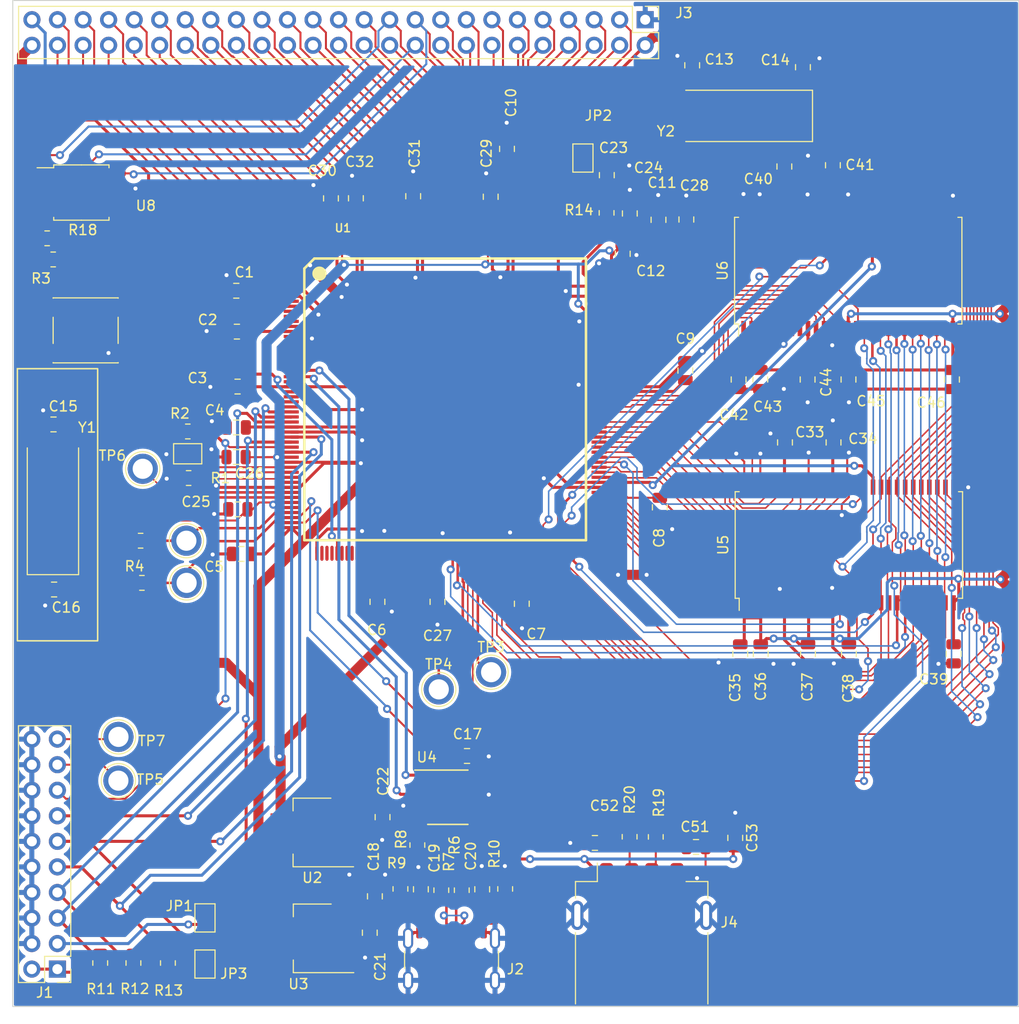
<source format=kicad_pcb>
(kicad_pcb (version 20221018) (generator pcbnew)
  (layers (0 "F.Cu" signal) (31 "B.Cu" signal) (34 "B.Paste" user) (35 "F.Paste" user) (36 "B.SilkS" user "B.Silkscreen") (37 "F.SilkS" user "F.Silkscreen") (38 "B.Mask" user) (39 "F.Mask" user) (44 "Edge.Cuts" user))
  (net 0 "")
  (net 1 "3V3")
  (net 2 "1V8")
  (net 3 "Net-(U1-XOUT)")
  (net 4 "Net-(U1-XIN)")
  (net 5 "Net-(U1-XOUT32)")
  (net 6 "Net-(U1-XIN32)")
  (net 7 "Net-(U4-3V3OUT)")
  (net 8 "GND")
  (net 9 "Net-(C19-Pad2)")
  (net 10 "Net-(C20-Pad2)")
  (net 11 "Net-(C23-Pad2)")
  (net 12 "Net-(U1-PLLRCA)")
  (net 13 "Net-(J1-Pin_3)")
  (net 14 "Net-(J1-Pin_5)")
  (net 15 "Net-(J1-Pin_7)")
  (net 16 "Net-(J1-Pin_9)")
  (net 17 "Net-(J1-Pin_11)")
  (net 18 "Net-(J1-Pin_13)")
  (net 19 "NRST")
  (net 20 "Net-(J1-Pin_17)")
  (net 21 "Net-(J1-Pin_19)")
  (net 22 "Net-(JP2-A)")
  (net 23 "Net-(JP4-A)")
  (net 24 "Net-(U4-USBDM)")
  (net 25 "Net-(U4-USBDP)")
  (net 26 "Net-(U4-~{CTS})")
  (net 27 "Net-(J2-CC1)")
  (net 28 "Net-(J2-CC2)")
  (net 29 "PB14")
  (net 31 "PB15")
  (net 34 "BCD")
  (net 35 "SLEEP")
  (net 36 "D0")
  (net 37 "D1")
  (net 38 "D2")
  (net 39 "D3")
  (net 40 "D4")
  (net 41 "D5")
  (net 42 "D6")
  (net 43 "D7")
  (net 44 "A0")
  (net 45 "SDWE")
  (net 46 "CAS")
  (net 47 "RAS")
  (net 48 "SDCS")
  (net 49 "A16")
  (net 50 "A17")
  (net 51 "SDA10")
  (net 52 "A2")
  (net 53 "A3")
  (net 54 "A4")
  (net 55 "A5")
  (net 56 "A6")
  (net 57 "A7")
  (net 58 "A8")
  (net 59 "A9")
  (net 60 "A10")
  (net 61 "A11")
  (net 62 "A13")
  (net 63 "A14")
  (net 64 "SDCKE")
  (net 65 "SDCK")
  (net 66 "NBS1")
  (net 68 "D8")
  (net 69 "D9")
  (net 70 "D10")
  (net 71 "D11")
  (net 72 "D12")
  (net 73 "D13")
  (net 74 "D14")
  (net 75 "D15")
  (net 76 "D16")
  (net 77 "D17")
  (net 78 "D18")
  (net 79 "D19")
  (net 80 "D20")
  (net 81 "D21")
  (net 82 "D22")
  (net 83 "D23")
  (net 84 "A1")
  (net 85 "NBS3")
  (net 87 "D24")
  (net 88 "D25")
  (net 89 "D26")
  (net 90 "D27")
  (net 91 "D28")
  (net 92 "D29")
  (net 93 "D30")
  (net 94 "D31")
  (net 97 "PA24")
  (net 98 "PA25")
  (net 99 "PA26")
  (net 100 "PA27")
  (net 101 "PA28")
  (net 102 "PA29")
  (net 103 "PB0")
  (net 104 "PB1")
  (net 105 "PB2")
  (net 106 "PB3")
  (net 107 "PB4")
  (net 108 "PB5")
  (net 109 "PB6")
  (net 110 "PB7")
  (net 111 "PB8")
  (net 112 "PB9")
  (net 113 "PB16")
  (net 114 "PB17")
  (net 115 "PB18")
  (net 116 "PB19")
  (net 117 "Net-(JP1-B)")
  (net 119 "Net-(U1-JTAGSEL)")
  (net 120 "HDMA")
  (net 121 "SPI0_NPCS1")
  (net 122 "NANDCS")
  (net 123 "A23")
  (net 124 "A24")
  (net 125 "NCS0")
  (net 126 "NRD")
  (net 127 "NWE")
  (net 128 "NANDOE")
  (net 129 "NANDWE")
  (net 130 "NANDCLE")
  (net 131 "NANDALE")
  (net 132 "A20")
  (net 133 "A19")
  (net 134 "A18")
  (net 135 "A15")
  (net 136 "A12")
  (net 137 "NWAIT")
  (net 139 "PC1")
  (net 140 "PB10")
  (net 141 "PB11")
  (net 142 "PB20")
  (net 143 "PB21")
  (net 144 "PB22")
  (net 145 "PB23")
  (net 146 "PB24")
  (net 147 "PB25")
  (net 148 "PB26")
  (net 149 "PB27")
  (net 150 "PB28")
  (net 151 "PB29")
  (net 152 "PB30")
  (net 153 "PB31")
  (net 154 "PA0")
  (net 155 "PA1")
  (net 156 "PA2")
  (net 157 "PA3")
  (net 158 "PA4")
  (net 159 "PA5")
  (net 160 "PA6")
  (net 161 "PA7")
  (net 162 "PA8")
  (net 163 "PA9")
  (net 164 "PA10")
  (net 165 "PA11")
  (net 166 "PA12")
  (net 167 "PA13")
  (net 168 "PA14")
  (net 169 "PA15")
  (net 170 "PA16")
  (net 171 "PA17")
  (net 172 "PA18")
  (net 173 "PA19")
  (net 174 "PA20")
  (net 175 "PA21")
  (net 176 "PA22")
  (net 177 "PA23")
  (net 178 "PC0")
  (net 179 "RDYBSY")
  (net 181 "/OSCSEL")
  (net 182 "/SHDN")
  (net 183 "/WKUP")
  (net 184 "VBUS")
  (net 185 "Net-(J4-D+)")
  (net 186 "Net-(J4-D-)")
  (net 187 "HDPA")
  (net 188 "PC10")
  (net 189 "PC9")
  (net 190 "PC8")
  (net 191 "PC6")
  (net 192 "PC7")
  (footprint "Capacitor_SMD:C_0805_2012Metric" (layer "F.Cu") (at 66.04 110.236 -90)
    (fp_text reference "C22")
    (fp_text value "4.7uF" hide)
  )
  (footprint "Capacitor_SMD:C_0805_2012Metric" (layer "F.Cu") (at 51.501 71.501 180)
    (fp_text reference "C4")
    (fp_text value "100nF" hide)
  )
  (footprint "Connector_USB:USB_A_Receptacle_GCT_USB1046" (layer "F.Cu") (at 91.8 123.55)
    (fp_text reference "J4")
    (fp_text value "USB_A")
  )
  (footprint "Resistor_SMD:R_0805_2012Metric" (layer "F.Cu") (at 90.6 112.1875 90)
    (fp_text reference "R20")
    (fp_text value "27" hide)
  )
  (footprint "TestPoint:TestPoint_Plated_Hole_D2.0mm" (layer "F.Cu") (at 71.628 97.536)
    (fp_text reference "TP4")
    (fp_text value "A15" hide)
  )
  (footprint "Capacitor_SMD:C_0805_2012Metric" (layer "F.Cu") (at 74.43775 104.15675 180)
    (fp_text reference "C17")
    (fp_text value "100nF" hide)
  )
  (footprint "Capacitor_SMD:C_0805_2012Metric" (layer "F.Cu") (at 52.009 84.074 180)
    (fp_text reference "C5")
    (fp_text value "100nF" hide)
  )
  (footprint "Capacitor_SMD:C_0805_2012Metric" (layer "F.Cu") (at 78.41 43.81 90)
    (fp_text reference "C10")
    (fp_text value "100nF" hide)
  )
  (footprint "Resistor_SMD:R_0805_2012Metric" (layer "F.Cu") (at 67.818 117.3715 90)
    (fp_text reference "R9")
    (fp_text value "5.1K" hide)
  )
  (footprint "Capacitor_SMD:C_0805_2012Metric" (layer "F.Cu") (at 122.644 66.736 90)
    (fp_text reference "C46")
    (fp_text value "100nF" hide)
  )
  (footprint "Capacitor_SMD:C_0805_2012Metric" (layer "F.Cu") (at 93.47 50.86 90)
    (fp_text reference "C11")
    (fp_text value "100nF" hide)
  )
  (footprint "Capacitor_SMD:C_0805_2012Metric" (layer "F.Cu") (at 112.395 94.006 90)
    (fp_text reference "C38")
    (fp_text value "100nF" hide)
  )
  (footprint "Jumper:SolderJumper-2_P1.3mm_Open_Pad1.0x1.5mm" (layer "F.Cu") (at 85.96 44.72 90)
    (fp_text reference "JP2")
    (fp_text value "SolderJumper_2_Open" hide)
  )
  (footprint "Package_SO:TSOP-II-54_22.2x10.16mm_P0.8mm" (layer "F.Cu") (at 112.332 55.915 90)
    (fp_text reference "U6")
    (fp_text value "H57V2562GTR-75C")
  )
  (footprint "Package_SO:SOIC-8_5.275x5.275mm_P1.27mm" (layer "F.Cu") (at 36.1 48.15)
    (fp_text reference "U8")
    (fp_text value "AT45DB011B-SU")
  )
  (footprint "Capacitor_SMD:C_0805_2012Metric" (layer "F.Cu") (at 103.594 66.731 90)
    (fp_text reference "C43")
    (fp_text value "100nF" hide)
  )
  (footprint "Capacitor_SMD:C_0805_2012Metric" (layer "F.Cu") (at 64.77 121.727 90)
    (fp_text reference "C21")
    (fp_text value "100nF" hide)
  )
  (footprint "Button_Switch_SMD:SW_Push_1P1T_NO_6x6mm_H9.5mm" (layer "F.Cu") (at 36.525 61.85)
    (fp_text reference "SW1" hide)
    (fp_text value "SW_Push")
  )
  (footprint "Resistor_SMD:R_0805_2012Metric" (layer "F.Cu") (at 33.3 54.8 180)
    (fp_text reference "R3")
    (fp_text value "100K" hide)
  )
  (footprint "Resistor_SMD:R_0805_2012Metric" (layer "F.Cu") (at 69.5 113.0125 -90)
    (fp_text reference "R8")
    (fp_text value "100K" hide)
  )
  (footprint "Resistor_SMD:R_0805_2012Metric" (layer "F.Cu") (at 37.973 124.7375 90)
    (fp_text reference "R11")
    (fp_text value "100K" hide)
  )
  (footprint "Capacitor_SMD:C_0805_2012Metric" (layer "F.Cu") (at 65.278 118.11 -90)
    (fp_text reference "C18")
    (fp_text value "10nF" hide)
  )
  (footprint "Capacitor_SMD:C_0805_2012Metric" (layer "F.Cu") (at 89.92 54.24 -90)
    (fp_text reference "C12")
    (fp_text value "100nF" hide)
  )
  (footprint "Capacitor_SMD:C_0805_2012Metric" (layer "F.Cu") (at 110.808 45.435 -90)
    (fp_text reference "C41")
    (fp_text value "100nF" hide)
  )
  (footprint "Capacitor_SMD:C_0805_2012Metric" (layer "F.Cu") (at 108.293 66.736 90)
    (fp_text reference "C44")
    (fp_text value "100nF" hide)
  )
  (footprint "Connector_USB:USB_C_Receptacle_GCT_USB4105-xx-A_16P_TopMnt_Horizontal" (layer "F.Cu") (at 72.898 125.385)
    (fp_text reference "J2")
    (fp_text value "USB4105-GF-A ")
  )
  (footprint "TestPoint:TestPoint_Plated_Hole_D2.0mm" (layer "F.Cu") (at 39.78 106.61)
    (fp_text reference "TP5")
    (fp_text value "A12" hide)
  )
  (footprint "Package_SO:SSOP-16_3.9x4.9mm_P0.635mm" (layer "F.Cu") (at 72.52675 108.28425)
    (fp_text reference "U4")
    (fp_text value "FT230XS")
  )
  (footprint "Capacitor_SMD:C_0805_2012Metric" (layer "F.Cu") (at 107.83 35.69 -90)
    (fp_text reference "C14")
    (fp_text value "10pF" hide)
  )
  (footprint "Resistor_SMD:R_0805_2012Metric" (layer "F.Cu") (at 46.68 71.9 180)
    (fp_text reference "R2")
    (fp_text value "100K" hide)
  )
  (footprint "Package_TO_SOT_SMD:SOT-223-3_TabPin2" (layer "F.Cu") (at 59.08 122.287 180)
    (fp_text reference "U3")
    (fp_text value "TLV1117-33")
  )
  (footprint "Capacitor_SMD:C_0805_2012Metric" (layer "F.Cu") (at 93.599 79.441 -90)
    (fp_text reference "C8")
    (fp_text value "100nF" hide)
  )
  (footprint "Package_SO:TSOP-II-54_22.2x10.16mm_P0.8mm" (layer "F.Cu") (at 112.395 83.185 90)
    (fp_text reference "U5")
    (fp_text value "H57V2562GTR-75C")
  )
  (footprint "Capacitor_SMD:C_0805_2012Metric" (layer "F.Cu") (at 108.331 94.006 90)
    (fp_text reference "C37")
    (fp_text value "100nF" hide)
  )
  (footprint "Jumper:SolderJumper-2_P1.3mm_Open_Pad1.0x1.5mm" (layer "F.Cu") (at 48.387 120.254 90)
    (fp_text reference "JP1")
    (fp_text value "SolderJumper_2_Open" hide)
  )
  (footprint "Resistor_SMD:R_0805_2012Metric" (layer "F.Cu") (at 46.7625 76.53 180)
    (fp_text reference "R1")
    (fp_text value "100K" hide)
  )
  (footprint "Capacitor_SMD:C_0805_2012Metric" (layer "F.Cu") (at 101.435 66.736 90)
    (fp_text reference "C42")
    (fp_text value "100nF" hide)
  )
  (footprint "Crystal:Crystal_SMD_HC49-SD" (layer "F.Cu") (at 102.08 40.53 180)
    (fp_text reference "Y2")
    (fp_text value "18.432MHz")
  )
  (footprint "Capacitor_SMD:C_0805_2012Metric" (layer "F.Cu") (at 60.91 48.73 -90)
    (fp_text reference "C30")
    (fp_text value "100nF" hide)
  )
  (footprint "Crystal:Crystal_SMD_HC49-SD" (layer "F.Cu") (at 33.274 79.434 90)
    (fp_text reference "Y1")
    (fp_text value "32.768kHz")
  )
  (footprint "Capacitor_SMD:C_0805_2012Metric" (layer "F.Cu") (at 96.82 35.5 -90)
    (fp_text reference "C13")
    (fp_text value "10pF" hide)
  )
  (footprint "Capacitor_SMD:C_0805_2012Metric" (layer "F.Cu") (at 88.334 46.42 -90)
    (fp_text reference "C23")
    (fp_text value "10nF" hide)
  )
  (footprint "Resistor_SMD:R_0805_2012Metric" (layer "F.Cu") (at 71.882 117.4985 90)
    (fp_text reference "R7")
    (fp_text value "27" hide)
  )
  (footprint "Capacitor_SMD:C_0805_2012Metric" (layer "F.Cu") (at 97.2 113.2 180)
    (fp_text reference "C51")
    (fp_text value "47pF" hide)
  )
  (footprint "GhazanCustom:PQFP208" (layer "F.Cu") (at 72.263 68.707)
    (fp_text reference "U1")
    (fp_text value "AT91SAM9260B-QU" hide)
  )
  (footprint "Capacitor_SMD:C_0805_2012Metric" (layer "F.Cu") (at 63.39 48.72 -90)
    (fp_text reference "C32")
    (fp_text value "100nF" hide)
  )
  (footprint "Capacitor_SMD:C_0805_2012Metric" (layer "F.Cu") (at 112.357 66.736 90)
    (fp_text reference "C45")
    (fp_text value "100nF" hide)
  )
  (footprint "Capacitor_SMD:C_0805_2012Metric" (layer "F.Cu") (at 101.6 94.006 90)
    (fp_text reference "C35")
    (fp_text value "100nF" hide)
  )
  (footprint "Capacitor_SMD:C_0805_2012Metric" (layer "F.Cu") (at 69.85 117.409 -90)
    (fp_text reference "C19")
    (fp_text value "47pF" hide)
  )
  (footprint "Capacitor_SMD:C_0805_2012Metric" (layer "F.Cu") (at 33.39 87.61)
    (fp_text reference "C16")
    (fp_text value "10pF" hide)
  )
  (footprint "Capacitor_SMD:C_0805_2012Metric" (layer "F.Cu") (at 101.1 112.3 -90)
    (fp_text reference "C53")
    (fp_text value "100nF" hide)
  )
  (footprint "Capacitor_SMD:C_0805_2012Metric" (layer "F.Cu") (at 33.33 71.2)
    (fp_text reference "C15")
    (fp_text value "10pF" hide)
  )
  (footprint "Capacitor_SMD:C_0805_2012Metric" (layer "F.Cu") (at 51.501 57.912 180)
    (fp_text reference "C1")
    (fp_text value "100nF" hide)
  )
  (footprint "Connector_PinHeader_2.54mm:PinHeader_2x10_P2.54mm_Vertical" (layer "F.Cu") (at 33.717 125.344 180)
    (fp_text reference "J1")
    (fp_text value "JTAG")
  )
  (footprint "Jumper:SolderJumper-2_P1.3mm_Open_Pad1.0x1.5mm" (layer "F.Cu") (at 46.67 74.118 180)
    (fp_text reference "JP4" hide)
    (fp_text value "SolderJumper_2_Open" hide)
  )
  (footprint "Capacitor_SMD:C_0805_2012Metric" (layer "F.Cu") (at 51.562 61.976 180)
    (fp_text reference "C2")
    (fp_text value "100nF" hide)
  )
  (footprint "Capacitor_SMD:C_0805_2012Metric" (layer "F.Cu") (at 110.871 72.99 -90)
    (fp_text reference "C34")
    (fp_text value "100nF" hide)
  )
  (footprint "Capacitor_SMD:C_0805_2012Metric" (layer "F.Cu") (at 122.809 94.006 90)
    (fp_text reference "C39")
    (fp_text value "100nF" hide)
  )
  (footprint "Capacitor_SMD:C_0805_2012Metric" (layer "F.Cu") (at 87.15 112.8)
    (fp_text reference "C52")
    (fp_text value "47pF" hide)
  )
  (footprint "Resistor_SMD:R_0805_2012Metric" (layer "F.Cu") (at 73.914 117.4985 90)
    (fp_text reference "R6")
    (fp_text value "27" hide)
  )
  (footprint "Capacitor_SMD:C_0805_2012Metric" (layer "F.Cu") (at 51.66 79.64 180)
    (fp_text reference "C25")
    (fp_text value "100nF" hide)
  )
  (footprint "Capacitor_SMD:C_0805_2012Metric" (layer "F.Cu") (at 51.628 67.437 180)
    (fp_text reference "C3")
    (fp_text value "100nF" hide)
  )
  (footprint "Capacitor_SMD:C_0805_2012Metric" (layer "F.Cu") (at 79.883 89.027 -90)
    (fp_text reference "C7")
    (fp_text value "100nF" hide)
  )
  (footprint "Capacitor_SMD:C_0805_2012Metric" (layer "F.Cu") (at 65.532 88.834 -90)
    (fp_text reference "C6")
    (fp_text value "100nF" hide)
  )
  (footprint "Capacitor_SMD:C_0805_2012Metric" (layer "F.Cu") (at 51.48 74.44)
    (fp_text reference "C26")
    (fp_text value "100nF" hide)
  )
  (footprint "Resistor_SMD:R_0805_2012Metric" (layer "F.Cu") (at 93.2 112.2 90)
    (fp_text reference "R19")
    (fp_text value "27" hide)
  )
  (footprint "Capacitor_SMD:C_0805_2012Metric" (layer "F.Cu") (at 103.632 94.006 90)
    (fp_text reference "C36")
    (fp_text value "100nF" hide)
  )
  (footprint "TestPoint:TestPoint_Plated_Hole_D2.0mm" (layer "F.Cu") (at 46.5395 82.7595)
    (fp_text reference "TP1" hide)
    (fp_text value "TestPoint_Small" hide)
  )
  (footprint "Resistor_SMD:R_0805_2012Metric" (layer "F.Cu") (at 78.2295 117.3715 90)
    (fp_text reference "R10")
    (fp_text value "5.1K" hide)
  )
  (footprint "TestPoint:TestPoint_Plated_Hole_D2.0mm" (layer "F.Cu") (at 46.563 86.9505)
    (fp_text reference "TP2" hide)
    (fp_text value "TestPoint_Small" hide)
  )
  (footprint "TestPoint:TestPoint_Plated_Hole_D2.0mm" (layer "F.Cu") (at 39.79 102.26)
    (fp_text reference "TP7")
    (fp_text value "A12" hide)
  )
  (footprint "Resistor_SMD:R_0805_2012Metric" (layer "F.Cu") (at 32.7 52.7)
    (fp_text reference "R18")
    (fp_text value "470K" hide)
  )
  (footprint "Package_TO_SOT_SMD:SOT-223-3_TabPin2" (layer "F.Cu") (at 59.055 111.76 180)
    (fp_text reference "U2")
    (fp_text value "TLV1117-18")
  )
  (footprint "Resistor_SMD:R_0805_2012Metric" (layer "F.Cu") (at 88.3105 50.169 -90)
    (fp_text reference "R14")
    (fp_text value "1K" hide)
  )
  (footprint "Capacitor_SMD:C_0805_2012Metric" (layer "F.Cu") (at 96.139 65.847 90)
    (fp_text reference "C9")
    (fp_text value "100nF" hide)
  )
  (footprint "Capacitor_SMD:C_0805_2012Metric" (layer "F.Cu") (at 71.501 88.834 90)
    (fp_text reference "C27")
    (fp_text value "100nF" hide)
  )
  (footprint "TestPoint:TestPoint_Plated_Hole_D2.0mm" (layer "F.Cu") (at 42.2 75.61)
    (fp_text reference "TP6")
    (fp_text value "JTAGSEL")
  )
  (footprint "Capacitor_SMD:C_0805_2012Metric" (layer "F.Cu") (at 106.045 72.99 -90)
    (fp_text reference "C33")
    (fp_text value "100nF" hide)
  )
  (footprint "Resistor_SMD:R_0805_2012Metric" (layer "F.Cu") (at 44.704 124.7375 90)
    (fp_text reference "R13")
    (fp_text value "100K" hide)
  )
  (footprint "Capacitor_SMD:C_0805_2012Metric" (layer "F.Cu") (at 69.085 48.515 90)
    (fp_text reference "C31")
    (fp_text value "100nF" hide)
  )
  (footprint "TestPoint:TestPoint_Plated_Hole_D2.0mm" (layer "F.Cu") (at 76.83 95.83)
    (fp_text reference "TP3")
    (fp_text value "A12" hide)
  )
  (footprint "Jumper:SolderJumper-2_P1.3mm_Open_Pad1.0x1.5mm" (layer "F.Cu") (at 48.387 124.841 -90)
    (fp_text reference "JP3")
    (fp_text value "SolderJumper_2_Open" hide)
  )
  (footprint "Capacitor_SMD:C_0805_2012Metric" (layer "F.Cu") (at 75.946 117.409 -90)
    (fp_text reference "C20")
    (fp_text value "47pF" hide)
  )
  (footprint "Resistor_SMD:R_0805_2012Metric" (layer "F.Cu") (at 42.118 86.9505 180)
    (fp_text reference "R4")
    (fp_text value "1.6M" hide)
  )
  (footprint "Connector_PinHeader_2.54mm:PinHeader_2x25_P2.54mm_Vertical" (layer "F.Cu") (at 92.15 30.97 -90)
    (fp_text reference "J3")
    (fp_text value "GPIO")
  )
  (footprint "Capacitor_SMD:C_0805_2012Metric" (layer "F.Cu") (at 90.62 50.23 -90)
    (fp_text reference "C24")
    (fp_text value "1nF" hide)
  )
  (footprint "Resistor_SMD:R_0805_2012Metric" (layer "F.Cu") (at 41.275 124.7375 90)
    (fp_text reference "R12")
    (fp_text value "100K" hide)
  )
  (footprint "Capacitor_SMD:C_0805_2012Metric" (layer "F.Cu") (at 96.24 50.83 -90)
    (fp_text reference "C28")
    (fp_text value "100nF" hide)
  )
  (footprint "Resistor_SMD:R_0805_2012Metric" (layer "F.Cu") (at 41.991 82.7595 180)
    (fp_text reference "R5" hide)
    (fp_text value "100K" hide)
  )
  (footprint "Capacitor_SMD:C_0805_2012Metric" (layer "F.Cu") (at 76.79 48.57 -90)
    (fp_text reference "C29")
    (fp_text value "100nF" hide)
  )
  (footprint "Capacitor_SMD:C_0805_2012Metric" (layer "F.Cu") (at 105.982 45.562 -90)
    (fp_text reference "C40")
    (fp_text value "100nF" hide)
  )
  (gr_rect (start 29.739 65.659) (end 37.719 92.71) (stroke (width 0.15)) (fill none) (layer "F.SilkS"))
  (gr_rect (start 29.28 29.06) (end 129.28 129.06) (stroke (width 0.1)) (fill none) (layer "Edge.Cuts"))
  (segment (start 54.366 84.074) (end 52.959 84.074) (width 0.3) (layer "F.Cu") (net 1))
  (segment (start 52.496 57.957) (end 52.451 57.912) (width 0.3) (layer "F.Cu") (net 1))
  (segment (start 53.7 98.1) (end 50.5 94.9) (width 1) (layer "F.Cu") (net 1))
  (segment (start 122.732 60.232) (end 122.7 60.2) (width 0.3) (layer "F.Cu") (net 1))
  (segment (start 67.474 63.918) (end 72.263 68.707) (width 0.3) (layer "F.Cu") (net 1))
  (segment (start 30.196 55) (end 30.196 54.4) (width 1) (layer "F.Cu") (net 1))
  (segment (start 107.085 72.9) (end 106.045 73.94) (width 0.3) (layer "F.Cu") (net 1))
  (segment (start 61.943 128.3) (end 55.93 122.287) (width 1) (layer "F.Cu") (net 1))
  (segment (start 108.288 65.781) (end 108.293 65.786) (width 0.3) (layer "F.Cu") (net 1))
  (segment (start 104.92 92.488) (end 104.2 92.488) (width 0.3) (layer "F.Cu") (net 1))
  (segment (start 108.395 92.992) (end 108.331 93.056) (width 0.3) (layer "F.Cu") (net 1))
  (segment (start 78.013 84.007) (end 78.013 73.625) (width 0.3) (layer "F.Cu") (net 1))
  (segment (start 41.0155 71.9) (end 36.6155 67.5) (width 0.2) (layer "F.Cu") (net 1))
  (segment (start 72.263 62.093695) (end 72.263 68.707) (width 0.3) (layer "F.Cu") (net 1))
  (segment (start 87.563 67.957) (end 73.013 67.957) (width 0.3) (layer "F.Cu") (net 1))
  (segment (start 78.013 86.207) (end 79.883 88.077) (width 0.3) (layer "F.Cu") (net 1))
  (segment (start 79.013 53.407) (end 79.013 45.363) (width 0.3) (layer "F.Cu") (net 1))
  (segment (start 110.808 46.385) (end 122.315 46.385) (width 0.3) (layer "F.Cu") (net 1))
  (segment (start 107.498 93.056) (end 106.93 92.488) (width 0.3) (layer "F.Cu") (net 1))
  (segment (start 69.085 49.465) (end 68.994 49.556) (width 0.3) (layer "F.Cu") (net 1))
  (segment (start 45.7675 71.9) (end 41.0155 71.9) (width 0.2) (layer "F.Cu") (net 1))
  (segment (start 88.882903 76.957) (end 90.416903 78.491) (width 0.2) (layer "F.Cu") (net 1))
  (segment (start 110.795 74.016) (end 110.871 73.94) (width 0.3) (layer "F.Cu") (net 1))
  (segment (start 110.871 73.94) (end 111.898 72.913) (width 0.3) (layer "F.Cu") (net 1))
  (segment (start 81.5 74.2) (end 78.61895 74.2) (width 0.3) (layer "F.Cu") (net 1))
  (segment (start 67.046695 68.707) (end 72.263 68.707) (width 0.3) (layer "F.Cu") (net 1))
  (segment (start 70.013 53.407) (end 70.013 59.843695) (width 0.3) (layer "F.Cu") (net 1))
  (segment (start 111.898 69.490778) (end 111.3 68.892778) (width 0.3) (layer "F.Cu") (net 1))
  (segment (start 42.78 46.24) (end 37.48 40.94) (width 0.3) (layer "F.Cu") (net 1))
  (segment (start 70.013 59.843695) (end 72.263 62.093695) (width 0.3) (layer "F.Cu") (net 1))
  (segment (start 56.963 81.457) (end 56.124 82.296) (width 0.3) (layer "F.Cu") (net 1))
  (segment (start 87.02 44.08) (end 87.01 44.07) (width 0.3) (layer "F.Cu") (net 1))
  (segment (start 42.78 47.73) (end 42.78 46.24) (width 0.3) (layer "F.Cu") (net 1))
  (segment (start 30.196 91.696) (end 30.196 67.5) (width 1) (layer "F.Cu") (net 1))
  (segment (start 30.196 54.4) (end 30.196 52.8) (width 1) (layer "F.Cu") (net 1))
  (segment (start 101.932 61.665) (end 101.932 63.13) (width 0.3) (layer "F.Cu") (net 1))
  (segment (start 123.272 86.54) (end 123.324016 86.592016) (width 0.3) (layer "F.Cu") (net 1))
  (segment (start 87.563 76.957) (end 88.882903 76.957) (width 0.2) (layer "F.Cu") (net 1))
  (segment (start 111.3 68.892778) (end 111.3 66.843) (width 0.3) (layer "F.Cu") (net 1))
  (segment (start 108.332 64.3) (end 112.282 64.3) (width 0.3) (layer "F.Cu") (net 1))
  (segment (start 111.898 72.913) (end 111.898 69.490778) (width 0.3) (layer "F.Cu") (net 1))
  (segment (start 122.732 61.665) (end 122.732 60.232) (width 0.3) (layer "F.Cu") (net 1))
  (segment (start 112.612 60.2) (end 112.332 60.48) (width 0.3) (layer "F.Cu") (net 1))
  (segment (start 101.995 90.43) (end 101.995 92.661) (width 0.3) (layer "F.Cu") (net 1))
  (segment (start 56.963 61.957) (end 52.531 61.957) (width 0.3) (layer "F.Cu") (net 1))
  (segment (start 79.013 61.957) (end 72.263 68.707) (width 0.3) (layer "F.Cu") (net 1))
  (segment (start 110.732 50.165) (end 110.732 46.461) (width 0.3) (layer "F.Cu") (net 1))
  (segment (start 122.45 46.25) (end 108.86 32.66) (width 1) (layer "F.Cu") (net 1))
  (segment (start 83.513 53.407) (end 83.513 57.447) (width 0.3) (layer "F.Cu") (net 1))
  (segment (start 98.368 83.26) (end 107.63 83.26) (width 0.2) (layer "F.Cu") (net 1))
  (segment (start 79.013 45.363) (end 78.41 44.76) (width 0.3) (layer "F.Cu") (net 1))
  (segment (start 79.013 53.407) (end 79.013 61.957) (width 0.3) (layer "F.Cu") (net 1))
  (segment (start 56.963 67.457) (end 63.383695 67.457) (width 0.3) (layer "F.Cu") (net 1))
  (segment (start 83.513 53.407) (end 83.513 54.156999) (width 0.3) (layer "F.Cu") (net 1))
  (segment (start 127.4 60.2) (end 128.109 59.491) (width 1) (layer "F.Cu") (net 1))
  (segment (start 44.704 125.65) (end 41.275 125.65) (width 0.3) (layer "F.Cu") (net 1))
  (segment (start 85.96 39.7) (end 92.15 33.51) (width 0.3) (layer "F.Cu") (net 1))
  (segment (start 83.513 54.156999) (end 83.815001 54.459) (width 0.3) (layer "F.Cu") (net 1))
  (segment (start 52.598 67.457) (end 52.578 67.437) (width 0.3) (layer "F.Cu") (net 1))
  (segment (start 52.531 61.957) (end 52.512 61.976) (width 0.3) (layer "F.Cu") (net 1))
  (segment (start 58.226 82.72) (end 58.25 82.72) (width 0.3) (layer "F.Cu") (net 1))
  (segment (start 55.93 122.287) (end 62.23 122.287) (width 0.3) (layer "F.Cu") (net 1))
  (segment (start 87.01 44.07) (end 85.96 44.07) (width 0.3) (layer "F.Cu") (net 1))
  (segment (start 103.452 63.13) (end 103.532 63.21) (width 0.3) (layer "F.Cu") (net 1))
  (segment (start 101.995 90.43) (end 103.542 90.43) (width 0.3) (layer "F.Cu") (net 1))
  (segment (start 34.023 125.65) (end 33.717 125.344) (width 0.3) (layer "F.Cu") (net 1))
  (segment (start 56.124 82.296) (end 56.124 82.316) (width 0.3) (layer "F.Cu") (net 1))
  (segment (start 30.296 52.7) (end 30.196 52.8) (width 1) (layer "F.Cu") (net 1))
  (segment (start 64.633695 68.707) (end 72.263 68.707) (width 0.3) (layer "F.Cu") (net 1))
  (segment (start 87.7 128.3) (end 61.943 128.3) (width 1) (layer "F.Cu") (net 1))
  (segment (start 103.532 63.21) (end 103.532 65.719) (width 0.3) (layer "F.Cu") (net 1))
  (segment (start 44.863 125.491) (end 44.704 125.65) (width 0.3) (layer "F.Cu") (net 1))
  (segment (start 108.395 88.935) (end 108.395 92.992) (width 0.3) (layer "F.Cu") (net 1))
  (segment (start 52.495 71.457) (end 52.451 71.501) (width 0.3) (layer "F.Cu") (net 1))
  (segment (start 87.598 67.922) (end 95.014 67.922) (width 0.3) (layer "F.Cu") (net 1))
  (segment (start 104.2 92.488) (end 103.632 93.056) (width 0.3) (layer "F.Cu") (net 1))
  (segment (start 65.513 84.007) (end 65.513 77.714305) (width 0.3) (layer "F.Cu") (net 1))
  (segment (start 112.332 64.25) (end 112.332 65.761) (width 0.3) (layer "F.Cu") (net 1))
  (segment (start 73.013 67.957) (end 72.263 68.707) (width 0.3) (layer "F.Cu") (net 1))
  (segment (start 56.963 71.457) (end 69.425 71.457) (width 0.3) (layer "F.Cu") (net 1))
  (segment (start 30.196 67.5) (end 30.196 55) (width 1) (layer "F.Cu") (net 1))
  (segment (start 65.188 77.389305) (end 65.188 75.782) (width 0.3) (layer "F.Cu") (net 1))
  (segment (start 67.474 62.638695) (end 67.474 63.918) (width 0.3) (layer "F.Cu") (net 1))
  (segment (start 65.188 75.782) (end 69.469 71.501) (width 0.3) (layer "F.Cu") (net 1))
  (segment (start 65.532 87.884) (end 65.513 87.865) (width 0.3) (layer "F.Cu") (net 1))
  (segment (start 64.013 53.407) (end 64.013 50.293) (width 0.3) (layer "F.Cu") (net 1))
  (segment (start 31.7875 52.7) (end 30.296 52.7) (width 1) (layer "F.Cu") (net 1))
  (segment (start 53.7 120.057) (end 53.7 98.1) (width 1) (layer "F.Cu") (net 1))
  (segment (start 128.109 85.951) (end 128.109 60.909) (width 1) (layer "F.Cu") (net 1))
  (segment (start 105.932 50.165) (end 105.932 46.562) (width 0.3) (layer "F.Cu") (net 1))
  (segment (start 56.124 82.296) (end 56.124 82.324) (width 0.3) (layer "F.Cu") (net 1))
  (segment (start 48.387 125.491) (end 49.309 125.491) (width 0.3) (layer "F.Cu") (net 1))
  (segment (start 79.013 61.947) (end 79.013 61.957) (width 0.3) (layer "F.Cu") (net 1))
  (segment (start 56.963 61.957) (end 60.296695 61.957) (width 0.3) (layer "F.Cu") (net 1))
  (segment (start 122.732 61.665) (end 122.732 65.698) (width 0.3) (layer "F.Cu") (net 1))
  (segment (start 110.732 46.461) (end 110.808 46.385) (width 0.3) (layer "F.Cu") (net 1))
  (segment (start 56.963 57.957) (end 52.496 57.957) (width 0.3) (layer "F.Cu") (net 1))
  (segment (start 109.831 72.9) (end 107.085 72.9) (width 0.3) (layer "F.Cu") (net 1))
  (segment (start 110.795 77.435) (end 110.795 74.016) (width 0.3) (layer "F.Cu") (net 1))
  (segment (start 87.563 76.957) (end 84.257 76.957) (width 0.3) (layer "F.Cu") (net 1))
  (segment (start 105.932 46.562) (end 105.982 46.512) (width 0.3) (layer "F.Cu") (net 1))
  (segment (start 122.315 46.385) (end 122.45 46.25) (width 0.3) (layer "F.Cu") (net 1))
  (segment (start 60.296695 61.957) (end 67.046695 68.707) (width 0.3) (layer "F.Cu") (net 1))
  (segment (start 122.795 88.935) (end 122.795 93.042) (width 0.3) (layer "F.Cu") (net 1))
  (segment (start 90.416903 78.491) (end 93.599 78.491) (width 0.2) (layer "F.Cu") (net 1))
  (segment (start 128.109 87.249) (end 128.109 112.191) (width 1) (layer "F.Cu") (net 1))
  (segment (start 37.973 125.65) (end 34.023 125.65) (width 0.3) (layer "F.Cu") (net 1))
  (segment (start 112.395 88.935) (end 112.395 93.056) (width 0.3) (layer "F.Cu") (net 1))
  (segment (start 56.963 57.957) (end 58.328695 57.957) (width 0.3) (layer "F.Cu") (net 1))
  (segment (start 123.324016 86.592016) (end 123.324016 88.405984) (width 0.3) (layer "F.Cu") (net 1))
  (segment (start 30.196 48.2) (end 30.196 40.94) (width 1) (layer "F.Cu") (net 1))
  (segment (start 33.4 94.9) (end 30.196 91.696) (width 1) (layer "F.Cu") (net 1))
  (segment (start 93.599 78.491) (end 98.368 83.26) (width 0.2) (layer "F.Cu") (net 1))
  (segment (start 30.196 40.94) (end 30.196 34.504) (width 1) (layer "F.Cu") (net 1))
  (segment (start 122.644 65.786) (end 112.357 65.786) (width 0.3) (layer "F.Cu") (net 1))
  (segment (start 101.932 63.13) (end 101.932 65.289) (width 0.3) (layer "F.Cu") (net 1))
  (segment (start 56.963 67.457) (end 52.598 67.457) (width 0.3) (layer "F.Cu") (net 1))
  (segment (start 70.013 50.393) (end 69.085 49.465) (width 0.3) (layer "F.Cu") (net 1))
  (segment (start 65.513 87.865) (end 65.513 84.007) (width 0.3) (layer "F.Cu") (net 1))
  (segment (start 112.065 93.056) (end 111.497 92.488) (width 0.3) (layer "F.Cu") (net 1))
  (segment (start 72.263 68.707) (end 69.469 71.501) (width 0.3) (layer "F.Cu") (net 1))
  (segment (start 108.332 64.3) (end 108.332 65.747) (width 0.3) (layer "F.Cu") (net 1))
  (segment (start 103.594 65.781) (end 108.288 65.781) (width 0.3) (layer "F.Cu") (net 1))
  (segment (start 78.013 73.625) (end 78.028475 73.609525) (width 0.3) (layer "F.Cu") (net 1))
  (segment (start 108.332 65.747) (end 108.293 65.786) (width 0.3) (layer "F.Cu") (net 1))
  (segment (start 105.995 77.435) (end 105.995 73.99) (width 0.3) (layer "F.Cu") (net 1))
  (segment (start 85.96 44.07) (end 85.96 39.7) (width 0.3) (layer "F.Cu") (net 1))
  (segment (start 49.309 125.491) (end 54.2215 120.5785) (width 0.3) (layer "F.Cu") (net 1))
  (segment (start 110.681 46.512) (end 110.808 46.385) (width 0.3) (layer "F.Cu") (net 1))
  (segment (start 41.275 125.65) (end 37.973 125.65) (width 0.3) (layer "F.Cu") (net 1))
  (segment (start 83.513 57.447) (end 79.013 61.947) (width 0.3) (layer "F.Cu") (net 1))
  (segment (start 112.395 93.056) (end 112.065 93.056) (width 0.3) (layer "F.Cu") (net 1))
  (segment (start 112.332 65.761) (end 112.357 65.786) (width 0.3) (layer "F.Cu") (net 1))
  (segment (start 112 128.3) (end 87.7 128.3) (width 1) (layer "F.Cu") (net 1))
  (segment (start 128.109 59.491) (end 128.109 51.909) (width 1) (layer "F.Cu") (net 1))
  (segment (start 32.3875 53.3) (end 31.7875 52.7) (width 0.3) (layer "F.Cu") (net 1))
  (segment (start 87.563 67.957) (end 87.598 67.922) (width 0.3) (layer "F.Cu") (net 1))
  (segment (start 78.61895 74.2) (end 78.028475 73.609525) (width 0.3) (layer "F.Cu") (net 1))
  (segment (start 101.995 88.935) (end 101.995 90.43) (width 0.3) (layer "F.Cu") (net 1))
  (segment (start 53.7 87.27) (end 58.25 82.72) (width 1) (layer "F.Cu") (net 1))
  (segment (start 127.46 86.6) (end 128.109 87.249) (width 1) (layer "F.Cu") (net 1))
  (segment (start 70.013 53.407) (end 70.013 50.393) (width 0.3) (layer "F.Cu") (net 1))
  (segment (start 69.425 71.457) (end 69.469 71.501) (width 0.3) (layer "F.Cu") (net 1))
  (segment (start 111.3 66.843) (end 112.357 65.786) (width 0.3) (layer "F.Cu") (net 1))
  (segment (start 122.795 93.042) (end 122.809 93.056) (width 0.3) (layer "F.Cu") (net 1))
  (segment (start 78.013 84.007) (end 78.013 86.207) (width 0.3) (layer "F.Cu") (net 1))
  (segment (start 108.332 61.665) (end 108.332 64.3) (width 0.3) (layer "F.Cu") (net 1))
  (segment (start 63.383695 67.457) (end 64.633695 68.707) (width 0.3) (layer "F.Cu") (net 1))
  (segment (start 39.7 48.785) (end 41.725 48.785) (width 0.3) (layer "F.Cu") (net 1))
  (segment (start 83.815001 54.459) (end 85.231 54.459) (width 0.3) (layer "F.Cu") (net 1))
  (segment (start 101.44 65.781) (end 101.435 65.786) (width 0.3) (layer "F.Cu") (net 1))
  (segment (start 64.013 59.177695) (end 67.474 62.638695) (width 0.3) (layer "F.Cu") (net 1))
  (segment (start 112.332 60.48) (end 112.332 61.665) (width 0.3) (layer "F.Cu") (net 1))
  (segment (start 30.196 49.4) (end 30.196 48.2) (width 1) (layer "F.Cu") (net 1))
  (segment (start 128.109 112.191) (end 112 128.3) (width 1) (layer "F.Cu") (net 1))
  (segment (start 107.63 83.26) (end 112.395 88.025) (width 0.2) (layer "F.Cu") (net 1))
  (segment (start 48.641 125.745) (end 48.387 125.491) (width 0.3) (layer "F.Cu") (net 1))
  (segment (start 112.395 88.025) (end 112.395 88.935) (width 0.2) (layer "F.Cu") (net 1))
  (segment (start 37.48 40.94) (end 30.196 40.94) (width 0.3) (layer "F.Cu") (net 1))
  (segment (start 78.028475 73.609525) (end 73.12595 68.707) (width 0.3) (layer "F.Cu") (net 1))
  (segment (start 50.5 94.9) (end 33.4 94.9) (width 1) (layer "F.Cu") (net 1))
  (segment (start 53.7 98.1) (end 53.7 97) (width 1) (layer "F.Cu") (net 1))
  (segment (start 105.995 73.99) (end 106.045 73.94) (width 0.3) (layer "F.Cu") (net 1))
  (segment (start 101.995 92.661) (end 101.6 93.056) (width 0.3) (layer "F.Cu") (net 1))
  (segment (start 41.725 48.785) (end 42.78 47.73) (width 0.3) (layer "F.Cu") (net 1))
  (segment (start 64.289695 63.918) (end 67.474 63.918) (width 0.3) (layer "F.Cu") (net 1))
  (segment (start 30.196 34.504) (end 31.19 33.51) (width 1) (layer "F.Cu") (net 1))
  (segment (start 108.86 32.66) (end 93 32.66) (width 1) (layer "F.Cu") (net 1))
  (segment (start 64.013 53.407) (end 64.013 59.177695) (width 0.3) (layer "F.Cu") (net 1))
  (segment (start 33.717 125.344) (end 31.177 125.344) (width 0.3) (layer "F.Cu") (net 1))
  (segment (start 93 32.66) (end 92.15 33.51) (width 1) (layer "F.Cu") (net 1))
  (segment (start 53.7 97) (end 53.7 87.27) (width 1) (layer "F.Cu") (net 1))
  (segment (start 110.871 73.94) (end 109.831 72.9) (width 0.3) (layer "F.Cu") (net 1))
  (segment (start 32.3875 54.8) (end 32.3875 53.3) (width 0.3) (layer "F.Cu") (net 1))
  (segment (start 56.963 71.457) (end 52.495 71.457) (width 0.3) (layer "F.Cu") (net 1))
  (segment (start 53.7 101.9) (end 53.7 97) (width 1) (layer "F.Cu") (net 1))
  (segment (start 103.532 65.719) (end 103.594 65.781) (width 0.3) (layer "F.Cu") (net 1))
  (segment (start 103.532 61.914) (end 103.532 63.21) (width 0.3) (layer "F.Cu") (net 1))
  (segment (start 84.257 76.957) (end 81.5 74.2) (width 0.3) (layer "F.Cu") (net 1))
  (segment (start 112.282 64.3) (end 112.332 64.25) (width 0.3) (layer "F.Cu") (net 1))
  (segment (start 87.02 52.67) (end 87.02 44.08) (width 0.3) (layer "F.Cu") (net 1))
  (segment (start 105.982 46.512) (end 110.681 46.512) (width 0.3) (layer "F.Cu") (net 1))
  (segment (start 58.328695 57.957) (end 64.289695 63.918) (width 0.3) (layer "F.Cu") (net 1))
  (segment (start 64.013 50.293) (end 63.39 49.67) (width 0.3) (layer "F.Cu") (net 1))
  (segment (start 30.196 52.8) (end 30.196 49.4) (width 1) (layer "F.Cu") (net 1))
  (segment (start 56.963 81.457) (end 58.226 82.72) (width 0.3) (layer "F.Cu") (net 1))
  (segment (start 103.542 90.43) (end 103.632 90.52) (width 0.3) (layer "F.Cu") (net 1))
  (segment (start 127.46 86.6) (end 128.109 85.951) (width 1) (layer "F.Cu") (net 1))
  (segment (start 54.2215 120.5785) (end 53.7 120.057) (width 1) (layer "F.Cu") (net 1))
  (segment (start 95.014 67.922) (end 96.139 66.797) (width 0.3) (layer "F.Cu") (net 1))
  (segment (start 73.12595 68.707) (end 72.263 68.707) (width 0.3) (layer "F.Cu") (net 1))
  (segment (start 112.332 61.665) (end 112.332 64.25) (width 0.3) (layer "F.Cu") (net 1))
  (segment (start 103.632 90.52) (end 103.632 88.972) (width 0.3) (layer "F.Cu") (net 1))
  (segment (start 36.6155 67.5) (end 30.196 67.5) (width 0.2) (layer "F.Cu") (net 1))
  (segment (start 103.632 88.972) (end 103.595 88.935) (width 0.3) (layer "F.Cu") (net 1))
  (segment (start 103.632 93.056) (end 103.632 90.52) (width 0.3) (layer "F.Cu") (net 1))
  (segment (start 128.109 60.909) (end 127.4 60.2) (width 1) (layer "F.Cu") (net 1))
  (segment (start 108.331 93.056) (end 107.498 93.056) (width 0.3) (layer "F.Cu") (net 1))
  (segment (start 55.93 122.287) (end 54.2215 120.5785) (width 1) (layer "F.Cu") (net 1))
  (segment (start 56.124 82.316) (end 54.366 84.074) (width 0.3) (layer "F.Cu") (net 1))
  (segment (start 63.265 49.655) (end 63.26 49.65) (width 0.3) (layer "F.Cu") (net 1))
  (segment (start 128.109 51.909) (end 122.45 46.25) (width 1) (layer "F.Cu") (net 1))
  (segment (start 48.387 125.491) (end 44.863 125.491) (width 0.3) (layer "F.Cu") (net 1))
  (segment (start 65.513 77.714305) (end 65.188 77.389305) (width 0.3) (layer "F.Cu") (net 1))
  (segment (start 58.25 82.72) (end 72.263 68.707) (width 1) (layer "F.Cu") (net 1))
  (segment (start 122.732 65.698) (end 122.644 65.786) (width 0.3) (layer "F.Cu") (net 1))
  (segment (start 123.324016 88.405984) (end 122.795 88.935) (width 0.3) (layer "F.Cu") (net 1))
  (segment (start 85.231 54.459) (end 87.02 52.67) (width 0.3) (layer "F.Cu") (net 1))
  (segment (start 101.932 65.289) (end 101.435 65.786) (width 0.3) (layer "F.Cu") (net 1))
  (segment (start 101.932 63.13) (end 103.452 63.13) (width 0.3) (layer "F.Cu") (net 1))
  (via (at 123.272 86.54) (size 0.8) (drill 0.4) (layers "F.Cu" "B.Cu") (net 1))
  (via (at 127.4 60.2) (size 0.8) (drill 0.4) (layers "F.Cu" "B.Cu") (net 1))
  (via (at 111.497 92.488) (size 0.8) (drill 0.4) (layers "F.Cu" "B.Cu") (net 1))
  (via (at 106.93 92.488) (size 0.8) (drill 0.4) (layers "F.Cu" "B.Cu") (net 1))
  (via (at 104.92 92.488) (size 0.8) (drill 0.4) (layers "F.Cu" "B.Cu") (net 1))
  (via (at 127.46 86.6) (size 0.8) (drill 0.4) (layers "F.Cu" "B.Cu") (net 1))
  (via (at 122.7 60.2) (size 0.8) (drill 0.4) (layers "F.Cu" "B.Cu") (net 1))
  (via (at 112.612 60.2) (size 0.8) (drill 0.4) (layers "F.Cu" "B.Cu") (net 1))
  (segment (start 123.272 86.54) (end 123.312 86.58) (width 0.3) (layer "B.Cu") (net 1))
  (segment (start 127.44 86.58) (end 127.46 86.6) (width 0.3) (layer "B.Cu") (net 1))
  (segment (start 122.7 60.2) (end 127.4 60.2) (width 0.3) (layer "B.Cu") (net 1))
  (segment (start 116.21 89.612778) (end 113.334778 92.488) (width 0.3) (layer "B.Cu") (net 1))
  (segment (start 123.312 86.58) (end 127.44 86.58) (width 0.3) (layer "B.Cu") (net 1))
  (segment (start 106.93 92.488) (end 104.92 92.488) (width 0.3) (layer "B.Cu") (net 1))
  (segment (start 112.612 60.2) (end 122.7 60.2) (width 0.3) (layer "B.Cu") (net 1))
  (segment (start 116.612 86.518) (end 116.21 86.92) (width 0.3) (layer "B.Cu") (net 1))
  (segment (start 122.552 86.518) (end 116.612 86.518) (width 0.3) (layer "B.Cu") (net 1))
  (segment (start 123.232 86.5) (end 122.57 86.5) (width 0.3) (layer "B.Cu") (net 1))
  (segment (start 116.21 86.92) (end 116.21 89.612778) (width 0.3) (layer "B.Cu") (net 1))
  (segment (start 123.272 86.54) (end 123.232 86.5) (width 0.3) (layer "B.Cu") (net 1))
  (segment (start 111.497 92.488) (end 106.93 92.488) (width 0.3) (layer "B.Cu") (net 1))
  (segment (start 113.334778 92.488) (end 111.497 92.488) (width 0.3) (layer "B.Cu") (net 1))
  (segment (start 122.57 86.5) (end 122.552 86.518) (width 0.3) (layer "B.Cu") (net 1))
  (segment (start 96.254 51.696) (end 96.266 51.684) (width 0.2) (layer "F.Cu") (net 2))
  (segment (start 76.513 53.407) (end 76.513 49.797) (width 0.2) (layer "F.Cu") (net 2))
  (segment (start 56.963 78.957) (end 54.5 78.957) (width 0.2) (layer "F.Cu") (net 2))
  (segment (start 76.513 55.037) (end 76.513 53.407) (width 0.2) (layer "F.Cu") (net 2))
  (segment (start 86.257 59.957) (end 85.5 59.2) (width 0.3) (layer "F.Cu") (net 2))
  (segment (start 71.513 87.872) (end 71.501 87.884) (width 0.2) (layer "F.Cu") (net 2))
  (segment (start 52.486 74.457) (end 52.451 74.422) (width 0.2) (layer "F.Cu") (net 2))
  (segment (start 87.563 59.957) (end 86.257 59.957) (width 0.3) (layer "F.Cu") (net 2))
  (segment (start 51.498 80.752) (end 52.61 79.64) (width 0.2) (layer "F.Cu") (net 2))
  (segment (start 88.8 56.035664) (end 88.8 54.41) (width 0.3) (layer "F.Cu") (net 2))
  (segment (start 62.013 50.783) (end 60.91 49.68) (width 0.2) (layer "F.Cu") (net 2))
  (segment (start 88.893 54.317) (end 89.92 53.29) (width 0.3) (layer "F.Cu") (net 2))
  (segment (start 88.58 54.004) (end 88.893 54.317) (width 0.3) (layer "F.Cu") (net 2))
  (segment (start 71.501 87.884) (end 71.146 87.884) (width 1) (layer "F.Cu") (net 2))
  (segment (start 41.2055 82.8865) (end 41.0785 82.7595) (width 0.2) (layer "F.Cu") (net 2))
  (segment (start 53.793 78.957) (end 52.65 80.1) (width 0.2) (layer "F.Cu") (net 2))
  (segment (start 71.513 84.007) (end 71.513 87.872) (width 0.2) (layer "F.Cu") (net 2))
  (segment (start 71.146 87.884) (end 55.8 103.23) (width 1) (layer "F.Cu") (net 2))
  (segment (start 77.11 50.035918) (end 77.11 49.57) (width 0.2) (layer "F.Cu") (net 2))
  (segment (start 71.464 87.847) (end 71.501 87.884) (width 0.2) (layer "F.Cu") (net 2))
  (segment (start 55.8 103.23) (end 55.8 104.2) (width 1) (layer "F.Cu") (net 2))
  (segment (start 96.266 52.889) (end 89.1825 59.9725) (width 0.3) (layer "F.Cu") (net 2))
  (segment (start 71.513 83.451) (end 71.501 83.439) (width 0.2) (layer "F.Cu") (net 2))
  (segment (start 43.086 80.752) (end 51.498 80.752) (width 0.2) (layer "F.Cu") (net 2))
  (segment (start 76.25 55.3) (end 76.513 55.037) (width 0.2) (layer "F.Cu") (net 2))
  (segment (start 62.013 55.138) (end 62.215 55.34) (width 0.2) (layer "F.Cu") (net 2))
  (segment (start 89.1825 59.9725) (end 88.698 60.457) (width 0.3) (layer "F.Cu") (net 2))
  (segment (start 55.56 74.457) (end 54.5 74.457) (width 0.2) (layer "F.Cu") (net 2))
  (segment (start 55.905 104.305) (end 55.8 104.2) (width 1) (layer "F.Cu") (net 2))
  (segment (start 41.0785 82.7595) (end 43.086 80.752) (width 0.2) (layer "F.Cu") (net 2))
  (segment (start 62.013 53.407) (end 62.013 55.138) (width 0.2) (layer "F.Cu") (net 2))
  (segment (start 55.905 111.76) (end 62.205 111.76) (width 1) (layer "F.Cu") (net 2))
  (segment (start 62.013 53.407) (end 62.013 50.783) (width 0.2) (layer "F.Cu") (net 2))
  (segment (start 88.8 54.41) (end 88.893 54.317) (width 0.3) (layer "F.Cu") (net 2))
  (segment (start 88.378664 56.457) (end 88.8 56.035664) (width 0.3) (layer "F.Cu") (net 2))
  (segment (start 54.5 74.457) (end 52.486 74.457) (width 0.2) (layer "F.Cu") (net 2))
  (segment (start 88.698 60.457) (end 87.563 60.457) (width 0.3) (layer "F.Cu") (net 2))
  (segment (start 93.47 54.865664) (end 88.378664 59.957) (width 0.3) (layer "F.Cu") (net 2))
  (segment (start 76.513 49.797) (end 76.79 49.52) (width 0.2) (layer "F.Cu") (net 2))
  (segment (start 41.2055 86.9505) (end 41.2055 82.8865) (width 0.2) (layer "F.Cu") (net 2))
  (segment (start 96.266 51.684) (end 96.266 52.889) (width 0.3) (layer "F.Cu") (net 2))
  (segment (start 89.167 59.957) (end 89.1825 59.9725) (width 0.2) (layer "F.Cu") (net 2))
  (segment (start 86.757 60.457) (end 86.257 59.957) (width 0.3) (layer "F.Cu") (net 2))
  (segment (start 87.563 60.457) (end 86.757 60.457) (width 0.3) (layer "F.Cu") (net 2))
  (segment (start 87.563 56.457) (end 88.378664 56.457) (width 0.3) (layer "F.Cu") (net 2))
  (segment (start 88.378664 59.957) (end 87.563 59.957) (width 0.3) (layer "F.Cu") (net 2))
  (segment (start 71.513 84.007) (end 71.513 83.451) (width 0.2) (layer "F.Cu") (net 2))
  (segment (start 93.47 51.81) (end 93.47 54.865664) (width 0.3) (layer "F.Cu") (net 2))
  (segment (start 56.963 74.457) (end 54.5 74.457) (width 0.2) (layer "F.Cu") (net 2))
  (segment (start 88.58 53.91) (end 88.58 54.004) (width 0.3) (layer "F.Cu") (net 2))
  (segment (start 87.563 59.957) (end 89.167 59.957) (width 0.3) (layer "F.Cu") (net 2))
  (segment (start 54.5 78.957) (end 53.793 78.957) (width 0.2) (layer "F.Cu") (net 2))
  (segment (start 55.905 111.76) (end 55.905 104.305) (width 1) (layer "F.Cu") (net 2))
  (via (at 88.58 53.91) (size 0.8) (drill 0.4) (layers "F.Cu" "B.Cu") (net 2))
  (via (at 55.8 104.2) (size 0.8) (drill 0.4) (layers "F.Cu" "B.Cu") (net 2))
  (via (at 55.17 79.18) (size 0.8) (drill 0.4) (layers "F.Cu" "B.Cu") (net 2))
  (via (at 85.5 59.2) (size 0.8) (drill 0.4) (layers "F.Cu" "B.Cu") (net 2))
  (via (at 76.25 55.3) (size 0.8) (drill 0.4) (layers "F.Cu" "B.Cu") (net 2))
  (via (at 55.56 74.457) (size 0.8) (drill 0.4) (layers "F.Cu" "B.Cu") (net 2))
  (via (at 62.215 55.34) (size 0.8) (drill 0.4) (layers "F.Cu" "B.Cu") (net 2))
  (segment (start 86.3 55.26) (end 85.5 55.26) (width 0.3) (layer "B.Cu") (net 2))
  (segment (start 55.17 79.18) (end 55.17 79.104) (width 0.2) (layer "B.Cu") (net 2))
  (segment (start 76.21 55.34) (end 76.25 55.3) (width 0.2) (layer "B.Cu") (net 2))
  (segment (start 88.58 53.91) (end 88.55 53.94) (width 0.3) (layer "B.Cu") (net 2))
  (segment (start 55.8 68.912247) (end 54.51 67.622247) (width 1) (layer "B.Cu") (net 2))
  (segment (start 87.62 53.94) (end 86.3 55.26) (width 0.3) (layer "B.Cu") (net 2))
  (segment (start 85.5 59.2) (end 85.5 55.26) (width 0.3) (layer "B.Cu") (net 2))
  (segment (start 85.5 55.26) (end 76.29 55.26) (width 0.3) (layer "B.Cu") (net 2))
  (segment (start 62.215 55.34) (end 76.21 55.34) (width 0.2) (layer "B.Cu") (net 2))
  (segment (start 54.51 63.045) (end 62.215 55.34) (width 1) (layer "B.Cu") (net 2))
  (segment (start 76.29 55.26) (end 76.25 55.3) (width 0.3) (layer "B.Cu") (net 2))
  (segment (start 55.17 79.104) (end 55 78.934) (width 0.2) (layer "B.Cu") (net 2))
  (segment (start 55.8 104.2) (end 55.8 68.912247) (width 1) (layer "B.Cu") (net 2))
  (segment (start 54.51 67.622247) (end 54.51 63.045) (width 1) (layer "B.Cu") (net 2))
  (segment (start 88.55 53.94) (end 87.62 53.94) (width 0.3) (layer "B.Cu") (net 2))
  (segment (start 96.82 36.45) (end 97.83 37.46) (width 0.3) (layer "F.Cu") (net 3))
  (segment (start 88.312999 58.957) (end 92 55.269999) (width 0.2) (layer "F.Cu") (net 3))
  (segment (start 92 46.36) (end 97.83 40.53) (width 0.2) (layer "F.Cu") (net 3))
  (segment (start 97.83 37.46) (end 97.83 40.53) (width 0.3) (layer "F.Cu") (net 3))
  (segment (start 87.563 58.957) (end 88.312999 58.957) (width 0.2) (layer "F.Cu") (net 3))
  (segment (start 92 55.269999) (end 92 46.36) (width 0.2) (layer "F.Cu") (net 3))
  (segment (start 92.448 50.932) (end 97.428 50.932) (width 0.2) (layer "F.Cu") (net 4))
  (segment (start 88.310802 59.457) (end 92.352 55.415802) (width 0.2) (layer "F.Cu") (net 4))
  (segment (start 92.352 55.415802) (end 92.352 51.028) (width 0.2) (layer "F.Cu") (net 4))
  (segment (start 87.563 59.457) (end 88.310802 59.457) (width 0.2) (layer "F.Cu") (net 4))
  (segment (start 106.33 38.14) (end 106.33 40.53) (width 0.3) (layer "F.Cu") (net 4))
  (segment (start 107.83 36.64) (end 106.33 38.14) (width 0.3) (layer "F.Cu") (net 4))
  (segment (start 97.428 50.932) (end 106.33 42.03) (width 0.2) (layer "F.Cu") (net 4))
  (segment (start 106.33 42.03) (end 106.33 40.53) (width 0.2) (layer "F.Cu") (net 4))
  (segment (start 92.352 51.028) (end 92.448 50.932) (width 0.2) (layer "F.Cu") (net 4))
  (segment (start 56.963 77.957) (end 36.047 77.957) (width 0.25) (layer "F.Cu") (net 5))
  (segment (start 36.047 77.957) (end 33.274 75.184) (width 0.25) (layer "F.Cu") (net 5))
  (segment (start 33.02 74.93) (end 33.274 75.184) (width 0.25) (layer "F.Cu") (net 5))
  (segment (start 34.28 71.2) (end 34.28 74.178) (width 0.3) (layer "F.Cu") (net 5))
  (segment (start 34.28 74.178) (end 33.274 75.184) (width 0.3) (layer "F.Cu") (net 5))
  (segment (start 33.147 83.811) (end 33.274 83.684) (width 0.25) (layer "F.Cu") (net 6))
  (segment (start 38.501 78.457) (end 33.274 83.684) (width 0.25) (layer "F.Cu") (net 6))
  (segment (start 33.274 83.684) (end 33.274 86.544) (width 0.25) (layer "F.Cu") (net 6))
  (segment (start 33.274 86.544) (end 34.34 87.61) (width 0.25) (layer "F.Cu") (net 6))
  (segment (start 56.963 78.457) (end 38.501 78.457) (width 0.25) (layer "F.Cu") (net 6))
  (segment (start 72.33975 105.80775) (end 72.33975 107.20475) (width 0.25) (layer "F.Cu") (net 7))
  (segment (start 73.48775 104.15675) (end 73.48775 104.65975) (width 0.25) (layer "F.Cu") (net 7))
  (segment (start 69.92675 107.33175) (end 72.21275 107.33175) (width 0.25) (layer "F.Cu") (net 7))
  (segment (start 75.12675 109.87175) (end 74.94675 109.87175) (width 0.25) (layer "F.Cu") (net 7))
  (segment (start 72.33975 107.20475) (end 72.21275 107.33175) (width 0.25) (layer "F.Cu") (net 7))
  (segment (start 72.62725 107.55225) (end 74.31175 109.23675) (width 0.25) (layer "F.Cu") (net 7))
  (segment (start 72.21275 107.33175) (end 72.40675 107.33175) (width 0.25) (layer "F.Cu") (net 7))
  (segment (start 73.48775 104.65975) (end 72.33975 105.80775) (width 0.25) (layer "F.Cu") (net 7))
  (segment (start 74.94675 109.87175) (end 72.62725 107.55225) (width 0.25) (layer "F.Cu") (net 7))
  (segment (start 72.40675 107.33175) (end 72.62725 107.55225) (width 0.25) (layer "F.Cu") (net 7))
  (segment (start 74.31175 109.23675) (end 75.12675 109.23675) (width 0.25) (layer "F.Cu") (net 7))
  (segment (start 44.58 76.59) (end 45.79 76.59) (width 0.2) (layer "F.Cu") (net 8))
  (segment (start 59.953 69.723) (end 58.187 67.957) (width 0.3) (layer "F.Cu") (net 8))
  (segment (start 88.378664 57.457) (end 89.92 55.915664) (width 0.3) (layer "F.Cu") (net 8))
  (segment (start 64.008 69.723) (end 59.953 69.723) (width 0.3) (layer "F.Cu") (net 8))
  (segment (start 63.194 71.957) (end 56.963 71.957) (width 0.3) (layer "F.Cu") (net 8))
  (segment (start 87.563 77.457) (end 82.977 77.457) (width 0.3) (layer "F.Cu") (net 8))
  (segment (start 58.187 67.957) (end 56.963 67.957) (width 0.3) (layer "F.Cu") (net 8))
  (segment (start 62.5 57.3) (end 63.513 56.287) (width 0.3) (layer "F.Cu") (net 8))
  (segment (start 49.691 71.501) (end 49.07 70.88) (width 0.3) (layer "F.Cu") (net 8))
  (segment (start 97.8 63.9) (end 96.803 64.897) (width 0.3) (layer "F.Cu") (net 8))
  (segment (start 93.47 49.91) (end 93.47 48.43) (width 0.3) (layer "F.Cu") (net 8))
  (segment (start 76.56675 107.96675) (end 76.6 108) (width 0.2) (layer "F.Cu") (net 8))
  (segment (start 89.92 55.915664) (end 89.92 55.19) (width 0.3) (layer "F.Cu") (net 8))
  (segment (start 78.2295 116.459) (end 75.946 116.459) (width 0.3) (layer "F.Cu") (net 8))
  (segment (start 112.23 74.17) (end 112.4 74) (width 0.2) (layer "F.Cu") (net 8))
  (segment (start 66.013 81.982) (end 66.013 84.007) (width 0.3) (layer "F.Cu") (net 8))
  (segment (start 103.595 77.435) (end 103.595 74.105) (width 0.2) (layer "F.Cu") (net 8))
  (segment (start 101.1 111.35) (end 101.1 109.8) (width 0.2) (layer "F.Cu") (net 8))
  (segment (start 49.486807 77.28) (end 49.663807 77.457) (width 0.3) (layer "F.Cu") (net 8))
  (segment (start 76.098 121.705) (end 76.643 121.705) (width 0.3) (layer "F.Cu") (net 8))
  (segment (start 49.8 74.44) (end 49.03 73.67) (width 0.3) (layer "F.Cu") (net 8))
  (segment (start 64.3 124.2) (end 64.3 123.147) (width 1) (layer "F.Cu") (net 8))
  (segment (start 108.332 44.486) (end 108.331 44.485) (width 0.3) (layer "F.Cu") (net 8))
  (segment (start 95.36 34.55) (end 95.35 34.56) (width 0.3) (layer "F.Cu") (net 8))
  (segment (start 50.53 74.44) (end 49.8 74.44) (width 0.3) (layer "F.Cu") (net 8))
  (segment (start 61.786778 81.598) (end 61.205222 81.598) (width 0.3) (layer "F.Cu") (net 8))
  (segment (start 71.5 91.1) (end 71.501 91.099) (width 0.3) (layer "F.Cu") (net 8))
  (segment (start 50.678 62.042) (end 50.612 61.976) (width 0.3) (layer "F.Cu") (net 8))
  (segment (start 76.79 47.62) (end 76.79 46.69) (width 0.3) (layer "F.Cu") (net 8))
  (segment (start 50.551 71.501) (end 49.691 71.501) (width 0.3) (layer "F.Cu") (net 8))
  (segment (start 108.293 67.686) (end 105.918 67.686) (width 0.3) (layer "F.Cu") (net 8))
  (segment (start 85.6 60.96) (end 85.603 60.957) (width 0.3) (layer "F.Cu") (net 8))
  (segment (start 49.663807 77.457) (end 56.963 77.457) (width 0.3) (layer "F.Cu") (net 8))
  (segment (start 44.55 74.16) (end 45.978 74.16) (width 0.2) (layer "F.Cu") (net 8))
  (segment (start 108.395 74.005) (end 108.4 74) (width 0.2) (layer "F.Cu") (net 8))
  (segment (start 110.808 44.485) (end 108.331 44.485) (width 0.3) (layer "F.Cu") (net 8))
  (segment (start 78.41 41.24) (end 78.38 41.21) (width 0.2) (layer "F.Cu") (net 8))
  (segment (start 105.995 88.018128) (end 105.528436 87.551564) (width 0.3) (layer "F.Cu") (net 8))
  (segment (start 69.08 47.57) (end 69.085 47.565) (width 0.3) (layer "F.Cu") (net 8))
  (segment (start 65.278 116.967) (end 66.294 115.951) (width 0.2) (layer "F.Cu") (net 8))
  (segment (start 96.14 49.91) (end 96.266 49.784) (width 0.3) (layer "F.Cu") (net 8))
  (segment (start 63.881 75.057) (end 60.21119 75.057) (width 0.3) (layer "F.Cu") (net 8))
  (segment (start 69.5 113.925) (end 69.5 115.1) (width 0.2) (layer "F.Cu") (net 8))
  (segment (start 101.435 67.686) (end 103.589 67.686) (width 0.3) (layer "F.Cu") (net 8))
  (segment (start 93.599 80.391) (end 93.611 80.391) (width 0.2) (layer "F.Cu") (net 8))
  (segment (start 87.563 57.457) (end 88.378664 57.457) (width 0.3) (layer "F.Cu") (net 8))
  (segment (start 122.795 77.435) (end 124.245 77.435) (width 0.3) (layer "F.Cu") (net 8))
  (segment (start 101.995 77.435) (end 101.995 74.895) (width 0.2) (layer "F.Cu") (net 8))
  (segment (start 78.41 42.86) (end 78.41 41.24) (width 0.2) (layer "F.Cu") (net 8))
  (segment (start 76.962 54.238328) (end 77.013 54.187328) (width 0.3) (layer "F.Cu") (net 8))
  (segment (start 69.311 56.61) (end 69.513 56.408) (width 0.3) (layer "F.Cu") (net 8))
  (segment (start 49.206 84.074) (end 51.059 84.074) (width 0.3) (layer "F.Cu") (net 8))
  (segment (start 40.5 64.1) (end 38.8 64.1) (width 0.2) (layer "F.Cu") (net 8))
  (segment (start 98.15 115.45) (end 97.3 116.3) (width 0.2) (layer "F.Cu") (net 8))
  (segment (start 68.578 122.28) (end 68.578 126.46) (width 0.3) (layer "F.Cu") (net 8))
  (segment (start 77.83 50.438572) (end 77.83 48.66) (width 0.3) (layer "F.Cu") (net 8))
  (segment (start 93.611 80.391) (end 94.83 81.61) (width 0.2) (layer "F.Cu") (net 8))
  (segment (start 57.822 58.457) (end 56.963 58.457) (width 0.3) (layer "F.Cu") (net 8))
  (segment (start 49.15 84.13) (end 49.206 84.074) (width 0.3) (layer "F.Cu") (net 8))
  (segment (start 78.715 81.94) (end 78.513 82.142) (width 0.3) (layer "F.Cu") (net 8))
  (segment (start 79.883 89.977) (end 79.883 91.443) (width 0.3) (layer "F.Cu") (net 8))
  (segment (start 85.6 60.96) (end 85.76 61.12) (width 0.3) (layer "F.Cu") (net 8))
  (segment (start 59.664458 60.285541) (end 59.650541 60.285541) (width 0.3) (layer "F.Cu") (net 8))
  (segment (start 112.395 77.435) (end 112.23 77.27) (width 0.2) (layer "F.Cu") (net 8))
  (segment (start 60.57 81.6) (end 59.513 82.657) (width 0.3) (layer "F.Cu") (net 8))
  (segment (start 59.54 47.78) (end 59.17 47.41) (width 0.3) (layer "F.Cu") (net 8))
  (segment (start 69.5 113.925) (end 69.825 113.925) (width 0.2) (layer "F.Cu") (net 8))
  (segment (start 32.5 87.67) (end 32.44 87.61) (width 0.3) (layer "F.Cu") (net 8))
  (segment (start 64.008 72.771) (end 63.194 71.957) (width 0.3) (layer "F.Cu") (net 8))
  (segment (start 112.395 94.956) (end 110.9 94.956) (width 0.3) (layer "F.Cu") (net 8))
  (segment (start 110.871 70.871) (end 110.8 70.8) (width 0.2) (layer "F.Cu") (net 8))
  (segment (start 108.332 48.382) (end 108.29 48.34) (width 0.3) (layer "F.Cu") (net 8))
  (segment (start 76.962 55.782) (end 76.962 54.238328) (width 0.3) (layer "F.Cu") (net 8))
  (segment (start 122.809 94.956) (end 121.344 94.956) (width 0.3) (layer "F.Cu") (net 8))
  (segment (start 65.532 89.784) (end 66.944 89.784) (width 0.3) (layer "F.Cu") (net 8))
  (segment (start 59.513 82.657) (end 59.513 84.007) (width 0.3) (layer "F.Cu") (net 8))
  (segment (start 62.205 114.06) (end 62.205 115.418) (width 1) (layer "F.Cu") (net 8))
  (segment (start 50.612 61.976) (end 48.606 61.976) (width 0.3) (layer "F.Cu") (net 8))
  (segment (start 63.881 75.057) (end 63.781 74.957) (width 0.3) (layer "F.Cu") (net 8))
  (segment (start 121.344 94.956) (end 121.3 95) (width 0.3) (layer "F.Cu") (net 8))
  (segment (start 57.81119 77.457) (end 56.963 77.457) (width 0.3) (layer "F.Cu") (net 8))
  (segment (start 50.678 67.437) (end 48.953 67.437) (width 0.3) (layer "F.Cu") (net 8))
  (segment (start 48.953 67.437) (end 48.92 67.47) (width 0.3) (layer "F.Cu") (net 8))
  (segment (start 45.68 76.7) (end 45.85 76.53) (width 0.2) (layer "F.Cu") (net 8))
  (segment (start 103.532 48.322) (end 103.53 48.32) (width 0.3) (layer "F.Cu") (net 8))
  (segment (start 106.109 44.485) (end 105.982 44.612) (width 0.3) (layer "F.Cu") (net 8))
  (segment (start 84.767 58.457) (end 87.563 58.457) (width 0.3) (layer "F.Cu") (net 8))
  (segment (start 59.650541 60.285541) (end 57.822 58.457) (width 0.3) (layer "F.Cu") (net 8))
  (segment (start 75.946 115.146) (end 75.9 115.1) (width 0.3) (layer "F.Cu") (net 8))
  (segment (start 66.294 115.951) (end 66.294 116.144) (width 0.3) (layer "F.Cu") (net 8))
  (segment (start 66.04 111.186) (end 66.04 112.46) (width 0.2) (layer "F.Cu") (net 8))
  (segment (start 108.3 67.693) (end 108.293 67.686) (width 0.2) (layer "F.Cu") (net 8))
  (segment (start 82.977 77.457) (end 82.07 76.55) (width 0.3) (layer "F.Cu") (net 8))
  (segment (start 64.3 124.2) (end 62.617 124.2) (width 1) (layer "F.Cu") (net 8))
  (segment (start 101.995 74.895) (end 101.2 74.1) (width 0.2) (layer "F.Cu") (net 8))
  (segment (start 108.332 50.165) (end 108.332 48.382) (width 0.3) (layer "F.Cu") (net 8))
  (segment (start 58.84 55.38) (end 58.84 55.4) (width 1) (layer "F.Cu") (net 8))
  (segment (start 93.47 49.91) (end 96.14 49.91) (width 0.3) (layer "F.Cu") (net 8))
  (segment (start 108.395 77.435) (end 108.395 74.005) (width 0.2) (layer "F.Cu") (net 8))
  (segment (start 32.5 89.2) (end 32.5 87.67) (width 0.3) (layer "F.Cu") (net 8))
  (segment (start 103.532 50.165) (end 103.532 48.322) (width 0.3) (layer "F.Cu") (net 8))
  (segment (start 92.26 86.15) (end 92.29 86.15) (width 1) (layer "F.Cu") (net 8))
  (segment (start 66.802 116.459) (end 66.294 115.951) (width 0.2) (layer "F.Cu") (net 8))
  (segment (start 41.48 47.75) (end 41.245 47.515) (width 0.3) (layer "F.Cu") (net 8))
  (segment (start 112.357 67.686) (end 112.357 68.957) (width 0.3) (layer "F.Cu") (net 8))
  (segment (start 60.91 47.78) (end 59.54 47.78) (width 0.3) (layer "F.Cu") (net 8))
  (segment (start 64 81.8) (end 63.8 81.6) (width 0.3) (layer "F.Cu") (net 8))
  (segment (start 105.918 67.686) (end 103.599 67.686) (width 0.3) (layer "F.Cu") (net 8))
  (segment (start 109.41 34.74) (end 109.47 34.8) (width 0.3) (layer "F.Cu") (net 8))
  (segment (start 61.513 56.313) (end 61.513 53.407) (width 0.3) (layer "F.Cu") (net 8))
  (segment (start 112.357 68.957) (end 112.4 69) (width 0.3) (layer "F.Cu") (net 8))
  (segment (start 59.02 62.659) (end 58.818 62.457) (width 0.3) (layer "F.Cu") (net 8))
  (segment (start 108.331 44.485) (end 106.109 44.485) (width 0.3) (layer "F.Cu") (net 8))
  (segment (start 112.332 48.352) (end 112.32 48.34) (width 0.3) (layer "F.Cu") (net 8))
  (segment (start 72.013 82.01) (end 72.013 84.007) (width 0.3) (layer "F.Cu") (net 8))
  (segment (start 110.795 88.935) (end 110.795 87.515) (width 0.3) (layer "F.Cu") (net 8))
  (segment (start 106.944 94.956) (end 106.9 95) (width 0.3) (layer "F.Cu") (net 8))
  (segment (start 86.2 112.8) (end 84.7 112.8) (width 0.2) (layer "F.Cu") (net 8))
  (segment (start 106.045 72.04) (end 104.66 72.04) (width 0.2) (layer "F.Cu") (net 8))
  (segment (start 32.3 71.12) (end 32.38 71.2) (width 0.3) (layer "F.Cu") (net 8))
  (segment (start 122.732 48.468) (end 122.74 48.46) (width 0.3) (layer "F.Cu") (net 8))
  (segment (start 90.45 55.19) (end 91.28 54.36) (width 0.3) (layer "F.Cu") (net 8))
  (segment (start 84.25 57.94) (end 84.767 58.457) (width 0.3) (layer "F.Cu") (net 8))
  (segment (start 112.395 78.425) (end 112.395 77.435) (width 0.2) (layer "F.Cu") (net 8))
  (segment (start 98.15 113.2) (end 98.15 115.45) (width 0.2) (layer "F.Cu") (net 8))
  (segment (start 85.732 67.457) (end 85.53 67.255) (width 0.3) (layer "F.Cu") (net 8))
  (segment (start 50.673 74.544) (end 50.551 74.422) (width 0.3) (layer "F.Cu") (net 8))
  (segment (start 50.53 57.891) (end 50.551 57.912) (width 0.3) (layer "F.Cu") (net 8))
  (segment (start 87.563 55.187) (end 87.563 55.957) (width 0.3) (layer "F.Cu") (net 8))
  (segment (start 63.255 47.745) (end 63.26 47.75) (width 0.3) (layer "F.Cu") (net 8))
  (segment (start 105.995 88.935) (end 105.995 88.018128) (width 0.3) (layer "F.Cu") (net 8))
  (segment (start 96.803 64.897) (end 96.139 64.897) (width 0.3) (layer "F.Cu") (net 8))
  (segment (start 87.563 67.457) (end 93.579 67.457) (width 0.3) (layer "F.Cu") (net 8))
  (segment (start 112.357 67.686) (end 122.644 67.686) (width 0.3) (layer "F.Cu") (net 8))
  (segment (start 110.732 63.322) (end 110.74 63.33) (width 0.3) (layer "F.Cu") (net 8))
  (segment (start 105.995 88.935) (end 105.995 92.62) (width 0.3) (layer "F.Cu") (net 8))
  (segment (start 110.9 94.956) (end 108.331 94.956) (width 0.3) (layer "F.Cu") (net 8))
  (segment (start 75.38775 104.15675) (end 76.55675 104.15675) (width 0.2) (layer "F.Cu") (net 8))
  (segment (start 63.513 56.287) (end 63.513 53.407) (width 0.3) (layer "F.Cu") (net 8))
  (segment (start 110.732 61.665) (end 110.732 63.322) (width 0.3) (layer "F.Cu") (net 8))
  (segment (start 99.528 94.956) (end 99.441 94.869) (width 0.3) (layer "F.Cu") (net 8))
  (segment (start 77.013 54.187328) (end 77.013 53.407) (width 0.3) (layer "F.Cu") (net 8))
  (segment (start 78.2295 116.459) (end 78.7425 116.459) (width 0.3) (layer "F.Cu") (net 8))
  (segment (start 69.85 115.45) (end 69.6 115.2) (width 0.2) (layer "F.Cu") (net 8))
  (segment (start 69.513 56.408) (end 69.513 53.407) (width 0.3) (layer "F.Cu") (net 8))
  (segment (start 93.47 48.43) (end 93.44 48.4) (width 0.3) (layer "F.Cu") (net 8))
  (segment (start 107.83 34.74) (end 109.41 34.74) (width 0.3) (layer "F.Cu") (net 8))
  (segment (start 75.12675 107.96675) (end 76.56675 107.96675) (width 0.2) (layer "F.Cu") (net 8))
  (segment (start 108.331 94.956) (end 106.944 94.956) (width 0.3) (layer "F.Cu") (net 8))
  (segment (start 90.62 49.28) (end 90.62 47.88) (width 0.3) (layer "F.Cu") (net 8))
  (segment (start 96.266 48.486) (end 96.23 48.45) (width 0.3) (layer "F.Cu") (net 8))
  (segment (start 105.932 61.665) (end 105.932 63.168) (width 0.3) (layer "F.Cu") (net 8))
  (segment (start 32.3 69.8) (end 32.3 71.12) (width 0.3) (layer "F.Cu") (net 8))
  (segment (start 69.92675 108.60175) (end 68.59825 108.60175) (width 0.2) (layer "F.Cu") (net 8))
  (segment (start 93.579 67.457) (end 96.139 64.897) (width 0.3) (layer "F.Cu") (net 8))
  (segment (start 67.818 116.459) (end 66.802 116.459) (width 0.2) (layer "F.Cu") (net 8))
  (segment (start 63.26 46.734) (end 63.006 46.48) (width 0.3) (layer "F.Cu") (net 8))
  (segment (start 66.944 89.784) (end 66.96 89.8) (width 0.3) (layer "F.Cu") (net 8))
  (segment (start 63.781 74.957) (end 56.963 74.957) (width 0.3) (layer "F.Cu") (net 8))
  (segment (start 110.795 93.356) (end 112.395 94.956) (width 0.3) (layer "F.Cu") (net 8))
  (segment (start 103.599 67.686) (end 103.594 67.681) (width 0.3) (layer "F.Cu") (net 8))
  (segment (start 101.6 94.956) (end 99.528 94.956) (width 0.3) (layer "F.Cu") (net 8))
  (segment (start 64.3 123.147) (end 64.77 122.677) (width 1) (layer "F.Cu") (net 8))
  (segment (start 61.788778 81.6) (end 61.786778 81.598) (width 0.3) (layer "F.Cu") (net 8))
  (segment (start 96.82 34.55) (end 95.36 34.55) (width 0.3) (layer "F.Cu") (net 8))
  (segment (start 68.59825 108.60175) (end 68.1 109.1) (width 0.2) (layer "F.Cu") (net 8))
  (segment (start 50.612 57.973) (end 50.551 57.912) (width 0.3) (layer "F.Cu") (net 8))
  (segment (start 63.26 47.75) (end 63.26 46.734) (width 0.3) (layer "F.Cu") (net 8))
  (segment (start 85.603 60.957) (end 87.563 60.957) (width 0.3) (layer "F.Cu") (net 8))
  (segment (start 69.085 47.565) (end 69.085 46.041) (width 0.3) (layer "F.Cu") (net 8))
  (segment (start 105.932 63.168) (end 105.9 63.2) (width 0.3) (layer "F.Cu") (net 8))
  (segment (start 103.595 74.105) (end 103.6 74.1) (width 0.2) (layer "F.Cu") (net 8))
  (segment (start 75.946 116.459) (end 75.946 115.146) (width 0.3) (layer "F.Cu") (net 8))
  (segment (start 76.79 46.69) (end 76.34 46.24) (width 0.3) (layer "F.Cu") (net 8))
  (segment (start 110.795 88.935) (end 110.795 93.356) (width 0.3) (layer "F.Cu") (net 8))
  (segment (start 78.2295 115.1295) (end 78.2 115.1) (width 0.3) (layer "F.Cu") (net 8))
  (segment (start 77.013 51.255572) (end 77.83 50.438572) (width 0.3) (layer "F.Cu") (net 8))
  (segment (start 49.3 80.1) (end 50.75 80.1) (width 0.3) (layer "F.Cu") (net 8))
  (segment (start 77.83 48.66) (end 76.79 47.62) (width 0.3) (layer "F.Cu") (net 8))
  (segment (start 45.79 76.59) (end 45.85 76.53) (width 0.2) (layer "F.Cu") (net 8))
  (segment (start 58.84 55.4) (end 61.97 58.53) (width 1) (layer "F.Cu") (net 8))
  (segment (start 69.698 121.705) (end 69.153 121.705) (width 0.3) (layer "F.Cu") (net 8))
  (segment (start 88.334 45.47) (end 90.55 45.47) (width 0.3) (layer "F.Cu") (net 8))
  (segment (start 32.55 64.1) (end 38.8 64.1) (width 0.2) (layer "F.Cu") (net 8))
  (segment (start 111.69 79.13) (end 112.395 78.425) (width 0.2) (layer "F.Cu") (net 8))
  (segment (start 89.92 55.19) (end 90.45 55.19) (width 0.3) (layer "F.Cu") (net 8))
  (segment (start 105.932 67.672) (end 105.918 67.686) (width 0.3) (layer "F.Cu") (net 8))
  (segment (start 69.153 121.705) (end 68.578 122.28) (width 0.3) (layer "F.Cu") (net 8))
  (segment (start 101.932 48.312) (end 101.92 48.3) (width 0.3) (layer "F.Cu") (net 8))
  (segment (start 103.632 94.956) (end 104.856 94.956) (width 0.3) (layer "F.Cu") (net 8))
  (segment (start 78.513 82.142) (end 78.513 84.007) (width 0.3) (layer "F.Cu") (net 8))
  (segment (start 104.66 72.04) (end 104.6 72.1) (width 0.2) (layer "F.Cu") (net 8))
  (segment (start 76.55675 104.15675) (end 76.6 104.2) (width 0.2) (layer "F.Cu") (net 8))
  (segment (start 108.3 69) (end 108.3 67.693) (width 0.2) (layer "F.Cu") (net 8))
  (segment (start 58.818 62.457) (end 56.963 62.457) (width 0.3) (layer "F.Cu") (net 8))
  (segment (start 92.26 86.15) (end 89.45 86.15) (width 1) (layer "F.Cu") (net 8))
  (segment (start 61.205222 81.598) (end 61.203222 81.6) (width 0.3) (layer "F.Cu") (net 8))
  (segment (start 66.215 81.78) (end 66.013 81.982) (width 0.3) (layer "F.Cu") (net 8))
  (segment (start 69.85 116.459) (end 69.85 115.45) (width 0.2) (layer "F.Cu") (net 8))
  (segment (start 110.871 72.04) (end 110.871 70.871) (width 0.2) (layer "F.Cu") (net 8))
  (segment (start 77.218 122.28) (end 77.218 126.46) (width 0.3) (layer "F.Cu") (net 8))
  (segment (start 63.8 81.6) (end 61.788778 81.6) (width 0.3) (layer "F.Cu") (net 8))
  (segment (start 50.551 67.564) (end 50.678 67.437) (width 0.3) (layer "F.Cu") (net 8))
  (segment (start 103.632 94.956) (end 101.6 94.956) (width 0.3) (layer "F.Cu") (net 8))
  (segment (start 48.606 61.976) (end 48.55 61.92) (width 0.3) (layer "F.Cu") (net 8))
  (segment (start 103.589 67.686) (end 103.594 67.681) (width 0.3) (layer "F.Cu") (net 8))
  (segment (start 84.25 57.94) (end 84.733 57.457) (width 0.3) (layer "F.Cu") (net 8))
  (segment (start 111.69 80.22) (end 111.69 79.13) (width 0.2) (layer "F.Cu") (net 8))
  (segment (start 41.245 47.515) (end 39.2 47.515) (width 0.3) (layer "F.Cu") (net 8))
  (segment (start 60.21119 75.057) (end 57.81119 77.457) (width 0.3) (layer "F.Cu") (net 8))
  (segment (start 66.04 112.46) (end 66 112.5) (width 0.2) (layer "F.Cu") (net 8))
  (segment (start 69.5 115.1) (end 69.6 115.2) (width 0.2) (layer "F.Cu") (net 8))
  (segment (start 95.3 116.3) (end 97.3 116.3) (width 1) (layer "F.Cu") (net 8))
  (segment (start 84.733 57.457) (end 87.563 57.457) (width 0.3) (layer "F.Cu") (net 8))
  (segment (start 122.732 50.165) (end 122.732 48.468) (width 0.3) (layer "F.Cu") (net 8))
  (segment (start 77.013 53.407) (end 77.013 51.255572) (width 0.3) (layer "F.Cu") (net 8))
  (segment (start 77.75 56.57) (end 78.513 55.807) (width 0.3) (layer "F.Cu") (net 8))
  (segment (start 107.64 34.55) (end 107.83 34.74) (width 0.3) (layer "F.Cu") (net 8))
  (segment (start 110.795 87.515) (end 110.73 87.45) (width 0.3) (layer "F.Cu") (net 8))
  (segment (start 61.203222 81.6) (end 60.57 81.6) (width 0.3) (layer "F.Cu") (net 8))
  (segment (start 62.205 115.418) (end 62.738 115.951) (width 1) (layer "F.Cu") (net 8))
  (segment (start 78.2295 116.459) (end 78.2295 115.1295) (width 0.3) (layer "F.Cu") (net 8))
  (segment (start 65.278 117.16) (end 65.278 116.967) (width 0.2) (layer "F.Cu") (net 8))
  (segment (start 77.75 56.57) (end 76.962 55.782) (width 0.3) (layer "F.Cu") (net 8))
  (segment (start 79.883 91.443) (end 79.9 91.46) (width 0.3) (layer "F.Cu") (net 8))
  (segment (start 76.643 121.705) (end 77.218 122.28) (width 0.3) (layer "F.Cu") (net 8))
  (segment (start 50.53 56.36) (end 50.53 57.891) (width 0.3) (layer "F.Cu") (net 8))
  (segment (start 101.932 50.165) (end 101.932 48.312) (width 0.3) (layer "F.Cu") (net 8))
  (segment (start 104.856 94.956) (end 104.9 95) (width 0.3) (layer "F.Cu") (net 8))
  (segment (start 96.266 49.784) (end 96.266 48.486) (width 0.3) (layer "F.Cu") (net 8))
  (segment (start 62.5 57.3) (end 61.513 56.313) (width 0.3) (layer "F.Cu") (net 8))
  (segment (start 87.563 67.457) (end 85.732 67.457) (width 0.3) (layer "F.Cu") (net 8))
  (segment (start 90.55 45.47) (end 90.56 45.46) (width 0.3) (layer "F.Cu") (net 8))
  (segment (start 112.332 50.165) (end 112.332 48.352) (width 0.3) (layer "F.Cu") (net 8))
  (segment (start 112.23 77.27) (end 112.23 74.17) (width 0.2) (layer "F.Cu") (net 8))
  (segment (start 45.978 74.16) (end 46.02 74.118) (width 0.2) (layer "F.Cu") (net 8))
  (segment (start 105.995 92.62) (end 108.331 94.956) (width 0.3) (layer "F.Cu") (net 8))
  (segment (start 78.513 55.807) (end 78.513 53.407) (width 0.3) (layer "F.Cu") (net 8))
  (segment (start 124.245 77.435) (end 124.26 77.45) (width 0.3) (layer "F.Cu") (net 8))
  (segment (start 62.617 124.2) (end 62.23 124.587) (width 1) (layer "F.Cu") (net 8))
  (segment (start 71.501 91.099) (end 71.501 89.784) (width 0.3) (layer "F.Cu") (net 8))
  (via (at 108.4 74) (size 0.8) (drill 0.4) (layers "F.Cu" "B.Cu") (net 8))
  (via (at 124.26 77.45) (size 0.8) (drill 0.4) (layers "F.Cu" "B.Cu") (net 8))
  (via (at 48.92 67.47) (size 0.8) (drill 0.4) (layers "F.Cu" "B.Cu") (net 8))
  (via (at 69.085 46.041) (size 0.8) (drill 0.4) (layers "F.Cu" "B.Cu") (net 8))
  (via (at 99.441 94.869) (size 0.8) (drill 0.4) (layers "F.Cu" "B.Cu") (net 8))
  (via (at 97.3 116.3) (size 0.8) (drill 0.4) (layers "F.Cu" "B.Cu") (net 8))
  (via (at 72.013 82.01) (size 0.8) (drill 0.4) (layers "F.Cu" "B.Cu") (net 8))
  (via (at 92.29 86.15) (size 0.8) (drill 0.4) (layers "F.Cu" "B.Cu") (net 8))
  (via (at 104.9 95) (size 0.8) (drill 0.4) (layers "F.Cu" "B.Cu") (net 8))
  (via (at 64.3 124.2) (size 0.8) (drill 0.4) (layers "F.Cu" "B.Cu") (net 8))
  (via (at 105.9 63.2) (size 0.8) (drill 0.4) (layers "F.Cu" "B.Cu") (net 8))
  (via (at 71.5 91.1) (size 0.8) (drill 0.4) (layers "F.Cu" "B.Cu") (net 8))
  (via (at 108.331 44.485) (size 0.8) (drill 0.4) (layers "F.Cu" "B.Cu") (net 8))
  (via (at 66.294 115.951) (size 0.8) (drill 0.4) (layers "F.Cu" "B.Cu") (net 8))
  (via (at 85.53 67.255) (size 0.8) (drill 0.4) (layers "F.Cu" "B.Cu") (net 8))
  (via (at 82.07 76.55) (size 0.8) (drill 0.4) (layers "F.Cu" "B.Cu") (net 8))
  (via (at 66 112.5) (size 0.8) (drill 0.4) (layers "F.Cu" "B.Cu") (net 8))
  (via (at 66.96 89.8) (size 0.8) (drill 0.4) (layers "F.Cu" "B.Cu") (net 8))
  (via (at 49.15 84.13) (size 0.8) (drill 0.4) (layers "F.Cu" "B.Cu") (net 8))
  (via (at 110.9 94.956) (size 0.8) (drill 0.4) (layers "F.Cu" "B.Cu") (net 8))
  (via (at 96.23 48.45) (size 0.8) (drill 0.4) (layers "F.Cu" "B.Cu") (net 8))
  (via (at 50.53 56.36) (size 0.8) (drill 0.4) (layers "F.Cu" "B.Cu") (net 8))
  (via (at 110.8 70.8) (size 0.8) (drill 0.4) (layers "F.Cu" "B.Cu") (net 8))
  (via (at 75.9 115.1) (size 0.8) (drill 0.4) (layers "F.Cu" "B.Cu") (net 8))
  (via (at 63.006 46.48) (size 0.8) (drill 0.4) (layers "F.Cu" "B.Cu") (net 8))
  (via (at 49.03 73.67) (size 0.8) (drill 0.4) (layers "F.Cu" "B.Cu") (net 8))
  (via (at 112.32 48.34) (size 0.8) (drill 0.4) (layers "F.Cu" "B.Cu") (net 8))
  (via (at 61.97 58.53) (size 0.8) (drill 0.4) (layers "F.Cu" "B.Cu") (net 8))
  (via (at 58.84 55.38) (size 0.8) (drill 0.4) (layers "F.Cu" "B.Cu") (net 8))
  (via (at 44.58 76.59) (size 0.8) (drill 0.4) (layers "F.Cu" "B.Cu") (net 8))
  (via (at 32.5 89.2) (size 0.8) (drill 0.4) (layers "F.Cu" "B.Cu") (net 8))
  (via (at 66.215 81.78) (size 0.8) (drill 0.4) (layers "F.Cu" "B.Cu") (net 8))
  (via (at 101.2 74.1) (size 0.8) (drill 0.4) (layers "F.Cu" "B.Cu") (net 8))
  (via (at 110.74 63.33) (size 0.8) (drill 0.4) (layers "F.Cu" "B.Cu") (net 8))
  (via (at 105.932 67.672) (size 0.8) (drill 0.4) (layers "F.Cu" "B.Cu") (net 8))
  (via (at 62.738 115.951) (size 0.8) (drill 0.4) (layers "F.Cu" "B.Cu") (net 8))
  (via (at 85.6 60.96) (size 0.8) (drill 0.4) (layers "F.Cu" "B.Cu") (net 8))
  (via (at 78.2 115.1) (size 0.8) (drill 0.4) (layers "F.Cu" "B.Cu") (net 8))
  (via (at 112.4 69) (size 0.8) (drill 0.4) (layers "F.Cu" "B.Cu") (net 8))
  (via (at 111.69 80.22) (size 0.8) (drill 0.4) (layers "F.Cu" "B.Cu") (net 8))
  (via (at 108.29 48.34) (size 0.8) (drill 0.4) (layers "F.Cu" "B.Cu") (net 8))
  (via (at 63.881 75.057) (size 0.8) (drill 0.4) (layers "F.Cu" "B.Cu") (net 8))
  (via (at 78.38 41.21) (size 0.8) (drill 0.4) (layers "F.Cu" "B.Cu") (net 8))
  (via (at 84.25 57.94) (size 0.8) (drill 0.4) (layers "F.Cu" "B.Cu") (net 8))
  (via (at 59.17 47.41) (size 0.8) (drill 0.4) (layers "F.Cu" "B.Cu") (net 8))
  (via (at 69.311 56.61) (size 0.8) (drill 0.4) (layers "F.Cu" "B.Cu") (net 8))
  (via (at 41.48 47.75) (size 0.8) (drill 0.4) (layers "F.Cu" "B.Cu") (net 8))
  (via (at 76.6 108) (size 0.8) (drill 0.4) (layers "F.Cu" "B.Cu") (net 8))
  (via (at 97.8 63.9) (size 0.8) (drill 0.4) (layers "F.Cu" "B.Cu") (net 8))
  (via (at 79.9 91.46) (size 0.8) (drill 0.4) (layers "F.Cu" "B.Cu") (net 8))
  (via (at 59.02 62.659) (size 0.8) (drill 0.4) (layers "F.Cu" "B.Cu") (net 8))
  (via (at 101.1 109.8) (size 0.8) (drill 0.4) (layers "F.Cu" "B.Cu") (net 8))
  (via (at 104.6 72.1) (size 0.8) (drill 0.4) (layers "F.Cu" "B.Cu") (net 8))
  (via (at 110.73 87.45) (size 0.8) (drill 0.4) (layers "F.Cu" "B.Cu") (net 8))
  (via (at 76.6 104.2) (size 0.8) (drill 0.4) (layers "F.Cu" "B.Cu") (net 8))
  (via (at 69.6 115.2) (size 0.8) (drill 0.4) (layers "F.Cu" "B.Cu") (net 8))
  (via (at 49.486807 77.28) (size 0.8) (drill 0.4) (layers "F.Cu" "B.Cu") (net 8))
  (via (at 49.07 70.88) (size 0.8) (drill 0.4) (layers "F.Cu" "B.Cu") (net 8))
  (via (at 87.563 55.187) (size 0.8) (drill 0.4) (layers "F.Cu" "B.Cu") (net 8))
  (via (at 106.9 95) (size 0.8) (drill 0.4) (layers "F.Cu" "B.Cu") (net 8))
  (via (at 76.34 46.24) (size 0.8) (drill 0.4) (layers "F.Cu" "B.Cu") (net 8))
  (via (at 122.74 48.46) (size 0.8) (drill 0.4) (layers "F.Cu" "B.Cu") (net 8))
  (via (at 108.3 69) (size 0.8) (drill 0.4) (layers "F.Cu" "B.Cu") (net 8))
  (via (at 90.62 47.88) (size 0.8) (drill 0.4) (layers "F.Cu" "B.Cu") (net 8))
  (via (at 103.6 74.1) (size 0.8) (drill 0.4) (layers "F.Cu" "B.Cu") (net 8))
  (via (at 44.55 74.16) (size 0.8) (drill 0.4) (layers "F.Cu" "B.Cu") (net 8))
  (via (at 101.92 48.3) (size 0.8) (drill 0.4) (layers "F.Cu" "B.Cu") (net 8))
  (via (at 48.55 61.92) (size 0.8) (drill 0.4) (layers "F.Cu" "B.Cu") (net 8))
  (via (at 89.45 86.15) (size 0.8) (drill 0.4) (layers "F.Cu" "B.Cu") (net 8))
  (via (at 64 81.8) (size 0.8) (drill 0.4) (layers "F.Cu" "B.Cu") (net 8))
  (via (at 62.5 57.3) (size 0.8) (drill 0.4) (layers "F.Cu" "B.Cu") (net 8))
  (via (at 94.83 81.61) (size 0.8) (drill 0.4) (layers "F.Cu" "B.Cu") (net 8))
  (via (at 105.528436 87.551564) (size 0.8) (drill 0.4) (layers "F.Cu" "B.Cu") (net 8))
  (via (at 91.28 54.36) (size 0.8) (drill 0.4) (layers "F.Cu" "B.Cu") (net 8))
  (via (at 90.56 45.46) (size 0.8) (drill 0.4) (layers "F.Cu" "B.Cu") (net 8))
  (via (at 78.715 81.94) (size 0.8) (drill 0.4) (layers "F.Cu" "B.Cu") (net 8))
  (via (at 38.8 64.1) (size 0.8) (drill 0.4) (layers "F.Cu" "B.Cu") (net 8))
  (via (at 121.3 95) (size 0.8) (drill 0.4) (layers "F.Cu" "B.Cu") (net 8))
  (via (at 77.75 56.57) (size 0.8) (drill 0.4) (layers "F.Cu" "B.Cu") (net 8))
  (via (at 64.008 72.771) (size 0.8) (drill 0.4) (layers "F.Cu" "B.Cu") (net 8))
  (via (at 93.44 48.4) (size 0.8) (drill 0.4) (layers "F.Cu" "B.Cu") (net 8))
  (via (at 59.664458 60.285541) (size 0.8) (drill 0.4) (layers "F.Cu" "B.Cu") (net 8))
  (via (at 84.7 112.8) (size 0.8) (drill 0.4) (layers "F.Cu" "B.Cu") (net 8))
  (via (at 103.53 48.32) (size 0.8) (drill 0.4) (layers "F.Cu" "B.Cu") (net 8))
  (via (at 64.008 69.723) (size 0.8) (drill 0.4) (layers "F.Cu" "B.Cu") (net 8))
  (via (at 109.47 34.8) (size 0.8) (drill 0.4) (layers "F.Cu" "B.Cu") (net 8))
  (via (at 68.1 109.1) (size 0.8) (drill 0.4) (layers "F.Cu" "B.Cu") (net 8))
  (via (at 112.4 74) (size 0.8) (drill 0.4) (layers "F.Cu" "B.Cu") (net 8))
  (via (at 95.35 34.56) (size 0.8) (drill 0.4) (layers "F.Cu" "B.Cu") (net 8))
  (via (at 49.3 80.1) (size 0.8) (drill 0.4) (layers "F.Cu" "B.Cu") (net 8))
  (via (at 32.3 69.8) (size 0.8) (drill 0.4) (layers "F.Cu" "B.Cu") (net 8))
  (segment (start 103.53 48.32) (end 103.55 48.34) (width 0.3) (layer "B.Cu") (net 8))
  (segment (start 96.23 48.45) (end 96.38 48.3) (width 0.3) (layer "B.Cu") (net 8))
  (segment (start 109.47 34.8) (end 109.47 35.19) (width 0.3) (layer "B.Cu") (net 8))
  (segment (start 90.56 47.82) (end 90.62 47.88) (width 0.3) (layer "B.Cu") (net 8))
  (segment (start 59.17 47.42) (end 59.17 47.41) (width 0.3) (layer "B.Cu") (net 8))
  (segment (start 59.06 47.52) (end 59.17 47.41) (width 0.3) (layer "B.Cu") (net 8))
  (segment (start 78.36 41.19) (end 78.38 41.21) (width 0.3) (layer "B.Cu") (net 8))
  (segment (start 49.07 67.62) (end 48.92 67.47) (width 0.3) (layer "B.Cu") (net 8))
  (segment (start 112.44 48.46) (end 112.32 48.34) (width 0.3) (layer "B.Cu") (net 8))
  (segment (start 32.5 36.6) (end 32.5 32.28) (width 0.3) (layer "B.Cu") (net 8))
  (segment (start 108.29 44.526) (end 108.331 44.485) (width 0.3) (layer "B.Cu") (net 8))
  (segment (start 103.51 48.3) (end 103.53 48.32) (width 0.3) (layer "B.Cu") (net 8))
  (segment (start 32.5 32.28) (end 31.19 30.97) (width 0.3) (layer "B.Cu") (net 8))
  (segment (start 96.18 48.4) (end 96.23 48.45) (width 0.3) (layer "B.Cu") (net 8))
  (segment (start 32.5 89.03) (end 32.5 89.2) (width 0.2) (layer "B.Cu") (net 8))
  (segment (start 49.07 73.63) (end 49.03 73.67) (width 0.3) (layer "B.Cu") (net 8))
  (segment (start 72.39 118.919) (end 71.882 118.411) (width 0.25) (layer "F.Cu") (net 9))
  (segment (start 73.648 121.705) (end 73.648 121.1301) (width 0.25) (layer "F.Cu") (net 9))
  (segment (start 72.648 121.705) (end 72.648 121.063) (width 0.25) (layer "F.Cu") (net 9))
  (segment (start 72.39 120.805) (end 72.39 120.015) (width 0.25) (layer "F.Cu") (net 9))
  (segment (start 72.648 121.063) (end 72.39 120.805) (width 0.25) (layer "F.Cu") (net 9))
  (segment (start 72.39 120.015) (end 72.39 118.919) (width 0.25) (layer "F.Cu") (net 9))
  (segment (start 69.85 118.359) (end 71.83 118.359) (width 0.25) (layer "F.Cu") (net 9))
  (segment (start 72.136 120.015) (end 72.39 120.015) (width 0.25) (layer "F.Cu") (net 9))
  (segment (start 71.83 118.359) (end 71.882 118.411) (width 0.25) (layer "F.Cu") (net 9))
  (segment (start 73.648 121.1301) (end 74.168 120.6101) (width 0.25) (layer "F.Cu") (net 9))
  (segment (start 74.168 120.6101) (end 74.168 120.015) (width 0.25) (layer "F.Cu") (net 9))
  (via (at 74.168 120.015) (size 0.8) (drill 0.4) (layers "F.Cu" "B.Cu") (net 9))
  (via (at 72.136 120.015) (size 0.8) (drill 0.4) (layers "F.Cu" "B.Cu") (net 9))
  (segment (start 74.168 120.015) (end 72.136 120.015) (width 0.152) (layer "B.Cu") (net 9))
  (segment (start 73.36 118.965) (end 73.914 118.411) (width 0.25) (layer "F.Cu") (net 10))
  (segment (start 73.148 122.382) (end 73.148 121.705) (width 0.25) (layer "F.Cu") (net 10))
  (segment (start 72.148 121.705) (end 72.148 122.328) (width 0.25) (layer "F.Cu") (net 10))
  (segment (start 75.946 118.359) (end 73.966 118.359) (width 0.25) (layer "F.Cu") (net 10))
  (segment (start 73.148 121.705) (end 73.148 120.942) (width 0.25) (layer "F.Cu") (net 10))
  (segment (start 73.148 120.942) (end 73.36 120.73) (width 0.25) (layer "F.Cu") (net 10))
  (segment (start 72.148 122.328) (end 72.43 122.61) (width 0.25) (layer "F.Cu") (net 10))
  (segment (start 73.36 120.73) (end 73.36 118.965) (width 0.25) (layer "F.Cu") (net 10))
  (segment (start 72.43 122.61) (end 72.92 122.61) (width 0.25) (layer "F.Cu") (net 10))
  (segment (start 72.92 122.61) (end 73.148 122.382) (width 0.25) (layer "F.Cu") (net 10))
  (segment (start 73.966 118.359) (end 73.914 118.411) (width 0.25) (layer "F.Cu") (net 10))
  (segment (start 88.3105 47.3935) (end 88.334 47.37) (width 0.3) (layer "F.Cu") (net 11))
  (segment (start 88.3105 49.2565) (end 88.3105 47.3935) (width 0.3) (layer "F.Cu") (net 11))
  (segment (start 89.83 51.18) (end 90.62 51.18) (width 0.3) (layer "F.Cu") (net 12))
  (segment (start 85.98 56.189664) (end 85.98 55.03) (width 0.3) (layer "F.Cu") (net 12))
  (segment (start 88.3105 51.0815) (end 88.3105 52.6405) (width 0.3) (layer "F.Cu") (net 12))
  (segment (start 86.747336 56.957) (end 85.98 56.189664) (width 0.3) (layer "F.Cu") (net 12))
  (segment (start 85.98 55.03) (end 88.34 52.67) (width 0.3) (layer "F.Cu") (net 12))
  (segment (start 88.34 52.67) (end 89.83 51.18) (width 0.3) (layer "F.Cu") (net 12))
  (segment (start 88.3105 52.6405) (end 88.34 52.67) (width 0.3) (layer "F.Cu") (net 12))
  (segment (start 87.563 56.957) (end 86.747336 56.957) (width 0.3) (layer "F.Cu") (net 12))
  (segment (start 46.736 120.904) (end 48.387 120.904) (width 0.3) (layer "F.Cu") (net 13))
  (via (at 46.736 120.904) (size 0.8) (drill 0.4) (layers "F.Cu" "B.Cu") (net 13))
  (segment (start 46.736 120.904) (end 42.672 120.904) (width 0.3) (layer "B.Cu") (net 13))
  (segment (start 40.772 122.804) (end 33.717 122.804) (width 0.3) (layer "B.Cu") (net 13))
  (segment (start 42.672 120.904) (end 40.772 122.804) (width 0.3) (layer "B.Cu") (net 13))
  (segment (start 53.4 69.9) (end 53.97 70.47) (width 0.3) (layer "F.Cu") (net 14))
  (segment (start 37.278 123.825) (end 33.717 120.264) (width 0.3) (layer "F.Cu") (net 14))
  (segment (start 53.97 70.47) (end 56.95 70.47) (width 0.3) (layer "F.Cu") (net 14))
  (segment (start 37.973 123.825) (end 37.278 123.825) (width 0.3) (layer "F.Cu") (net 14))
  (segment (start 56.95 70.47) (end 56.963 70.457) (width 0.3) (layer "F.Cu") (net 14))
  (via (at 53.4 69.9) (size 0.8) (drill 0.4) (layers "F.Cu" "B.Cu") (net 14))
  (segment (start 53.4 69.9) (end 53.4 100.581) (width 0.3) (layer "B.Cu") (net 14))
  (segment (start 53.4 100.581) (end 33.717 120.264) (width 0.3) (layer "B.Cu") (net 14))
  (segment (start 39.818 123.825) (end 33.717 117.724) (width 0.3) (layer "F.Cu") (net 15))
  (segment (start 51.6 70.1) (end 52.562572 70.1) (width 0.3) (layer "F.Cu") (net 15))
  (segment (start 41.275 123.825) (end 39.818 123.825) (width 0.3) (layer "F.Cu") (net 15))
  (segment (start 53.419572 70.957) (end 56.963 70.957) (width 0.3) (layer "F.Cu") (net 15))
  (segment (start 52.562572 70.1) (end 53.419572 70.957) (width 0.3) (layer "F.Cu") (net 15))
  (via (at 51.6 70.1) (size 0.8) (drill 0.4) (layers "F.Cu" "B.Cu") (net 15))
  (segment (start 51.6 70.1) (end 51.629 70.129) (width 0.3) (layer "B.Cu") (net 15))
  (segment (start 51.629 99.812) (end 33.717 117.724) (width 0.3) (layer "B.Cu") (net 15))
  (segment (start 51.629 70.129) (end 51.629 99.812) (width 0.3) (layer "B.Cu") (net 15))
  (segment (start 36.063 115.184) (end 33.717 115.184) (width 0.3) (layer "F.Cu") (net 16))
  (segment (start 59.748 72.457) (end 56.963 72.457) (width 0.3) (layer "F.Cu") (net 16))
  (segment (start 59.95 72.659) (end 59.748 72.457) (width 0.3) (layer "F.Cu") (net 16))
  (segment (start 39.9295 119.0505) (end 36.063 115.184) (width 0.3) (layer "F.Cu") (net 16))
  (segment (start 44.704 123.825) (end 36.063 115.184) (width 0.3) (layer "F.Cu") (net 16))
  (via (at 39.9295 119.0505) (size 0.8) (drill 0.4) (layers "F.Cu" "B.Cu") (net 16))
  (via (at 59.95 72.659) (size 0.8) (drill 0.4) (layers "F.Cu" "B.Cu") (net 16))
  (segment (start 57.8 76.329778) (end 59.95 74.179778) (width 0.3) (layer "B.Cu") (net 16))
  (segment (start 59.95 74.179778) (end 59.95 72.659) (width 0.3) (layer "B.Cu") (net 16))
  (segment (start 57.8 106.284) (end 57.8 76.329778) (width 0.3) (layer "B.Cu") (net 16))
  (segment (start 42.966698 116.013302) (end 48.070698 116.013302) (width 0.3) (layer "B.Cu") (net 16))
  (segment (start 39.9295 119.0505) (end 42.966698 116.013302) (width 0.3) (layer "B.Cu") (net 16))
  (segment (start 48.070698 116.013302) (end 57.8 106.284) (width 0.3) (layer "B.Cu") (net 16))
  (segment (start 49.906 112.644) (end 33.717 112.644) (width 0.3) (layer "F.Cu") (net 17))
  (segment (start 59.18 73.957) (end 56.963 73.957) (width 0.3) (layer "F.Cu") (net 17))
  (segment (start 48.387 124.191) (end 36.84 112.644) (width 0.3) (layer "F.Cu") (net 17))
  (segment (start 49.911 112.649) (end 49.906 112.644) (width 0.3) (layer "F.Cu") (net 17))
  (segment (start 36.84 112.644) (end 33.717 112.644) (width 0.3) (layer "F.Cu") (net 17))
  (via (at 59.18 73.957) (size 0.8) (drill 0.4) (layers "F.Cu" "B.Cu") (net 17))
  (via (at 49.911 112.649) (size 0.8) (drill 0.4) (layers "F.Cu" "B.Cu") (net 17))
  (segment (start 59.18 73.957) (end 57 76.137) (width 0.3) (layer "B.Cu") (net 17))
  (segment (start 57 76.137) (end 57 105.663778) (width 0.3) (layer "B.Cu") (net 17))
  (segment (start 57 105.663778) (end 50.014778 112.649) (width 0.3) (layer "B.Cu") (net 17))
  (segment (start 50.014778 112.649) (end 49.911 112.649) (width 0.3) (layer "B.Cu") (net 17))
  (segment (start 54.767 69.957) (end 56.963 69.957) (width 0.3) (layer "F.Cu") (net 18))
  (segment (start 54.4 69.59) (end 54.767 69.957) (width 0.3) (layer "F.Cu") (net 18))
  (segment (start 46.7 110.104) (end 33.717 110.104) (width 0.3) (layer "F.Cu") (net 18))
  (via (at 46.7 110.104) (size 0.8) (drill 0.4) (layers "F.Cu" "B.Cu") (net 18))
  (via (at 54.4 69.59) (size 0.8) (drill 0.4) (layers "F.Cu" "B.Cu") (net 18))
  (segment (start 54.2 102.6) (end 46.7 110.1) (width 0.3) (layer "B.Cu") (net 18))
  (segment (start 54.4 69.59) (end 54.2 69.79) (width 0.3) (layer "B.Cu") (net 18))
  (segment (start 54.2 69.79) (end 54.2 102.6) (width 0.3) (layer "B.Cu") (net 18))
  (segment (start 46.7 110.1) (end 46.7 110.104) (width 0.3) (layer "B.Cu") (net 18))
  (segment (start 32.848 53.4355) (end 34.2125 54.8) (width 0.2) (layer "F.Cu") (net 19))
  (segment (start 50.817 73.457) (end 56.963 73.457) (width 0.2) (layer "F.Cu") (net 19))
  (segment (start 40.5 59.6) (end 32.55 59.6) (width 0.3) (layer "F.Cu") (net 19))
  (segment (start 35.7 54.8) (end 40.5 59.6) (width 0.3) (layer "F.Cu") (net 19))
  (segment (start 32.5 48.785) (end 31.700001 48.785) (width 0.2) (layer "F.Cu") (net 19))
  (segment (start 50.247222 73.05) (end 46.97 69.772778) (width 0.3) (layer "F.Cu") (net 19))
  (segment (start 46.97 69.772778) (end 46.97 66.07) (width 0.3) (layer "F.Cu") (net 19))
  (segment (start 31.700001 48.785) (end 31.12 49.365001) (width 0.2) (layer "F.Cu") (net 19))
  (segment (start 32 48.785) (end 32 48.8) (width 0.3) (layer "F.Cu") (net 19))
  (segment (start 34.2125 54.8) (end 35.7 54.8) (width 0.3) (layer "F.Cu") (net 19))
  (segment (start 46.97 66.07) (end 40.5 59.6) (width 0.3) (layer "F.Cu") (net 19))
  (segment (start 50.41 73.05) (end 50.247222 73.05) (width 0.3) (layer "F.Cu") (net 19))
  (segment (start 50.43 98.45) (end 48.212297 100.667703) (width 0.2) (layer "F.Cu") (net 19))
  (segment (start 40.453703 108.414) (end 34.567 108.414) (width 0.2) (layer "F.Cu") (net 19))
  (segment (start 32.848 52.248) (end 32.848 53.4355) (width 0.2) (layer "F.Cu") (net 19))
  (segment (start 31.12 49.365001) (end 31.12 50.52) (width 0.2) (layer "F.Cu") (net 19))
  (segment (start 48.212297 100.667703) (end 48.2 100.667703) (width 0.2) (layer "F.Cu") (net 19))
  (segment (start 48.2 100.667703) (end 40.453703 108.414) (width 0.2) (layer "F.Cu") (net 19))
  (segment (start 31.12 50.52) (end 32.848 52.248) (width 0.2) (layer "F.Cu") (net 19))
  (segment (start 50.41 73.05) (end 50.817 73.457) (width 0.2) (layer "F.Cu") (net 19))
  (segment (start 34.567 108.414) (end 33.717 107.564) (width 0.2) (layer "F.Cu") (net 19))
  (via (at 50.41 73.05) (size 0.8) (drill 0.4) (layers "F.Cu" "B.Cu") (net 19))
  (via (at 50.43 98.45) (size 0.8) (drill 0.4) (layers "F.Cu" "B.Cu") (net 19))
  (segment (start 50.43 94.254816) (end 50.427592 94.252408) (width 0.2) (layer "B.Cu") (net 19))
  (segment (start 50.427592 73.067592) (end 50.41 73.05) (width 0.2) (layer "B.Cu") (net 19))
  (segment (start 50.427592 94.252408) (end 50.427592 73.067592) (width 0.2) (layer "B.Cu") (net 19))
  (segment (start 50.43 98.45) (end 50.43 94.254816) (width 0.2) (layer "B.Cu") (net 19))
  (segment (start 33.717 105.024) (end 38.194 105.024) (width 0.2) (layer "F.Cu") (net 20))
  (segment (start 38.194 105.024) (end 39.78 106.61) (width 0.2) (layer "F.Cu") (net 20))
  (segment (start 33.717 102.484) (end 39.566 102.484) (width 0.2) (layer "F.Cu") (net 21))
  (segment (start 39.566 102.484) (end 39.79 102.26) (width 0.2) (layer "F.Cu") (net 21))
  (segment (start 85.013 53.407) (end 85.92 52.5) (width 0.25) (layer "F.Cu") (net 22))
  (segment (start 85.92 52.5) (end 85.92 45.41) (width 0.25) (layer "F.Cu") (net 22))
  (segment (start 85.92 45.41) (end 85.96 45.37) (width 0.25) (layer "F.Cu") (net 22))
  (segment (start 47.442 74.44) (end 47.442 72.0505) (width 0.25) (layer "F.Cu") (net 23))
  (segment (start 47.442 72.0505) (end 47.5925 71.9) (width 0.25) (layer "F.Cu") (net 23))
  (segment (start 47.677 74.205) (end 47.442 74.44) (width 0.25) (layer "F.Cu") (net 23))
  (segment (start 48.659 75.457) (end 56.963 75.457) (width 0.2) (layer "F.Cu") (net 23))
  (segment (start 47.32 74.118) (end 48.659 75.457) (width 0.2) (layer "F.Cu") (net 23))
  (segment (start 73.914 116.586) (end 73.914 111.7195) (width 0.25) (layer "F.Cu") (net 24))
  (segment (start 73.914 111.7195) (end 75.12675 110.50675) (width 0.25) (layer "F.Cu") (net 24))
  (segment (start 71.882 116.586) (end 71.882 112.462) (width 0.25) (layer "F.Cu") (net 25))
  (segment (start 71.882 112.462) (end 69.92675 110.50675) (width 0.25) (layer "F.Cu") (net 25))
  (segment (start 68.5 111.1) (end 68.5 109.8635) (width 0.2) (layer "F.Cu") (net 26))
  (segment (start 69.12675 109.23675) (end 69.92675 109.23675) (width 0.2) (layer "F.Cu") (net 26))
  (segment (start 69.5 112.1) (end 68.5 111.1) (width 0.2) (layer "F.Cu") (net 26))
  (segment (start 68.5 109.8635) (end 69.12675 109.23675) (width 0.2) (layer "F.Cu") (net 26))
  (segment (start 69.977 119.38) (end 68.914 119.38) (width 0.25) (layer "F.Cu") (net 27))
  (segment (start 71.648 121.705) (end 71.648 121.051) (width 0.25) (layer "F.Cu") (net 27))
  (segment (start 71.648 121.051) (end 69.977 119.38) (width 0.25) (layer "F.Cu") (net 27))
  (segment (start 68.914 119.38) (end 67.818 118.284) (width 0.25) (layer "F.Cu") (net 27))
  (segment (start 74.648 121.705) (end 74.648 121.130001) (width 0.25) (layer "F.Cu") (net 28))
  (segment (start 76.271001 119.507) (end 77.0065 119.507) (width 0.25) (layer "F.Cu") (net 28))
  (segment (start 77.0065 119.507) (end 78.2295 118.284) (width 0.25) (layer "F.Cu") (net 28))
  (segment (start 74.648 121.130001) (end 76.271001 119.507) (width 0.25) (layer "F.Cu") (net 28))
  (segment (start 68.326 106.045) (end 68.34275 106.06175) (width 0.3) (layer "F.Cu") (net 29))
  (segment (start 59.74 65.82) (end 58.572991 65.82) (width 0.3) (layer "F.Cu") (net 29))
  (segment (start 68.34275 106.06175) (end 69.92675 106.06175) (width 0.3) (layer "F.Cu") (net 29))
  (segment (start 58.572991 65.82) (end 58.435991 65.957) (width 0.3) (layer "F.Cu") (net 29))
  (segment (start 58.435991 65.957) (end 56.963 65.957) (width 0.3) (layer "F.Cu") (net 29))
  (segment (start 59.76 65.84) (end 59.74 65.82) (width 0.3) (layer "F.Cu") (net 29))
  (via (at 59.76 65.84) (size 0.8) (drill 0.4) (layers "F.Cu" "B.Cu") (net 29))
  (via (at 68.326 106.045) (size 0.8) (drill 0.4) (layers "F.Cu" "B.Cu") (net 29))
  (segment (start 62.7 90.2) (end 68.4 95.9) (width 0.3) (layer "B.Cu") (net 29))
  (segment (start 59.76 65.84) (end 59.86 65.84) (width 0.3) (layer "B.Cu") (net 29))
  (segment (start 68.4 105.971) (end 68.326 106.045) (width 0.3) (layer "B.Cu") (net 29))
  (segment (start 59.86 65.84) (end 62.7 68.68) (width 0.3) (layer "B.Cu") (net 29))
  (segment (start 68.4 95.9) (end 68.4 105.971) (width 0.3) (layer "B.Cu") (net 29))
  (segment (start 62.7 68.68) (end 62.7 90.2) (width 0.3) (layer "B.Cu") (net 29))
  (segment (start 67.83475 107.96675) (end 69.92675 107.96675) (width 0.3) (layer "F.Cu") (net 31))
  (segment (start 59.017 66.457) (end 56.963 66.457) (width 0.3) (layer "F.Cu") (net 31))
  (segment (start 67.437 107.569) (end 67.83475 107.96675) (width 0.3) (layer "F.Cu") (net 31))
  (segment (start 59.21 66.65) (end 59.017 66.457) (width 0.3) (layer "F.Cu") (net 31))
  (via (at 59.21 66.65) (size 0.8) (drill 0.4) (layers "F.Cu" "B.Cu") (net 31))
  (via (at 67.437 107.569) (size 0.8) (drill 0.4) (layers "F.Cu" "B.Cu") (net 31))
  (segment (start 59.21 66.65) (end 59.21 66.957) (width 0.3) (layer "B.Cu") (net 31))
  (segment (start 67.4 107.532) (end 67.437 107.569) (width 0.3) (layer "B.Cu") (net 31))
  (segment (start 67.4 96.3) (end 67.4 107.532) (width 0.3) (layer "B.Cu") (net 31))
  (segment (start 61.702 82.592778) (end 61.7 82.594778) (width 0.3) (layer "B.Cu") (net 31))
  (segment (start 61.7 82.594778) (end 61.7 90.6) (width 0.3) (layer "B.Cu") (net 31))
  (segment (start 61.702 82.011222) (end 61.702 82.592778) (width 0.3) (layer "B.Cu") (net 31))
  (segment (start 61.7 69.447) (end 61.7 82.009222) (width 0.3) (layer "B.Cu") (net 31))
  (segment (start 61.7 90.6) (end 67.4 96.3) (width 0.3) (layer "B.Cu") (net 31))
  (segment (start 61.7 82.009222) (end 61.702 82.011222) (width 0.3) (layer "B.Cu") (net 31))
  (segment (start 59.21 66.957) (end 61.7 69.447) (width 0.3) (layer "B.Cu") (net 31))
  (segment (start 88.541 81.223988) (end 88.274012 80.957) (width 0.152) (layer "F.Cu") (net 36))
  (segment (start 94.91 87.63) (end 88.541 81.261) (width 0.152) (layer "F.Cu") (net 36))
  (segment (start 88.541 81.261) (end 88.541 81.223988) (width 0.152) (layer "F.Cu") (net 36))
  (segment (start 102.795 88.101) (end 102.324 87.63) (width 0.152) (layer "F.Cu") (net 36))
  (segment (start 102.324 87.63) (end 94.91 87.63) (width 0.152) (layer "F.Cu") (net 36))
  (segment (start 88.274012 80.957) (end 87.563 80.957) (width 0.152) (layer "F.Cu") (net 36))
  (segment (start 102.795 88.935) (end 102.795 88.101) (width 0.152) (layer "F.Cu") (net 36))
  (segment (start 104.395 88.935) (end 104.395 88.257) (width 0.152) (layer "F.Cu") (net 37))
  (segment (start 104.395 88.257) (end 103.318 87.18) (width 0.152) (layer "F.Cu") (net 37))
  (segment (start 95.308 87.18) (end 88.585 80.457) (width 0.152) (layer "F.Cu") (net 37))
  (segment (start 88.585 80.457) (end 87.563 80.457) (width 0.152) (layer "F.Cu") (net 37))
  (segment (start 103.318 87.18) (end 95.308 87.18) (width 0.152) (layer "F.Cu") (net 37))
  (segment (start 88.721396 79.957) (end 87.563 79.957) (width 0.152) (layer "F.Cu") (net 38))
  (segment (start 105.195 88.155) (end 103.654 86.614) (width 0.152) (layer "F.Cu") (net 38))
  (segment (start 103.654 86.614) (end 95.378396 86.614) (width 0.152) (layer "F.Cu") (net 38))
  (segment (start 95.378396 86.614) (end 88.721396 79.957) (width 0.152) (layer "F.Cu") (net 38))
  (segment (start 105.195 88.935) (end 105.195 88.155) (width 0.152) (layer "F.Cu") (net 38))
  (segment (start 104.717 85.852) (end 95.252792 85.852) (width 0.152) (layer "F.Cu") (net 39))
  (segment (start 88.857792 79.457) (end 87.563 79.457) (width 0.152) (layer "F.Cu") (net 39))
  (segment (start 106.795 88.935) (end 106.795 87.93) (width 0.152) (layer "F.Cu") (net 39))
  (segment (start 106.795 87.93) (end 104.717 85.852) (width 0.152) (layer "F.Cu") (net 39))
  (segment (start 95.252792 85.852) (end 88.857792 79.457) (width 0.152) (layer "F.Cu") (net 39))
  (segment (start 104.882 85.217) (end 95.254188 85.217) (width 0.152) (layer "F.Cu") (net 40))
  (segment (start 107.595 88.935) (end 107.595 87.93) (width 0.152) (layer "F.Cu") (net 40))
  (segment (start 95.254188 85.217) (end 88.994188 78.957) (width 0.152) (layer "F.Cu") (net 40))
  (segment (start 88.994188 78.957) (end 87.563 78.957) (width 0.152) (layer "F.Cu") (net 40))
  (segment (start 107.595 87.93) (end 104.882 85.217) (width 0.152) (layer "F.Cu") (net 40))
  (segment (start 105.945 84.68) (end 95.353584 84.68) (width 0.152) (layer "F.Cu") (net 41))
  (segment (start 89.130584 78.457) (end 87.563 78.457) (width 0.152) (layer "F.Cu") (net 41))
  (segment (start 109.195 87.93) (end 105.945 84.68) (width 0.152) (layer "F.Cu") (net 41))
  (segment (start 95.353584 84.68) (end 89.130584 78.457) (width 0.152) (layer "F.Cu") (net 41))
  (segment (start 109.195 88.935) (end 109.195 87.93) (width 0.152) (layer "F.Cu") (net 41))
  (segment (start 109.995 87.93) (end 106.085 84.02) (width 0.152) (layer "F.Cu") (net 42))
  (segment (start 88.41119 77.957) (end 87.563 77.957) (width 0.152) (layer "F.Cu") (net 42))
  (segment (start 89.31698 78.007) (end 88.46119 78.007) (width 0.152) (layer "F.Cu") (net 42))
  (segment (start 106.085 84.02) (end 95.32998 84.02) (width 0.152) (layer "F.Cu") (net 42))
  (segment (start 88.46119 78.007) (end 88.41119 77.957) (width 0.152) (layer "F.Cu") (net 42))
  (segment (start 109.995 88.935) (end 109.995 87.93) (width 0.152) (layer "F.Cu") (net 42))
  (segment (start 95.32998 84.02) (end 89.31698 78.007) (width 0.152) (layer "F.Cu") (net 42))
  (segment (start 89.818 74.957) (end 87.563 74.957) (width 0.152) (layer "F.Cu") (net 43))
  (segment (start 87.563 74.957) (end 87.578 74.942) (width 0.152) (layer "F.Cu") (net 43))
  (segment (start 90.043 75.182) (end 89.818 74.957) (width 0.152) (layer "F.Cu") (net 43))
  (segment (start 87.578 74.942) (end 88.011 74.942) (width 0.152) (layer "F.Cu") (net 43))
  (segment (start 111.506 91.059) (end 111.506 89.024) (width 0.152) (layer "F.Cu") (net 43))
  (segment (start 111.506 89.024) (end 111.595 88.935) (width 0.152) (layer "F.Cu") (net 43))
  (via (at 111.506 91.059) (size 0.8) (drill 0.4) (layers "F.Cu" "B.Cu") (net 43))
  (via (at 90.043 75.182) (size 0.8) (drill 0.4) (layers "F.Cu" "B.Cu") (net 43))
  (segment (start 90.043 75.182) (end 90.932 76.071) (width 0.152) (layer "B.Cu") (net 43))
  (segment (start 90.932 86.741) (end 95.25 91.059) (width 0.152) (layer "B.Cu") (net 43))
  (segment (start 90.932 76.071) (end 90.932 86.741) (width 0.152) (layer "B.Cu") (net 43))
  (segment (start 95.25 91.059) (end 111.506 91.059) (width 0.152) (layer "B.Cu") (net 43))
  (segment (start 114.3 93.485196) (end 113.195 92.380196) (width 0.152) (layer "F.Cu") (net 44))
  (segment (start 113.411 97.536) (end 95.123 97.536) (width 0.152) (layer "F.Cu") (net 44))
  (segment (start 114.3 94.742) (end 114.3 93.485196) (width 0.152) (layer "F.Cu") (net 44))
  (segment (start 113.195 92.380196) (end 113.195 88.935) (width 0.152) (layer "F.Cu") (net 44))
  (segment (start 82.513 84.926) (end 82.513 84.007) (width 0.152) (layer "F.Cu") (net 44))
  (segment (start 95.123 97.536) (end 82.513 84.926) (width 0.152) (layer "F.Cu") (net 44))
  (via (at 113.411 97.536) (size 0.8) (drill 0.4) (layers "F.Cu" "B.Cu") (net 44))
  (via (at 114.3 94.742) (size 0.8) (drill 0.4) (layers "F.Cu" "B.Cu") (net 44))
  (segment (start 114.3 96.647) (end 113.411 97.536) (width 0.152) (layer "B.Cu") (net 44))
  (segment (start 114.3 94.742) (end 114.3 96.647) (width 0.152) (layer "B.Cu") (net 44))
  (segment (start 99.524 82.76) (end 109.176 82.76) (width 0.152) (layer "F.Cu") (net 45))
  (segment (start 109.176 82.76) (end 111.76 85.344) (width 0.152) (layer "F.Cu") (net 45))
  (segment (start 113.932 63.614) (end 113.919 63.627) (width 0.152) (layer "F.Cu") (net 45))
  (segment (start 89.155695 75.957) (end 89.705695 76.507) (width 0.152) (layer "F.Cu") (net 45))
  (segment (start 111.76 85.344) (end 113.995 87.579) (width 0.152) (layer "F.Cu") (net 45))
  (segment (start 113.995 87.579) (end 113.995 88.935) (width 0.152) (layer "F.Cu") (net 45))
  (segment (start 113.932 61.665) (end 113.932 63.614) (width 0.152) (layer "F.Cu") (net 45))
  (segment (start 93.271 76.507) (end 99.524 82.76) (width 0.152) (layer "F.Cu") (net 45))
  (segment (start 87.563 75.957) (end 89.155695 75.957) (width 0.152) (layer "F.Cu") (net 45))
  (segment (start 89.705695 76.507) (end 93.271 76.507) (width 0.152) (layer "F.Cu") (net 45))
  (via (at 113.919 63.627) (size 0.8) (drill 0.4) (layers "F.Cu" "B.Cu") (net 45))
  (via (at 111.76 85.344) (size 0.8) (drill 0.4) (layers "F.Cu" "B.Cu") (net 45))
  (segment (start 114.19 82.914) (end 111.76 85.344) (width 0.152) (layer "B.Cu") (net 45))
  (segment (start 114.82 65.797127) (end 114.82 80.739873) (width 0.152) (layer "B.Cu") (net 45))
  (segment (start 114.19 81.910127) (end 114.19 82.914) (width 0.152) (layer "B.Cu") (net 45))
  (segment (start 114.19 64.626873) (end 114.18 64.636873) (width 0.152) (layer "B.Cu") (net 45))
  (segment (start 113.919 63.627) (end 114.19 63.898) (width 0.152) (layer "B.Cu") (net 45))
  (segment (start 114.19 63.898) (end 114.19 64.626873) (width 0.152) (layer "B.Cu") (net 45))
  (segment (start 114.18 81.900127) (end 114.19 81.910127) (width 0.152) (layer "B.Cu") (net 45))
  (segment (start 114.18 81.379873) (end 114.18 81.900127) (width 0.152) (layer "B.Cu") (net 45))
  (segment (start 114.18 65.157127) (end 114.82 65.797127) (width 0.152) (layer "B.Cu") (net 45))
  (segment (start 114.18 64.636873) (end 114.18 65.157127) (width 0.152) (layer "B.Cu") (net 45))
  (segment (start 114.82 80.739873) (end 114.18 81.379873) (width 0.152) (layer "B.Cu") (net 45))
  (segment (start 113.99 90.84) (end 114.795 90.035) (width 0.25) (layer "F.Cu") (net 46))
  (segment (start 114.732 64.821) (end 114.808 64.897) (width 0.25) (layer "F.Cu") (net 46))
  (segment (start 114.808 81.64) (end 114.795 81.653) (width 0.25) (layer "F.Cu") (net 46))
  (segment (start 85.598 85.344) (end 85.013 84.759) (width 0.25) (layer "F.Cu") (net 46))
  (segment (start 85.013 84.759) (end 85.013 84.007) (width 0.25) (layer "F.Cu") (net 46))
  (segment (start 114.795 90.035) (end 114.795 88.935) (width 0.25) (layer "F.Cu") (net 46))
  (segment (start 114.795 81.653) (end 114.795 88.935) (width 0.152) (layer "F.Cu") (net 46))
  (segment (start 114.732 61.665) (end 114.732 64.821) (width 0.25) (layer "F.Cu") (net 46))
  (via (at 113.99 90.84) (size 0.8) (drill 0.4) (layers "F.Cu" "B.Cu") (net 46))
  (via (at 114.808 81.64) (size 0.8) (drill 0.4) (layers "F.Cu" "B.Cu") (net 46))
  (via (at 85.598 85.344) (size 0.8) (drill 0.4) (layers "F.Cu" "B.Cu") (net 46))
  (via (at 114.808 64.897) (size 0.8) (drill 0.4) (layers "F.Cu" "B.Cu") (net 46))
  (segment (start 91.987 91.86) (end 85.598 85.471) (width 0.152) (layer "B.Cu") (net 46))
  (segment (start 85.598 85.471) (end 85.598 85.344) (width 0.152) (layer "B.Cu") (net 46))
  (segment (start 115.48 80.968) (end 115.48 65.569) (width 0.152) (layer "B.Cu") (net 46))
  (segment (start 115.48 65.569) (end 114.808 64.897) (width 0.152) (layer "B.Cu") (net 46))
  (segment (start 112.97 91.86) (end 91.987 91.86) (width 0.152) (layer "B.Cu") (net 46))
  (segment (start 114.808 81.64) (end 115.48 80.968) (width 0.152) (layer "B.Cu") (net 46))
  (segment (start 113.99 90.84) (end 112.97 91.86) (width 0.152) (layer "B.Cu") (net 46))
  (segment (start 115.56171 82.55) (end 115.595 82.58329) (width 0.152) (layer "F.Cu") (net 47))
  (segment (start 115.532 63.858359) (end 115.56171 63.888069) (width 0.152) (layer "F.Cu") (net 47))
  (segment (start 115.595 94.59) (end 115.595 88.935) (width 0.152) (layer "F.Cu") (net 47))
  (segment (start 87.563 85.531) (end 97.813 95.781) (width 0.152) (layer "F.Cu") (net 47))
  (segment (start 87.563 81.457) (end 87.563 85.531) (width 0.152) (layer "F.Cu") (net 47))
  (segment (start 115.532 61.665) (end 115.532 63.858359) (width 0.152) (layer "F.Cu") (net 47))
  (segment (start 114.404 95.781) (end 115.595 94.59) (width 0.152) (layer "F.Cu") (net 47))
  (segment (start 97.813 95.781) (end 114.404 95.781) (width 0.152) (layer "F.Cu") (net 47))
  (segment (start 115.595 82.58329) (end 115.595 88.935) (width 0.152) (layer "F.Cu") (net 47))
  (via (at 115.56171 63.888069) (size 0.8) (drill 0.4) (layers "F.Cu" "B.Cu") (net 47))
  (via (at 115.56171 82.55) (size 0.8) (drill 0.4) (layers "F.Cu" "B.Cu") (net 47))
  (segment (start 115.56171 81.492796) (end 116.07 80.984506) (width 0.152) (layer "B.Cu") (net 47))
  (segment (start 116.07 80.984506) (end 116.07 64.396359) (width 0.152) (layer "B.Cu") (net 47))
  (segment (start 115.56171 82.55) (end 115.56171 81.492796) (width 0.152) (layer "B.Cu") (net 47))
  (segment (start 116.07 64.396359) (end 115.56171 63.888069) (width 0.152) (layer "B.Cu") (net 47))
  (segment (start 116.332 94.488) (end 114.638 96.182) (width 0.152) (layer "F.Cu") (net 48))
  (segment (start 84.513 85.275) (end 84.513 84.007) (width 0.152) (layer "F.Cu") (net 48))
  (segment (start 116.322633 81.62) (end 116.23 81.712633) (width 0.152) (layer "F.Cu") (net 48))
  (segment (start 116.23 81.712633) (end 116.23 88.77) (width 0.152) (layer "F.Cu") (net 48))
  (segment (start 116.332 61.665) (end 116.332 63.229857) (width 0.152) (layer "F.Cu") (net 48))
  (segment (start 114.638 96.182) (end 95.42 96.182) (width 0.152) (layer "F.Cu") (net 48))
  (segment (start 116.332 63.229857) (end 116.322633 63.239224) (width 0.152) (layer "F.Cu") (net 48))
  (segment (start 95.42 96.182) (end 84.513 85.275) (width 0.152) (layer "F.Cu") (net 48))
  (segment (start 116.395 88.935) (end 116.332 88.998) (width 0.152) (layer "F.Cu") (net 48))
  (segment (start 116.332 88.998) (end 116.332 94.488) (width 0.152) (layer "F.Cu") (net 48))
  (segment (start 116.23 88.77) (end 116.395 88.935) (width 0.152) (layer "F.Cu") (net 48))
  (via (at 116.322633 63.239224) (size 0.8) (drill 0.4) (layers "F.Cu" "B.Cu") (net 48))
  (via (at 116.322633 81.62) (size 0.8) (drill 0.4) (layers "F.Cu" "B.Cu") (net 48))
  (segment (start 116.59 81.352633) (end 116.59 64.170547) (width 0.152) (layer "B.Cu") (net 48))
  (segment (start 116.504887 64.085434) (end 116.504887 63.56518) (width 0.152) (layer "B.Cu") (net 48))
  (segment (start 116.322633 81.62) (end 116.59 81.352633) (width 0.152) (layer "B.Cu") (net 48))
  (segment (start 116.59 64.170547) (end 116.504887 64.085434) (width 0.152) (layer "B.Cu") (net 48))
  (segment (start 116.576738 63.493329) (end 116.322633 63.239224) (width 0.152) (layer "B.Cu") (net 48))
  (segment (start 116.504887 63.56518) (end 116.576738 63.493329) (width 0.152) (layer "B.Cu") (net 48))
  (segment (start 117.083644 93.157644) (end 117.195 93.046288) (width 0.25) (layer "F.Cu") (net 49))
  (segment (start 117.195 83.022113) (end 117.54 83.367113) (width 0.152) (layer "F.Cu") (net 49))
  (segment (start 117.195 93.046288) (end 117.195 88.935) (width 0.25) (layer "F.Cu") (net 49))
  (segment (start 117.346443 83.173557) (end 117.346443 83.173556) (width 0.25) (layer "F.Cu") (net 49))
  (segment (start 117.132 63.82442) (end 117.132887 63.825307) (width 0.25) (layer "F.Cu") (net 49))
  (segment (start 117.538 88.592) (end 117.195 88.935) (width 0.152) (layer "F.Cu") (net 49))
  (segment (start 117.538 87.952) (end 117.538 88.592) (width 0.152) (layer "F.Cu") (net 49))
  (segment (start 117.346443 83.173556) (end 117.195 83.022113) (width 0.25) (layer "F.Cu") (net 49))
  (segment (start 117.54 83.367113) (end 117.54 87.95) (width 0.152) (layer "F.Cu") (net 49))
  (segment (start 73.436425 87.2) (end 73.513 87.123425) (width 0.25) (layer "F.Cu") (net 49))
  (segment (start 117.54 87.95) (end 117.538 87.952) (width 0.152) (layer "F.Cu") (net 49))
  (segment (start 117.132 61.665) (end 117.132 63.82442) (width 0.25) (layer "F.Cu") (net 49))
  (segment (start 73.513 87.123425) (end 73.513 84.007) (width 0.25) (layer "F.Cu") (net 49))
  (via (at 117.346443 83.173557) (size 0.8) (drill 0.4) (layers "F.Cu" "B.Cu") (net 49))
  (via (at 73.436425 87.2) (size 0.8) (drill 0.4) (layers "F.Cu" "B.Cu") (net 49))
  (via (at 117.083644 93.157644) (size 0.8) (drill 0.4) (layers "F.Cu" "B.Cu") (net 49))
  (via (at 117.132887 63.825307) (size 0.8) (drill 0.4) (layers "F.Cu" "B.Cu") (net 49))
  (segment (start 117.282229 83.109343) (end 117.282229 81.969873) (width 0.152) (layer "B.Cu") (net 49))
  (segment (start 73.436425 87.2) (end 73.738 87.2) (width 0.152) (layer "B.Cu") (net 49))
  (segment (start 117.282229 81.969873) (end 117.33 81.922102) (width 0.152) (layer "B.Cu") (net 49))
  (segment (start 117.346443 83.173557) (end 117.282229 83.109343) (width 0.152) (layer "B.Cu") (net 49))
  (segment (start 117.023288 93.218) (end 117.083644 93.157644) (width 0.152) (layer "B.Cu") (net 49))
  (segment (start 73.738 87.2) (end 79.756 93.218) (width 0.152) (layer "B.Cu") (net 49))
  (segment (start 79.756 93.218) (end 117.023288 93.218) (width 0.152) (layer "B.Cu") (net 49))
  (segment (start 117.33 64.02242) (end 117.132887 63.825307) (width 0.152) (layer "B.Cu") (net 49))
  (segment (start 117.33 81.922102) (end 117.33 64.02242) (width 0.152) (layer "B.Cu") (net 49))
  (segment (start 73.013 85.41093) (end 73.013 84.007) (width 0.25) (layer "F.Cu") (net 50))
  (segment (start 117.910229 82.23) (end 117.995 82.314771) (width 0.25) (layer "F.Cu") (net 50))
  (segment (start 117.995 82.314771) (end 117.995 88.935) (width 0.152) (layer "F.Cu") (net 50))
  (segment (start 117.932 63.174455) (end 117.910229 63.196226) (width 0.25) (layer "F.Cu") (net 50))
  (segment (start 72.808425 85.615505) (end 73.013 85.41093) (width 0.25) (layer "F.Cu") (net 50))
  (segment (start 117.995 88.935) (end 117.995 92.317) (width 0.25) (layer "F.Cu") (net 50))
  (segment (start 117.995 92.317) (end 117.983 92.329) (width 0.25) (layer "F.Cu") (net 50))
  (segment (start 117.932 61.665) (end 117.932 63.174455) (width 0.25) (layer "F.Cu") (net 50))
  (via (at 72.808425 85.615505) (size 0.8) (drill 0.4) (layers "F.Cu" "B.Cu") (net 50))
  (via (at 117.910229 63.196226) (size 0.8) (drill 0.4) (layers "F.Cu" "B.Cu") (net 50))
  (via (at 117.910229 82.23) (size 0.8) (drill 0.4) (layers "F.Cu" "B.Cu") (net 50))
  (via (at 117.983 92.329) (size 0.8) (drill 0.4) (layers "F.Cu" "B.Cu") (net 50))
  (segment (start 78.394 93.894) (end 117.374009 93.894) (width 0.152) (layer "B.Cu") (net 50))
  (segment (start 72.808425 85.615505) (end 72.808425 88.308425) (width 0.152) (layer "B.Cu") (net 50))
  (segment (start 117.983 93.285009) (end 117.983 92.329) (width 0.152) (layer "B.Cu") (net 50))
  (segment (start 72.808425 88.308425) (end 78.394 93.894) (width 0.152) (layer "B.Cu") (net 50))
  (segment (start 117.374009 93.894) (end 117.983 93.285009) (width 0.152) (layer "B.Cu") (net 50))
  (segment (start 117.910229 82.23) (end 117.910229 63.196226) (width 0.152) (layer "B.Cu") (net 50))
  (segment (start 83.327968 85.033) (end 83.013 84.718032) (width 0.152) (layer "F.Cu") (net 51))
  (segment (start 118.795 88.935) (end 118.795 92.66) (width 0.152) (layer "F.Cu") (net 51))
  (segment (start 83.382 85.033) (end 83.327968 85.033) (width 0.152) (layer "F.Cu") (net 51))
  (segment (start 118.735626 82.8) (end 118.795 82.859374) (width 0.152) (layer "F.Cu") (net 51))
  (segment (start 118.795 92.66) (end 114.808 96.647) (width 0.152) (layer "F.Cu") (net 51))
  (segment (start 83.013 84.718032) (end 83.013 84.007) (width 0.152) (layer "F.Cu") (net 51))
  (segment (start 114.808 96.647) (end 94.996 96.647) (width 0.152) (layer "F.Cu") (net 51))
  (segment (start 94.996 96.647) (end 83.382 85.033) (width 0.152) (layer "F.Cu") (net 51))
  (segment (start 118.732 61.665) (end 118.732 63.757158) (width 0.152) (layer "F.Cu") (net 51))
  (segment (start 118.795 82.859374) (end 118.795 88.935) (width 0.152) (layer "F.Cu") (net 51))
  (segment (start 118.732 63.757158) (end 118.735626 63.760784) (width 0.152) (layer "F.Cu") (net 51))
  (via (at 118.735626 63.760784) (size 0.8) (drill 0.4) (layers "F.Cu" "B.Cu") (net 51))
  (via (at 118.735626 82.8) (size 0.8) (drill 0.4) (layers "F.Cu" "B.Cu") (net 51))
  (segment (start 118.735626 82.8) (end 118.735626 63.760784) (width 0.152) (layer "B.Cu") (net 51))
  (segment (start 96.266 99.314) (end 81.985 85.033) (width 0.152) (layer "F.Cu") (net 52))
  (segment (start 81.985 85.033) (end 81.827968 85.033) (width 0.152) (layer "F.Cu") (net 52))
  (segment (start 119.595 88.935) (end 119.595 92.495) (width 0.152) (layer "F.Cu") (net 52))
  (segment (start 119.532 61.665) (end 119.532 63.160758) (width 0.152) (layer "F.Cu") (net 52))
  (segment (start 81.513 84.718032) (end 81.513 84.007) (width 0.152) (layer "F.Cu") (net 52))
  (segment (start 119.595 92.495) (end 112.776 99.314) (width 0.152) (layer "F.Cu") (net 52))
  (segment (start 119.545717 82.28) (end 119.595 82.329283) (width 0.152) (layer "F.Cu") (net 52))
  (segment (start 81.827968 85.033) (end 81.513 84.718032) (width 0.152) (layer "F.Cu") (net 52))
  (segment (start 119.532 63.160758) (end 119.545717 63.174475) (width 0.152) (layer "F.Cu") (net 52))
  (segment (start 119.595 82.329283) (end 119.595 88.935) (width 0.152) (layer "F.Cu") (net 52))
  (segment (start 112.776 99.314) (end 96.266 99.314) (width 0.152) (layer "F.Cu") (net 52))
  (via (at 119.545717 63.174475) (size 0.8) (drill 0.4) (layers "F.Cu" "B.Cu") (net 52))
  (via (at 119.545717 82.28) (size 0.8) (drill 0.4) (layers "F.Cu" "B.Cu") (net 52))
  (segment (start 119.545717 82.28) (end 119.545717 63.174475) (width 0.152) (layer "B.Cu") (net 52))
  (segment (start 112.649 100.203) (end 96.332486 100.203) (width 0.152) (layer "F.Cu") (net 53))
  (segment (start 120.395 83.005) (end 120.395 88.935) (width 0.152) (layer "F.Cu") (net 53))
  (segment (start 120.4 83) (end 120.395 83.005) (width 0.152) (layer "F.Cu") (net 53))
  (segment (start 96.332486 100.203) (end 81.013 84.883514) (width 0.152) (layer "F.Cu") (net 53))
  (segment (start 120.332 61.665) (end 120.332 63.794696) (width 0.152) (layer "F.Cu") (net 53))
  (segment (start 120.395 92.457) (end 112.649 100.203) (width 0.152) (layer "F.Cu") (net 53))
  (segment (start 81.013 84.883514) (end 81.013 84.007) (width 0.152) (layer "F.Cu") (net 53))
  (segment (start 120.395 88.935) (end 120.395 92.457) (width 0.152) (layer "F.Cu") (net 53))
  (segment (start 120.332 63.794696) (end 120.322718 63.803978) (width 0.152) (layer "F.Cu") (net 53))
  (via (at 120.4 83) (size 0.8) (drill 0.4) (layers "F.Cu" "B.Cu") (net 53))
  (via (at 120.322718 63.803978) (size 0.8) (drill 0.4) (layers "F.Cu" "B.Cu") (net 53))
  (segment (start 120.4 83) (end 120.4 63.88126) (width 0.152) (layer "B.Cu") (net 53))
  (segment (start 120.4 63.88126) (end 120.322718 63.803978) (width 0.152) (layer "B.Cu") (net 53))
  (segment (start 121.132 63.223662) (end 121.148882 63.240544) (width 0.152) (layer "F.Cu") (net 54))
  (segment (start 121.195 92.292) (end 112.543 100.944) (width 0.152) (layer "F.Cu") (net 54))
  (segment (start 96.463102 100.944) (end 80.513 84.993898) (width 0.152) (layer "F.Cu") (net 54))
  (segment (start 121.132 61.665) (end 121.132 63.223662) (width 0.152) (layer "F.Cu") (net 54))
  (segment (start 80.513 84.993898) (end 80.513 84.007) (width 0.152) (layer "F.Cu") (net 54))
  (segment (start 121.195 83.77) (end 121.195 88.935) (width 0.152) (layer "F.Cu") (net 54))
  (segment (start 112.543 100.944) (end 96.463102 100.944) (width 0.152) (layer "F.Cu") (net 54))
  (segment (start 121.195 88.935) (end 121.195 92.292) (width 0.152) (layer "F.Cu") (net 54))
  (via (at 121.148882 63.240544) (size 0.8) (drill 0.4) (layers "F.Cu" "B.Cu") (net 54))
  (via (at 121.195 83.77) (size 0.8) (drill 0.4) (layers "F.Cu" "B.Cu") (net 54))
  (segment (start 121.195 83.77) (end 121.148882 83.723882) (width 0.152) (layer "B.Cu") (net 54))
  (segment (start 121.148882 83.723882) (end 121.148882 63.240544) (width 0.152) (layer "B.Cu") (net 54))
  (segment (start 121.932 63.679) (end 122.007 63.754) (width 0.152) (layer "F.Cu") (net 55))
  (segment (start 121.995 88.935) (end 121.995 92.394196) (width 0.152) (layer "F.Cu") (net 55))
  (segment (start 80.013 85.347) (end 80.013 84.007) (width 0.152) (layer "F.Cu") (net 55))
  (segment (start 121.995 92.394196) (end 112.916196 101.473) (width 0.152) (layer "F.Cu") (net 55))
  (segment (start 121.91 88.85) (end 121.995 88.935) (width 0.152) (layer "F.Cu") (net 55))
  (segment (start 96.139 101.473) (end 80.013 85.347) (width 0.152) (layer "F.Cu") (net 55))
  (segment (start 121.99 84.39) (end 121.91 84.47) (width 0.152) (layer "F.Cu") (net 55))
  (segment (start 121.91 84.47) (end 121.91 88.85) (width 0.152) (layer "F.Cu") (net 55))
  (segment (start 112.916196 101.473) (end 96.139 101.473) (width 0.152) (layer "F.Cu") (net 55))
  (segment (start 121.932 61.665) (end 121.932 63.679) (width 0.152) (layer "F.Cu") (net 55))
  (via (at 122.007 63.754) (size 0.8) (drill 0.4) (layers "F.Cu" "B.Cu") (net 55))
  (via (at 121.99 84.39) (size 0.8) (drill 0.4) (layers "F.Cu" "B.Cu") (net 55))
  (segment (start 121.99 84.39) (end 122.007 84.373) (width 0.152) (layer "B.Cu") (net 55))
  (segment (start 122.007 84.373) (end 122.007 63.754) (width 0.152) (layer "B.Cu") (net 55))
  (segment (start 95.121 101.981) (end 117.348 101.981) (width 0.152) (layer "F.Cu") (net 56))
  (segment (start 121.995 78.053) (end 121.995 77.435) (width 0.152) (layer "F.Cu") (net 56))
  (segment (start 126.559 71.964) (end 126.559 55.528) (width 0.152) (layer "F.Cu") (net 56))
  (segment (start 121.995 77.435) (end 121.995 76.528) (width 0.152) (layer "F.Cu") (net 56))
  (segment (start 126.73 82.788) (end 121.995 78.053) (width 0.152) (layer "F.Cu") (net 56))
  (segment (start 127.247 92.082) (end 127.247 91.433873) (width 0.152) (layer "F.Cu") (net 56))
  (segment (start 121.995 76.528) (end 126.559 71.964) (width 0.152) (layer "F.Cu") (net 56))
  (segment (start 126.73 90.916873) (end 126.73 82.788) (width 0.152) (layer "F.Cu") (net 56))
  (segment (start 126.559 55.528) (end 121.932 50.901) (width 0.152) (layer "F.Cu") (net 56))
  (segment (start 127.247 91.433873) (end 126.73 90.916873) (width 0.152) (layer "F.Cu") (net 56))
  (segment (start 81.71 88.57) (end 95.121 101.981) (width 0.152) (layer "F.Cu") (net 56))
  (segment (start 117.348 101.981) (end 127.247 92.082) (width 0.152) (layer "F.Cu") (net 56))
  (segment (start 121.932 50.901) (end 121.932 50.165) (width 0.152) (layer "F.Cu") (net 56))
  (segment (start 81.71 87.68) (end 81.71 88.57) (width 0.152) (layer "F.Cu") (net 56))
  (segment (start 79.513 85.483) (end 81.71 87.68) (width 0.152) (layer "F.Cu") (net 56))
  (segment (start 79.513 84.007) (end 79.513 85.483) (width 0.152) (layer "F.Cu") (net 56))
  (segment (start 117.729 102.616) (end 127 93.345) (width 0.152) (layer "F.Cu") (net 57))
  (segment (start 121.195 77.435) (end 121.195 76.528) (width 0.152) (layer "F.Cu") (net 57))
  (segment (start 121.132 51.072) (end 121.132 50.165) (width 0.152) (layer "F.Cu") (net 57))
  (segment (start 79.013 85.660486) (end 80.934 87.581486) (width 0.152) (layer "F.Cu") (net 57))
  (segment (start 79.013 84.007) (end 79.013 85.660486) (width 0.152) (layer "F.Cu") (net 57))
  (segment (start 80.934 87.581486) (end 80.934 89.697) (width 0.152) (layer "F.Cu") (net 57))
  (segment (start 121.195 78.142) (end 121.195 77.435) (width 0.152) (layer "F.Cu") (net 57))
  (segment (start 126.34 91.415) (end 126.34 83.287) (width 0.152) (layer "F.Cu") (net 57))
  (segment (start 126.34 83.287) (end 121.195 78.142) (width 0.152) (layer "F.Cu") (net 57))
  (segment (start 121.195 76.528) (end 126.207 71.516) (width 0.152) (layer "F.Cu") (net 57))
  (segment (start 126.619 91.694) (end 126.34 91.415) (width 0.152) (layer "F.Cu") (net 57))
  (segment (start 126.207 71.516) (end 126.207 56.147) (width 0.152) (layer "F.Cu") (net 57))
  (segment (start 93.853 102.616) (end 117.729 102.616) (width 0.152) (layer "F.Cu") (net 57))
  (segment (start 126.207 56.147) (end 121.132 51.072) (width 0.152) (layer "F.Cu") (net 57))
  (segment (start 80.934 89.697) (end 93.853 102.616) (width 0.152) (layer "F.Cu") (net 57))
  (via (at 126.619 91.694) (size 0.8) (drill 0.4) (layers "F.Cu" "B.Cu") (net 57))
  (via (at 127 93.345) (size 0.8) (drill 0.4) (layers "F.Cu" "B.Cu") (net 57))
  (segment (start 127 93.345) (end 127 92.075) (width 0.152) (layer "B.Cu") (net 57))
  (segment (start 127 92.075) (end 126.619 91.694) (width 0.152) (layer "B.Cu") (net 57))
  (segment (start 125.855 56.424) (end 120.332 50.901) (width 0.152) (layer "F.Cu") (net 58))
  (segment (start 120.332 50.901) (end 120.332 50.165) (width 0.152) (layer "F.Cu") (net 58))
  (segment (start 125.855 71.068) (end 125.855 56.424) (width 0.152) (layer "F.Cu") (net 58))
  (segment (start 125.823495 92.549495) (end 125.823495 83.868495) (width 0.152) (layer "F.Cu") (net 58))
  (segment (start 120.395 77.435) (end 120.395 76.528) (width 0.152) (layer "F.Cu") (net 58))
  (segment (start 120.395 78.44) (end 120.395 77.435) (width 0.152) (layer "F.Cu") (net 58))
  (segment (start 125.823495 83.868495) (end 120.395 78.44) (width 0.152) (layer "F.Cu") (net 58))
  (segment (start 83.646 94.314) (end 92.583 103.251) (width 0.152) (layer "F.Cu") (net 58))
  (segment (start 118.119306 103.251) (end 126.750653 94.619653) (width 0.152) (layer "F.Cu") (net 58))
  (segment (start 78.359 91.099) (end 81.574 94.314) (width 0.152) (layer "F.Cu") (net 58))
  (segment (start 92.583 103.251) (end 118.119306 103.251) (width 0.152) (layer "F.Cu") (net 58))
  (segment (start 120.395 76.528) (end 125.855 71.068) (width 0.152) (layer "F.Cu") (net 58))
  (segment (start 77.513 86.853) (end 78.359 87.699) (width 0.152) (layer "F.Cu") (net 58))
  (segment (start 77.513 84.007) (end 77.513 86.853) (width 0.152) (layer "F.Cu") (net 58))
  (segment (start 81.574 94.314) (end 83.646 94.314) (width 0.152) (layer "F.Cu") (net 58))
  (segment (start 78.359 87.699) (end 78.359 91.099) (width 0.152) (layer "F.Cu") (net 58))
  (via (at 125.823495 92.549495) (size 0.8) (drill 0.4) (layers "F.Cu" "B.Cu") (net 58))
  (via (at 126.750653 94.619653) (size 0.8) (drill 0.4) (layers "F.Cu" "B.Cu") (net 58))
  (segment (start 125.823495 93.692495) (end 125.823495 92.549495) (width 0.152) (layer "B.Cu") (net 58))
  (segment (start 126.750653 94.619653) (end 125.823495 93.692495) (width 0.152) (layer "B.Cu") (net 58))
  (segment (start 119.532 50.825) (end 119.532 50.165) (width 0.152) (layer "F.Cu") (net 59))
  (segment (start 91.723 104.013) (end 118.382612 104.013) (width 0.152) (layer "F.Cu") (net 59))
  (segment (start 77.909 88.069) (end 77.909 91.609) (width 0.152) (layer "F.Cu") (net 59))
  (segment (start 125.095 91.44) (end 125.095 83.94) (width 0.152) (layer "F.Cu") (net 59))
  (segment (start 82.9 95.19) (end 91.723 104.013) (width 0.152) (layer "F.Cu") (net 59))
  (segment (start 119.595 77.435) (end 119.595 76.528) (width 0.152) (layer "F.Cu") (net 59))
  (segment (start 77.909 91.609) (end 81.49 95.19) (width 0.152) (layer "F.Cu") (net 59))
  (segment (start 77.013 87.173) (end 77.909 88.069) (width 0.152) (layer "F.Cu") (net 59))
  (segment (start 77.013 84.007) (end 77.013 87.173) (width 0.152) (layer "F.Cu") (net 59))
  (segment (start 125.503 56.796) (end 119.532 50.825) (width 0.152) (layer "F.Cu") (net 59))
  (segment (start 119.595 76.528) (end 125.503 70.62) (width 0.152) (layer "F.Cu") (net 59))
  (segment (start 81.49 95.19) (end 82.9 95.19) (width 0.152) (layer "F.Cu") (net 59))
  (segment (start 119.595 78.44) (end 119.595 77.435) (width 0.152) (layer "F.Cu") (net 59))
  (segment (start 118.382612 104.013) (end 126.374306 96.021306) (width 0.152) (layer "F.Cu") (net 59))
  (segment (start 125.095 83.94) (end 119.595 78.44) (width 0.152) (layer "F.Cu") (net 59))
  (segment (start 125.503 70.62) (end 125.503 56.796) (width 0.152) (layer "F.Cu") (net 59))
  (via (at 125.095 91.44) (size 0.8) (drill 0.4) (layers "F.Cu" "B.Cu") (net 59))
  (via (at 126.374306 96.021306) (size 0.8) (drill 0.4) (layers "F.Cu" "B.Cu") (net 59))
  (segment (start 126.374306 96.021306) (end 125.095 94.742) (width 0.152) (layer "B.Cu") (net 59))
  (segment (start 125.095 94.742) (end 125.095 91.44) (width 0.152) (layer "B.Cu") (net 59))
  (segment (start 124.37 84.015) (end 118.795 78.44) (width 0.152) (layer "F.Cu") (net 60))
  (segment (start 77.407198 88.877198) (end 77.407198 92.14199) (width 0.152) (layer "F.Cu") (net 60))
  (segment (start 124.37 90.297) (end 124.37 84.015) (width 0.152) (layer "F.Cu") (net 60))
  (segment (start 125.151 70.172) (end 125.151 57.32) (width 0.152) (layer "F.Cu") (net 60))
  (segment (start 118.732 50.901) (end 118.732 50.165) (width 0.152) (layer "F.Cu") (net 60))
  (segment (start 118.772918 104.648) (end 125.997959 97.422959) (width 0.152) (layer "F.Cu") (net 60))
  (segment (start 125.151 57.32) (end 118.732 50.901) (width 0.152) (layer "F.Cu") (net 60))
  (segment (start 76.513 87.983) (end 77.407198 88.877198) (width 0.152) (layer "F.Cu") (net 60))
  (segment (start 118.795 78.44) (end 118.795 77.435) (width 0.152) (layer "F.Cu") (net 60))
  (segment (start 76.513 84.007) (end 76.513 87.983) (width 0.152) (layer "F.Cu") (net 60))
  (segment (start 118.795 76.528) (end 125.151 70.172) (width 0.152) (layer "F.Cu") (net 60))
  (segment (start 89.913208 104.648) (end 118.772918 104.648) (width 0.152) (layer "F.Cu") (net 60))
  (segment (start 118.795 77.435) (end 118.795 76.528) (width 0.152) (layer "F.Cu") (net 60))
  (segment (start 77.407198 92.14199) (end 89.913208 104.648) (width 0.152) (layer "F.Cu") (net 60))
  (via (at 124.37 90.297) (size 0.8) (drill 0.4) (layers "F.Cu" "B.Cu") (net 60))
  (via (at 125.997959 97.422959) (size 0.8) (drill 0.4) (layers "F.Cu" "B.Cu") (net 60))
  (segment (start 125.997959 97.422959) (end 124.37 95.795) (width 0.152) (layer "B.Cu") (net 60))
  (segment (start 124.37 95.795) (end 124.37 90.297) (width 0.152) (layer "B.Cu") (net 60))
  (segment (start 123.742 90.557127) (end 123.742 90.036873) (width 0.152) (layer "F.Cu") (net 61))
  (segment (start 89.093 105.283) (end 119.163224 105.283) (width 0.152) (layer "F.Cu") (net 61))
  (segment (start 119.163224 105.283) (end 125.431112 99.015112) (width 0.152) (layer "F.Cu") (net 61))
  (segment (start 76.957198 89.910693) (end 76.957198 93.147198) (width 0.152) (layer "F.Cu") (net 61))
  (segment (start 123.9 90.715127) (end 123.742 90.557127) (width 0.152) (layer "F.Cu") (net 61))
  (segment (start 123.9 84.181396) (end 117.995 78.276396) (width 0.152) (layer "F.Cu") (net 61))
  (segment (start 76.957198 93.147198) (end 89.093 105.283) (width 0.152) (layer "F.Cu") (net 61))
  (segment (start 76.013 84.007) (end 76.013 88.966495) (width 0.152) (layer "F.Cu") (net 61))
  (segment (start 76.013 88.966495) (end 76.957198 89.910693) (width 0.152) (layer "F.Cu") (net 61))
  (segment (start 117.995 78.276396) (end 117.995 77.435) (width 0.152) (layer "F.Cu") (net 61))
  (segment (start 123.645 91.44) (end 123.9 91.185) (width 0.152) (layer "F.Cu") (net 61))
  (segment (start 123.742 90.036873) (end 123.9 89.878873) (width 0.152) (layer "F.Cu") (net 61))
  (segment (start 117.932 51.072) (end 117.932 50.165) (width 0.152) (layer "F.Cu") (net 61))
  (segment (start 123.9 91.185) (end 123.9 90.715127) (width 0.152) (layer "F.Cu") (net 61))
  (segment (start 117.995 76.528) (end 124.799 69.724) (width 0.152) (layer "F.Cu") (net 61))
  (segment (start 117.995 77.435) (end 117.995 76.528) (width 0.152) (layer "F.Cu") (net 61))
  (segment (start 123.9 89.878873) (end 123.9 84.181396) (width 0.152) (layer "F.Cu") (net 61))
  (segment (start 124.799 69.724) (end 124.799 57.939) (width 0.152) (layer "F.Cu") (net 61))
  (segment (start 124.799 57.939) (end 117.932 51.072) (width 0.152) (layer "F.Cu") (net 61))
  (via (at 123.645 91.44) (size 0.8) (drill 0.4) (layers "F.Cu" "B.Cu") (net 61))
  (via (at 125.431112 99.015112) (size 0.8) (drill 0.4) (layers "F.Cu" "B.Cu") (net 61))
  (segment (start 125.431112 99.015112) (end 123.645 97.229) (width 0.152) (layer "B.Cu") (net 61))
  (segment (start 123.645 97.229) (end 123.645 91.44) (width 0.152) (layer "B.Cu") (net 61))
  (segment (start 124.447 58.153) (end 117.132 50.838) (width 0.152) (layer "F.Cu") (net 62))
  (segment (start 75.013 84.007) (end 75.013 96.89794) (width 0.152) (layer "F.Cu") (net 62))
  (segment (start 83.90606 105.791) (end 119.68053 105.791) (width 0.152) (layer "F.Cu") (net 62))
  (segment (start 117.195 78.275) (end 117.195 77.435) (width 0.152) (layer "F.Cu") (net 62))
  (segment (start 122.622016 83.702016) (end 117.195 78.275) (width 0.152) (layer "F.Cu") (net 62))
  (segment (start 75.013 96.89794) (end 83.90606 105.791) (width 0.152) (layer "F.Cu") (net 62))
  (segment (start 122.622016 87.44) (end 122.622016 83.702016) (width 0.152) (layer "F.Cu") (net 62))
  (segment (start 119.68053 105.791) (end 125.181765 100.289765) (width 0.152) (layer "F.Cu") (net 62))
  (segment (start 124.447 69.276) (end 124.447 58.153) (width 0.152) (layer "F.Cu") (net 62))
  (segment (start 117.132 50.838) (end 117.132 50.165) (width 0.152) (layer "F.Cu") (net 62))
  (segment (start 117.195 76.528) (end 124.447 69.276) (width 0.152) (layer "F.Cu") (net 62))
  (segment (start 117.195 77.435) (end 117.195 76.528) (width 0.152) (layer "F.Cu") (net 62))
  (via (at 122.622016 87.44) (size 0.8) (drill 0.4) (layers "F.Cu" "B.Cu") (net 62))
  (via (at 125.181765 100.289765) (size 0.8) (drill 0.4) (layers "F.Cu" "B.Cu") (net 62))
  (segment (start 122.6 97.708) (end 125.181765 100.289765) (width 0.152) (layer "B.Cu") (net 62))
  (segment (start 122.622016 87.44) (end 122.6 87.462016) (width 0.152) (layer "B.Cu") (net 62))
  (segment (start 122.6 87.462016) (end 122.6 97.708) (width 0.152) (layer "B.Cu") (net 62))
  (segment (start 116.395 77.435) (end 116.395 80.80424) (width 0.152) (layer "F.Cu") (net 63))
  (segment (start 116.395 80.80424) (end 117.07 81.47924) (width 0.152) (layer "F.Cu") (net 63))
  (segment (start 116.718443 82.91343) (end 116.718443 87.026443) (width 0.152) (layer "F.Cu") (net 63))
  (segment (start 116.718443 87.026443) (end 116.912 87.22) (width 0.152) (layer "F.Cu") (net 63))
  (segment (start 84.18996 106.642) (end 74.513 96.96504) (width 0.152) (layer "F.Cu") (net 63))
  (segment (start 117.07 82.561873) (end 116.718443 82.91343) (width 0.152) (layer "F.Cu") (net 63))
  (segment (start 113.9 106.642) (end 84.18996 106.642) (width 0.152) (layer "F.Cu") (net 63))
  (segment (start 116.395 76.528) (end 124.095 68.828) (width 0.152) (layer "F.Cu") (net 63))
  (segment (start 116.395 77.435) (end 116.395 76.528) (width 0.152) (layer "F.Cu") (net 63))
  (segment (start 124.095 58.563) (end 116.332 50.8) (width 0.152) (layer "F.Cu") (net 63))
  (segment (start 116.332 50.8) (end 116.332 50.165) (width 0.152) (layer "F.Cu") (net 63))
  (segment (start 117.07 81.47924) (end 117.07 82.561873) (width 0.152) (layer "F.Cu") (net 63))
  (segment (start 124.095 68.828) (end 124.095 58.563) (width 0.152) (layer "F.Cu") (net 63))
  (segment (start 74.513 96.96504) (end 74.513 84.007) (width 0.152) (layer "F.Cu") (net 63))
  (via (at 113.9 106.642) (size 0.8) (drill 0.4) (layers "F.Cu" "B.Cu") (net 63))
  (via (at 116.912 87.22) (size 0.8) (drill 0.4) (layers "F.Cu" "B.Cu") (net 63))
  (segment (start 116.912 87.22) (end 116.912 90.115) (width 0.152) (layer "B.Cu") (net 63))
  (segment (start 119.719 96.478) (end 113.9 102.297) (width 0.152) (layer "B.Cu") (net 63))
  (segment (start 119.719 92.922) (end 119.719 96.478) (width 0.152) (layer "B.Cu") (net 63))
  (segment (start 113.9 102.297) (end 113.9 106.642) (width 0.152) (layer "B.Cu") (net 63))
  (segment (start 116.912 90.115) (end 119.719 92.922) (width 0.152) (layer "B.Cu") (net 63))
  (segment (start 123.694 68.331) (end 123.694 59.686) (width 0.152) (layer "F.Cu") (net 64))
  (segment (start 93.433 75.907) (end 99.836 82.31) (width 0.152) (layer "F.Cu") (net 64))
  (segment (start 89.318 75.457) (end 89.318 75.482305) (width 0.152) (layer "F.Cu") (net 64))
  (segment (start 115.595 78.588) (end 115.595 77.435) (width 0.152) (layer "F.Cu") (net 64))
  (segment (start 99.836 82.31) (end 111.873 82.31) (width 0.152) (layer "F.Cu") (net 64))
  (segment (start 87.563 75.457) (end 89.318 75.457) (width 0.152) (layer "F.Cu") (net 64))
  (segment (start 89.318 75.482305) (end 89.742695 75.907) (width 0.152) (layer "F.Cu") (net 64))
  (segment (start 89.742695 75.907) (end 93.433 75.907) (width 0.152) (layer "F.Cu") (net 64))
  (segment (start 115.595 77.435) (end 115.595 76.43) (width 0.152) (layer "F.Cu") (net 64))
  (segment (start 115.595 76.43) (end 123.694 68.331) (width 0.152) (layer "F.Cu") (net 64))
  (segment (start 115.532 51.524) (end 115.532 50.165) (width 0.152) (layer "F.Cu") (net 64))
  (segment (start 123.694 59.686) (end 115.532 51.524) (width 0.152) (layer "F.Cu") (net 64))
  (segment (start 111.873 82.31) (end 115.595 78.588) (width 0.152) (layer "F.Cu") (net 64))
  (segment (start 114.732 55.448) (end 114.732 50.165) (width 0.3) (layer "F.Cu") (net 65))
  (segment (start 92.895847 77.232) (end 92.625847 76.962) (width 0.3) (layer "F.Cu") (net 65))
  (segment (start 113.676 75.311) (end 114.795 76.43) (width 0.3) (layer "F.Cu") (net 65))
  (segment (start 114.795 76.43) (end 114.795 77.435) (width 0.3) (layer "F.Cu") (net 65))
  (segment (start 112.93 75.311) (end 113.676 75.311) (width 0.3) (layer "F.Cu") (net 65))
  (segment (start 89.019299 76.457) (end 87.563 76.457) (width 0.3) (layer "F.Cu") (net 65))
  (segment (start 92.625847 76.962) (end 89.524299 76.962) (width 0.3) (layer "F.Cu") (net 65))
  (segment (start 114.681 55.499) (end 114.732 55.448) (width 0.3) (layer "F.Cu") (net 65))
  (segment (start 89.524299 76.962) (end 89.019299 76.457) (width 0.3) (layer "F.Cu") (net 65))
  (via (at 114.681 55.499) (size 0.8) (drill 0.4) (layers "F.Cu" "B.Cu") (net 65))
  (via (at 92.895847 77.232) (size 0.8) (drill 0.4) (layers "F.Cu" "B.Cu") (net 65))
  (via (at 112.93 75.311) (size 0.8) (drill 0.4) (layers "F.Cu" "B.Cu") (net 65))
  (segment (start 114.681 55.499) (end 94.869 75.311) (width 0.3) (layer "B.Cu") (net 65))
  (segment (start 92.948 77.232) (end 94.869 75.311) (width 0.3) (layer "B.Cu") (net 65))
  (segment (start 112.93 75.311) (end 94.869 75.311) (width 0.3) (layer "B.Cu") (net 65))
  (segment (start 92.895847 77.232) (end 92.948 77.232) (width 0.3) (layer "B.Cu") (net 65))
  (segment (start 112.949 79.121) (end 113.995 78.075) (width 0.152) (layer "F.Cu") (net 66))
  (segment (start 84.013 81.087) (end 84.836 80.264) (width 0.152) (layer "F.Cu") (net 66))
  (segment (start 113.995 78.075) (end 113.995 77.435) (width 0.152) (layer "F.Cu") (net 66))
  (segment (start 112.78 79.121) (end 112.949 79.121) (width 0.152) (layer "F.Cu") (net 66))
  (segment (start 84.013 84.007) (end 84.013 81.087) (width 0.152) (layer "F.Cu") (net 66))
  (via (at 84.836 80.264) (size 0.8) (drill 0.4) (layers "F.Cu" "B.Cu") (net 66))
  (via (at 112.78 79.121) (size 0.8) (drill 0.4) (layers "F.Cu" "B.Cu") (net 66))
  (segment (start 112.78 79.121) (end 93.828838 79.121) (width 0.152) (layer "B.Cu") (net 66))
  (segment (start 84.836 79.432991) (end 84.836 80.264) (width 0.152) (layer "B.Cu") (net 66))
  (segment (start 91.333 75.515991) (end 90.323009 74.506) (width 0.152) (layer "B.Cu") (net 66))
  (segment (start 91.333 76.625162) (end 91.333 75.515991) (width 0.152) (layer "B.Cu") (net 66))
  (segment (start 90.323009 74.506) (end 89.762991 74.506) (width 0.152) (layer "B.Cu") (net 66))
  (segment (start 93.828838 79.121) (end 91.333 76.625162) (width 0.152) (layer "B.Cu") (net 66))
  (segment (start 89.762991 74.506) (end 84.836 79.432991) (width 0.152) (layer "B.Cu") (net 66))
  (segment (start 87.563 74.457) (end 92.745 74.457) (width 0.152) (layer "F.Cu") (net 68))
  (segment (start 108.101 81.763) (end 111.595 78.269) (width 0.152) (layer "F.Cu") (net 68))
  (segment (start 111.595 78.269) (end 111.595 77.435) (width 0.152) (layer "F.Cu") (net 68))
  (segment (start 100.051 81.763) (end 108.101 81.763) (width 0.152) (layer "F.Cu") (net 68))
  (segment (start 92.745 74.457) (end 100.051 81.763) (width 0.152) (layer "F.Cu") (net 68))
  (segment (start 107.409 81.313) (end 109.995 78.727) (width 0.152) (layer "F.Cu") (net 69))
  (segment (start 87.563 73.957) (end 93.261 73.957) (width 0.152) (layer "F.Cu") (net 69))
  (segment (start 100.617 81.313) (end 107.409 81.313) (width 0.152) (layer "F.Cu") (net 69))
  (segment (start 93.261 73.957) (end 100.617 81.313) (width 0.152) (layer "F.Cu") (net 69))
  (segment (start 109.995 78.727) (end 109.995 77.435) (width 0.152) (layer "F.Cu") (net 69))
  (segment (start 87.563 73.457) (end 93.777 73.457) (width 0.152) (layer "F.Cu") (net 70))
  (segment (start 101.183 80.863) (end 106.97 80.863) (width 0.152) (layer "F.Cu") (net 70))
  (segment (start 109.195 78.638) (end 109.195 77.435) (width 0.152) (layer "F.Cu") (net 70))
  (segment (start 93.777 73.457) (end 101.183 80.863) (width 0.152) (layer "F.Cu") (net 70))
  (segment (start 106.97 80.863) (end 109.195 78.638) (width 0.152) (layer "F.Cu") (net 70))
  (segment (start 107.595 79.505) (end 107.595 77.435) (width 0.152) (layer "F.Cu") (net 71))
  (segment (start 106.687 80.413) (end 107.595 79.505) (width 0.152) (layer "F.Cu") (net 71))
  (segment (start 100.091 78.511) (end 100.091 79.074188) (width 0.152) (layer "F.Cu") (net 71))
  (segment (start 87.563 72.957) (end 94.537 72.957) (width 0.152) (layer "F.Cu") (net 71))
  (segment (start 101.429812 80.413) (end 106.687 80.413) (width 0.152) (layer "F.Cu") (net 71))
  (segment (start 94.537 72.957) (end 100.091 78.511) (width 0.152) (layer "F.Cu") (net 71))
  (segment (start 100.091 79.074188) (end 101.429812 80.413) (width 0.152) (layer "F.Cu") (net 71))
  (segment (start 90.477507 72.457) (end 90.517507 72.497) (width 0.152) (layer "F.Cu") (net 72))
  (segment (start 100.541 77.861) (end 100.541 78.887792) (width 0.152) (layer "F.Cu") (net 72))
  (segment (start 95.177 72.497) (end 100.541 77.861) (width 0.152) (layer "F.Cu") (net 72))
  (segment (start 90.517507 72.497) (end 95.177 72.497) (width 0.152) (layer "F.Cu") (net 72))
  (segment (start 87.563 72.457) (end 90.477507 72.457) (width 0.152) (layer "F.Cu") (net 72))
  (segment (start 100.541 78.887792) (end 101.616208 79.963) (width 0.152) (layer "F.Cu") (net 72))
  (segment (start 106.795 78.752) (end 106.795 77.435) (width 0.152) (layer "F.Cu") (net 72))
  (segment (start 105.584 79.963) (end 106.795 78.752) (width 0.152) (layer "F.Cu") (net 72))
  (segment (start 101.616208 79.963) (end 105.584 79.963) (width 0.152) (layer "F.Cu") (net 72))
  (segment (start 104.122 79.513) (end 105.195 78.44) (width 0.152) (layer "F.Cu") (net 73))
  (segment (start 101.802604 79.513) (end 104.122 79.513) (width 0.152) (layer "F.Cu") (net 73))
  (segment (start 95.877 71.957) (end 100.991 77.071) (width 0.152) (layer "F.Cu") (net 73))
  (segment (start 105.195 78.44) (end 105.195 77.435) (width 0.152) (layer "F.Cu") (net 73))
  (segment (start 100.991 78.701396) (end 101.802604 79.513) (width 0.152) (layer "F.Cu") (net 73))
  (segment (start 100.991 77.071) (end 100.991 78.701396) (width 0.152) (layer "F.Cu") (net 73))
  (segment (start 87.563 71.957) (end 95.877 71.957) (width 0.152) (layer "F.Cu") (net 73))
  (segment (start 101.441 75.971) (end 101.441 78.515) (width 0.152) (layer "F.Cu") (net 74))
  (segment (start 104.395 78.104) (end 104.395 77.435) (width 0.152) (layer "F.Cu") (net 74))
  (segment (start 96.927 71.457) (end 101.441 75.971) (width 0.152) (layer "F.Cu") (net 74))
  (segment (start 101.989 79.063) (end 103.436 79.063) (width 0.152) (layer "F.Cu") (net 74))
  (segment (start 87.563 71.457) (end 96.927 71.457) (width 0.152) (layer "F.Cu") (net 74))
  (segment (start 101.441 78.515) (end 101.989 79.063) (width 0.152) (layer "F.Cu") (net 74))
  (segment (start 103.436 79.063) (end 104.395 78.104) (width 0.152) (layer "F.Cu") (net 74))
  (segment (start 102.795 74.185) (end 102.795 77.435) (width 0.152) (layer "F.Cu") (net 75))
  (segment (start 99.567 70.957) (end 102.795 74.185) (width 0.152) (layer "F.Cu") (net 75))
  (segment (start 87.563 70.957) (end 99.567 70.957) (width 0.152) (layer "F.Cu") (net 75))
  (segment (start 102.657 60.585) (end 102.732 60.66) (width 0.152) (layer "F.Cu") (net 76))
  (segment (start 101.378 60.585) (end 102.657 60.585) (width 0.152) (layer "F.Cu") (net 76))
  (segment (start 100.385 68.271) (end 100.385 61.578) (width 0.152) (layer "F.Cu") (net 76))
  (segment (start 100.385 61.578) (end 101.378 60.585) (width 0.152) (layer "F.Cu") (net 76))
  (segment (start 98.699 69.957) (end 100.385 68.271) (width 0.152) (layer "F.Cu") (net 76))
  (segment (start 87.563 69.957) (end 98.699 69.957) (width 0.152) (layer "F.Cu") (net 76))
  (segment (start 102.732 60.66) (end 102.732 61.665) (width 0.152) (layer "F.Cu") (net 76))
  (segment (start 104.077 60.135) (end 104.332 60.39) (width 0.152) (layer "F.Cu") (net 77))
  (segment (start 87.563 69.457) (end 90.680299 69.457) (width 0.152) (layer "F.Cu") (net 77))
  (segment (start 99.935 61.391604) (end 101.191604 60.135) (width 0.152) (layer "F.Cu") (net 77))
  (segment (start 90.680299 69.457) (end 90.890299 69.247) (width 0.152) (layer "F.Cu") (net 77))
  (segment (start 104.332 60.39) (end 104.332 61.665) (width 0.152) (layer "F.Cu") (net 77))
  (segment (start 98.393 69.247) (end 99.935 67.705) (width 0.152) (layer "F.Cu") (net 77))
  (segment (start 101.191604 60.135) (end 104.077 60.135) (width 0.152) (layer "F.Cu") (net 77))
  (segment (start 99.935 67.705) (end 99.935 61.391604) (width 0.152) (layer "F.Cu") (net 77))
  (segment (start 90.890299 69.247) (end 98.393 69.247) (width 0.152) (layer "F.Cu") (net 77))
  (segment (start 87.563 68.957) (end 90.543903 68.957) (width 0.152) (layer "F.Cu") (net 78))
  (segment (start 99.485 67.393) (end 99.485 61.205208) (width 0.152) (layer "F.Cu") (net 78))
  (segment (start 105.132 60.553604) (end 105.132 61.665) (width 0.152) (layer "F.Cu") (net 78))
  (segment (start 90.703903 68.797) (end 98.081 68.797) (width 0.152) (layer "F.Cu") (net 78))
  (segment (start 101.005208 59.685) (end 104.263396 59.685) (width 0.152) (layer "F.Cu") (net 78))
  (segment (start 90.543903 68.957) (end 90.703903 68.797) (width 0.152) (layer "F.Cu") (net 78))
  (segment (start 99.485 61.205208) (end 101.005208 59.685) (width 0.152) (layer "F.Cu") (net 78))
  (segment (start 98.081 68.797) (end 99.485 67.393) (width 0.152) (layer "F.Cu") (net 78))
  (segment (start 104.263396 59.685) (end 105.132 60.553604) (width 0.152) (layer "F.Cu") (net 78))
  (segment (start 90.517507 68.347) (end 97.769 68.347) (width 0.152) (layer "F.Cu") (net 79))
  (segment (start 105.307 59.235) (end 106.732 60.66) (width 0.152) (layer "F.Cu") (net 79))
  (segment (start 90.407507 68.457) (end 90.517507 68.347) (width 0.152) (layer "F.Cu") (net 79))
  (segment (start 100.818812 59.235) (end 105.307 59.235) (width 0.152) (layer "F.Cu") (net 79))
  (segment (start 99.035 61.018812) (end 100.818812 59.235) (width 0.152) (layer "F.Cu") (net 79))
  (segment (start 99.035 67.081) (end 99.035 61.018812) (width 0.152) (layer "F.Cu") (net 79))
  (segment (start 87.563 68.457) (end 90.407507 68.457) (width 0.152) (layer "F.Cu") (net 79))
  (segment (start 106.732 60.66) (end 106.732 61.665) (width 0.152) (layer "F.Cu") (net 79))
  (segment (start 97.769 68.347) (end 99.035 67.081) (width 0.152) (layer "F.Cu") (net 79))
  (segment (start 107.532 60.823604) (end 107.532 61.665) (width 0.152) (layer "F.Cu") (net 80))
  (segment (start 87.563 66.957) (end 92.047 66.957) (width 0.152) (layer "F.Cu") (net 80))
  (segment (start 100.219 58.785) (end 105.493396 58.785) (width 0.152) (layer "F.Cu") (net 80))
  (segment (start 105.493396 58.785) (end 107.532 60.823604) (width 0.152) (layer "F.Cu") (net 80))
  (segment (start 92.047 66.957) (end 100.219 58.785) (width 0.152) (layer "F.Cu") (net 80))
  (segment (start 87.563 66.457) (end 91.658 66.457) (width 0.152) (layer "F.Cu") (net 81))
  (segment (start 106.976 58.335) (end 109.132 60.491) (width 0.152) (layer "F.Cu") (net 81))
  (segment (start 99.78 58.335) (end 106.976 58.335) (width 0.152) (layer "F.Cu") (net 81))
  (segment (start 91.658 66.457) (end 99.78 58.335) (width 0.152) (layer "F.Cu") (net 81))
  (segment (start 109.132 60.491) (end 109.132 61.665) (width 0.152) (layer "F.Cu") (net 81))
  (segment (start 87.563 65.957) (end 91.269 65.957) (width 0.152) (layer "F.Cu") (net 82))
  (segment (start 109.932 60.654604) (end 109.932 61.665) (width 0.152) (layer "F.Cu") (net 82))
  (segment (start 107.162396 57.885) (end 109.932 60.654604) (width 0.152) (layer "F.Cu") (net 82))
  (segment (start 99.341 57.885) (end 107.162396 57.885) (width 0.152) (layer "F.Cu") (net 82))
  (segment (start 91.269 65.957) (end 99.341 57.885) (width 0.152) (layer "F.Cu") (net 82))
  (segment (start 107.975 57.435) (end 111.532 60.992) (width 0.152) (layer "F.Cu") (net 83))
  (segment (start 98.639624 57.435) (end 107.975 57.435) (width 0.152) (layer "F.Cu") (net 83))
  (segment (start 111.532 60.992) (end 111.532 61.665) (width 0.152) (layer "F.Cu") (net 83))
  (segment (start 87.563 65.457) (end 90.617624 65.457) (width 0.152) (layer "F.Cu") (net 83))
  (segment (start 90.617624 65.457) (end 98.639624 57.435) (width 0.152) (layer "F.Cu") (net 83))
  (segment (start 82.55 80.645) (end 82.013 81.182) (width 0.152) (layer "F.Cu") (net 84))
  (segment (start 82.013 81.182) (end 82.013 84.007) (width 0.152) (layer "F.Cu") (net 84))
  (segment (start 103.515 56.515) (end 110.095 56.515) (width 0.152) (layer "F.Cu") (net 84))
  (segment (start 113.3 61.497) (end 113.132 61.665) (width 0.152) (layer "F.Cu") (net 84))
  (segment (start 110.095 56.515) (end 113.3 59.72) (width 0.152) (layer "F.Cu") (net 84))
  (segment (start 113.3 59.72) (end 113.3 61.497) (width 0.152) (layer "F.Cu") (net 84))
  (segment (start 103.5 56.5) (end 103.515 56.515) (width 0.152) (layer "F.Cu") (net 84))
  (via (at 82.55 80.645) (size 0.8) (drill 0.4) (layers "F.Cu" "B.Cu") (net 84))
  (via (at 103.5 56.5) (size 0.8) (drill 0.4) (layers "F.Cu" "B.Cu") (net 84))
  (segment (start 103.5 56.5) (end 103.5 56.901) (width 0.152) (layer "B.Cu") (net 84))
  (segment (start 103.5 56.901) (end 82.55 77.851) (width 0.152) (layer "B.Cu") (net 84))
  (segment (start 82.55 77.851) (end 82.55 80.645) (width 0.152) (layer "B.Cu") (net 84))
  (segment (start 113.932 50.968) (end 113.932 50.165) (width 0.25) (layer "F.Cu") (net 85))
  (segment (start 84.9 78.2) (end 83.513 79.587) (width 0.25) (layer "F.Cu") (net 85))
  (segment (start 83.513 79.587) (end 83.513 84.007) (width 0.25) (layer "F.Cu") (net 85))
  (segment (start 109.5 55.4) (end 113.932 50.968) (width 0.25) (layer "F.Cu") (net 85))
  (via (at 109.5 55.4) (size 0.8) (drill 0.4) (layers "F.Cu" "B.Cu") (net 85))
  (via (at 84.9 78.2) (size 0.8) (drill 0.4) (layers "F.Cu" "B.Cu") (net 85))
  (segment (start 107.6 55.4) (end 84.9 78.1) (width 0.152) (layer "B.Cu") (net 85))
  (segment (start 109.5 55.4) (end 107.6 55.4) (width 0.152) (layer "B.Cu") (net 85))
  (segment (start 84.9 78.1) (end 84.9 78.2) (width 0.152) (layer "B.Cu") (net 85))
  (segment (start 99.812228 55.626) (end 108.077 55.626) (width 0.152) (layer "F.Cu") (net 87))
  (segment (start 111.532 52.171) (end 111.532 50.165) (width 0.152) (layer "F.Cu") (net 87))
  (segment (start 87.563 64.957) (end 90.481228 64.957) (width 0.152) (layer "F.Cu") (net 87))
  (segment (start 108.077 55.626) (end 111.532 52.171) (width 0.152) (layer "F.Cu") (net 87))
  (segment (start 90.481228 64.957) (end 99.812228 55.626) (width 0.152) (layer "F.Cu") (net 87))
  (segment (start 87.563 64.457) (end 90.344832 64.457) (width 0.152) (layer "F.Cu") (net 88))
  (segment (start 109.932 52.882) (end 109.932 50.165) (width 0.152) (layer "F.Cu") (net 88))
  (segment (start 108.204 54.61) (end 109.932 52.882) (width 0.152) (layer "F.Cu") (net 88))
  (segment (start 90.344832 64.457) (end 100.191832 54.61) (width 0.152) (layer "F.Cu") (net 88))
  (segment (start 100.191832 54.61) (end 108.204 54.61) (width 0.152) (layer "F.Cu") (net 88))
  (segment (start 90.094 63.957) (end 100.203 53.848) (width 0.152) (layer "F.Cu") (net 89))
  (segment (start 100.203 53.848) (end 108.204 53.848) (width 0.152) (layer "F.Cu") (net 89))
  (segment (start 109.132 52.92) (end 109.132 50.165) (width 0.152) (layer "F.Cu") (net 89))
  (segment (start 87.563 63.957) (end 90.094 63.957) (width 0.152) (layer "F.Cu") (net 89))
  (segment (start 108.204 53.848) (end 109.132 52.92) (width 0.152) (layer "F.Cu") (net 89))
  (segment (start 89.957604 63.457) (end 100.074604 53.34) (width 0.152) (layer "F.Cu") (net 90))
  (segment (start 100.074604 53.34) (end 105.92 53.34) (width 0.152) (layer "F.Cu") (net 90))
  (segment (start 87.563 63.457) (end 89.957604 63.457) (width 0.152) (layer "F.Cu") (net 90))
  (segment (start 107.532 51.728) (end 107.532 50.165) (width 0.152) (layer "F.Cu") (net 90))
  (segment (start 105.92 53.34) (end 107.532 51.728) (width 0.152) (layer "F.Cu") (net 90))
  (segment (start 87.563 62.957) (end 89.821208 62.957) (width 0.152) (layer "F.Cu") (net 91))
  (segment (start 106.732 51.129) (end 106.732 50.165) (width 0.152) (layer "F.Cu") (net 91))
  (segment (start 99.888208 52.89) (end 104.971 52.89) (width 0.152) (layer "F.Cu") (net 91))
  (segment (start 89.821208 62.957) (end 99.888208 52.89) (width 0.152) (layer "F.Cu") (net 91))
  (segment (start 104.971 52.89) (end 106.732 51.129) (width 0.152) (layer "F.Cu") (net 91))
  (segment (start 87.563 62.457) (end 89.308 62.457) (width 0.152) (layer "F.Cu") (net 92))
  (segment (start 105.132 51.078) (end 105.132 50.165) (width 0.152) (layer "F.Cu") (net 92))
  (segment (start 89.308 62.457) (end 99.441 52.324) (width 0.152) (layer "F.Cu") (net 92))
  (segment (start 103.886 52.324) (end 105.132 51.078) (width 0.152) (layer "F.Cu") (net 92))
  (segment (start 99.441 52.324) (end 103.886 52.324) (width 0.152) (layer "F.Cu") (net 92))
  (segment (start 99.187 51.816) (end 103.757604 51.816) (width 0.152) (layer "F.Cu") (net 93))
  (segment (start 89.046 61.957) (end 99.187 51.816) (width 0.152) (layer "F.Cu") (net 93))
  (segment (start 104.332 51.241604) (end 104.332 50.165) (width 0.152) (layer "F.Cu") (net 93))
  (segment (start 103.757604 51.816) (end 104.332 51.241604) (width 0.152) (layer "F.Cu") (net 93))
  (segment (start 87.563 61.957) (end 89.046 61.957) (width 0.152) (layer "F.Cu") (net 93))
  (segment (start 102.732 50.938) (end 102.732 50.165) (width 0.152) (layer "F.Cu") (net 94))
  (segment (start 88.41119 61.457) (end 98.62319 51.245) (width 0.152) (layer "F.Cu") (net 94))
  (segment (start 98.62319 51.245) (end 102.425 51.245) (width 0.152) (layer "F.Cu") (net 94))
  (segment (start 102.425 51.245) (end 102.732 50.938) (width 0.152) (layer "F.Cu") (net 94))
  (segment (start 87.563 61.457) (end 88.41119 61.457) (width 0.152) (layer "F.Cu") (net 94))
  (segment (start 40.248 35.178) (end 40.248 32.408) (width 0.2) (layer "F.Cu") (net 97))
  (segment (start 56.963 51.893) (end 40.248 35.178) (width 0.2) (layer "F.Cu") (net 97))
  (segment (start 40.248 32.408) (end 38.81 30.97) (width 0.2) (layer "F.Cu") (net 97))
  (segment (start 56.963 55.957) (end 56.963 51.893) (width 0.2) (layer "F.Cu") (net 97))
  (segment (start 38.81 35.87) (end 38.81 33.51) (width 0.2) (layer "F.Cu") (net 98))
  (segment (start 56.218048 56.457) (end 55.24 55.478952) (width 0.2) (layer "F.Cu") (net 98))
  (segment (start 56.963 56.457) (end 56.218048 56.457) (width 0.2) (layer "F.Cu") (net 98))
  (segment (start 55.24 52.3) (end 38.81 35.87) (width 0.2) (layer "F.Cu") (net 98))
  (segment (start 55.24 55.478952) (end 55.24 52.3) (width 0.2) (layer "F.Cu") (net 98))
  (segment (start 55.847 56.957) (end 53.92 55.03) (width 0.2) (layer "F.Cu") (net 99))
  (segment (start 56.963 56.957) (end 55.847 56.957) (width 0.2) (layer "F.Cu") (net 99))
  (segment (start 53.92 52.29) (end 37.372 35.742) (width 0.2) (layer "F.Cu") (net 99))
  (segment (start 37.372 35.742) (end 37.372 32.072) (width 0.2) (layer "F.Cu") (net 99))
  (segment (start 53.92 55.03) (end 53.92 52.29) (width 0.2) (layer "F.Cu") (net 99))
  (segment (start 37.372 32.072) (end 36.27 30.97) (width 0.2) (layer "F.Cu") (net 99))
  (segment (start 53.23 53.16) (end 36.27 36.2) (width 0.2) (layer "F.Cu") (net 100))
  (segment (start 56.963 57.457) (end 55.117 57.457) (width 0.2) (layer "F.Cu") (net 100))
  (segment (start 36.27 36.2) (end 36.27 33.51) (width 0.2) (layer "F.Cu") (net 100))
  (segment (start 55.117 57.457) (end 53.23 55.57) (width 0.2) (layer "F.Cu") (net 100))
  (segment (start 53.23 55.57) (end 53.23 53.16) (width 0.2) (layer "F.Cu") (net 100))
  (segment (start 48.028 49.168) (end 34.832 35.972) (width 0.2) (layer "F.Cu") (net 101))
  (segment (start 34.832 35.972) (end 34.832 32.072) (width 0.2) (layer "F.Cu") (net 101))
  (segment (start 49.517 58.957) (end 48.028 57.468) (width 0.2) (layer "F.Cu") (net 101))
  (segment (start 48.028 57.468) (end 48.028 49.168) (width 0.2) (layer "F.Cu") (net 101))
  (segment (start 56.963 58.957) (end 49.517 58.957) (width 0.2) (layer "F.Cu") (net 101))
  (segment (start 34.832 32.072) (end 33.73 30.97) (width 0.2) (layer "F.Cu") (net 101))
  (segment (start 33.73 36.09) (end 33.73 33.51) (width 0.2) (layer "F.Cu") (net 102))
  (segment (start 45.43 56.079871) (end 45.43 47.79) (width 0.2) (layer "F.Cu") (net 102))
  (segment (start 48.807129 59.457) (end 45.43 56.079871) (width 0.2) (layer "F.Cu") (net 102))
  (segment (start 45.43 47.79) (end 33.73 36.09) (width 0.2) (layer "F.Cu") (net 102))
  (segment (start 56.963 59.457) (end 48.807129 59.457) (width 0.2) (layer "F.Cu") (net 102))
  (segment (start 52.48 100.49) (end 52.48 115.511) (width 0.3) (layer "F.Cu") (net 117))
  (segment (start 52.48 115.511) (end 48.387 119.604) (width 0.3) (layer "F.Cu") (net 117))
  (segment (start 52.449 100.459) (end 52.48 100.49) (width 0.3) (layer "F.Cu") (net 117))
  (segment (start 52.655627 72.805) (end 52.807627 72.957) (width 0.3) (layer "F.Cu") (net 117))
  (segment (start 52.807627 72.957) (end 56.963 72.957) (width 0.3) (layer "F.Cu") (net 117))
  (via (at 52.449 100.459) (size 0.8) (drill 0.4) (layers "F.Cu" "B.Cu") (net 117))
  (via (at 52.655627 72.805) (size 0.8) (drill 0.4) (layers "F.Cu" "B.Cu") (net 117))
  (segment (start 52.655627 72.805) (end 52.6 72.860627) (width 0.3) (layer "B.Cu") (net 117))
  (segment (start 52.6 100.308) (end 52.449 100.459) (width 0.3) (layer "B.Cu") (net 117))
  (segment (start 52.6 72.860627) (end 52.6 100.308) (width 0.3) (layer "B.Cu") (net 117))
  (segment (start 48.282 77.458) (end 49.131 76.609) (width 0.152) (layer "F.Cu") (net 119))
  (segment (start 49.131 76.609) (end 55.789 76.609) (width 0.152) (layer "F.Cu") (net 119))
  (segment (start 55.789 76.609) (end 56.137 76.957) (width 0.152) (layer "F.Cu") (net 119))
  (segment (start 44.048 77.458) (end 48.282 77.458) (width 0.152) (layer "F.Cu") (net 119))
  (segment (start 56.137 76.957) (end 56.963 76.957) (width 0.152) (layer "F.Cu") (net 119))
  (segment (start 42.2 75.61) (end 44.048 77.458) (width 0.152) (layer "F.Cu") (net 119))
  (segment (start 58.96 79.209999) (end 58.96 78.83) (width 0.2) (layer "F.Cu") (net 120))
  (segment (start 86.505 111.275) (end 90.6 111.275) (width 0.2) (layer "F.Cu") (net 120))
  (segment (start 56.963 80.457) (end 57.712999 80.457) (width 0.2) (layer "F.Cu") (net 120))
  (segment (start 69.83 102.81) (end 78.04 102.81) (width 0.2) (layer "F.Cu") (net 120))
  (segment (start 66.49 99.48) (end 66.5 99.48) (width 0.2) (layer "F.Cu") (net 120))
  (segment (start 57.712999 80.457) (end 58.96 79.209999) (width 0.2) (layer "F.Cu") (net 120))
  (segment (start 66.5 99.48) (end 69.83 102.81) (width 0.2) (layer "F.Cu") (net 120))
  (segment (start 78.04 102.81) (end 86.505 111.275) (width 0.2) (layer "F.Cu") (net 120))
  (via (at 58.96 78.83) (size 0.8) (drill 0.4) (layers "F.Cu" "B.Cu") (net 120))
  (via (at 66.49 99.48) (size 0.8) (drill 0.4) (layers "F.Cu" "B.Cu") (net 120))
  (segment (start 66.49 99.48) (end 66.49 99.312068) (width 0.2) (layer "B.Cu") (net 120))
  (segment (start 58.838 78.952) (end 58.96 78.83) (width 0.2) (layer "B.Cu") (net 120))
  (segment (start 66.49 99.312068) (end 58.838 91.660068) (width 0.2) (layer "B.Cu") (net 120))
  (segment (start 58.838 91.660068) (end 58.838 78.952) (width 0.2) (layer "B.Cu") (net 120))
  (segment (start 55.045 66.2) (end 49.438224 66.2) (width 0.3) (layer "F.Cu") (net 121))
  (segment (start 35.938224 52.7) (end 33.6125 52.7) (width 0.3) (layer "F.Cu") (net 121))
  (segment (start 55.6 66.755) (end 55.045 66.2) (width 0.3) (layer "F.Cu") (net 121))
  (segment (start 61.513 82.815) (end 61.513 84.007) (width 0.2) (layer "F.Cu") (net 121))
  (segment (start 32 50.055) (end 33.265 50.055) (width 0.3) (layer "F.Cu") (net 121))
  (segment (start 33.265 50.055) (end 33.6125 50.4025) (width 0.3) (layer "F.Cu") (net 121))
  (segment (start 49.438224 66.2) (end 35.938224 52.7) (width 0.3) (layer "F.Cu") (net 121))
  (segment (start 61 82.302) (end 61.513 82.815) (width 0.2) (layer "F.Cu") (net 121))
  (segment (start 33.6125 50.4025) (end 33.6125 52.7) (width 0.3) (layer "F.Cu") (net 121))
  (via (at 55.6 66.755) (size 0.8) (drill 0.4) (layers "F.Cu" "B.Cu") (net 121))
  (via (at 61 82.302) (size 0.8) (drill 0.4) (layers "F.Cu" "B.Cu") (net 121))
  (segment (start 55.6 66.755) (end 55.6 67.316222) (width 0.3) (layer "B.Cu") (net 121))
  (segment (start 55.6 67.316222) (end 61 72.716222) (width 0.3) (layer "B.Cu") (net 121))
  (segment (start 61 72.716222) (end 61 82.302) (width 0.3) (layer "B.Cu") (net 121))
  (segment (start 61 82.302) (end 61.01 82.292) (width 0.2) (layer "B.Cu") (net 121))
  (segment (start 74.113425 86.919577) (end 74.113425 87.480423) (width 0.25) (layer "F.Cu") (net 135))
  (segment (start 74.113425 87.480423) (end 74.013 87.580848) (width 0.25) (layer "F.Cu") (net 135))
  (segment (start 74.013 92.103) (end 71.628 94.488) (width 0.25) (layer "F.Cu") (net 135))
  (segment (start 74.013 86.819152) (end 74.113425 86.919577) (width 0.25) (layer "F.Cu") (net 135))
  (segment (start 74.013 84.007) (end 74.013 86.819152) (width 0.25) (layer "F.Cu") (net 135))
  (segment (start 71.628 94.488) (end 71.628 97.536) (width 0.25) (layer "F.Cu") (net 135))
  (segment (start 74.013 87.580848) (end 74.013 92.103) (width 0.25) (layer "F.Cu") (net 135))
  (segment (start 75.513 84.007) (end 75.513 94.817) (width 0.25) (layer "F.Cu") (net 136))
  (segment (start 75.513 94.817) (end 76.581 95.885) (width 0.25) (layer "F.Cu") (net 136))
  (segment (start 84.013 39.107) (end 89.61 33.51) (width 0.2) (layer "F.Cu") (net 139))
  (segment (start 84.013 53.407) (end 84.013 39.107) (width 0.2) (layer "F.Cu") (net 139))
  (segment (start 88.172 32.072) (end 87.07 30.97) (width 0.2) (layer "F.Cu") (net 140))
  (segment (start 83.013 53.407) (end 83.013 39.127) (width 0.2) (layer "F.Cu") (net 140))
  (segment (start 88.172 33.968) (end 88.172 32.072) (width 0.2) (layer "F.Cu") (net 140))
  (segment (start 83.013 39.127) (end 88.172 33.968) (width 0.2) (layer "F.Cu") (net 140))
  (segment (start 82.513 53.407) (end 82.513 38.067) (width 0.2) (layer "F.Cu") (net 141))
  (segment (start 82.513 38.067) (end 87.07 33.51) (width 0.2) (layer "F.Cu") (net 141))
  (segment (start 85.632 33.966464) (end 85.632 32.072) (width 0.2) (layer "F.Cu") (net 142))
  (segment (start 82.013 37.585464) (end 85.632 33.966464) (width 0.2) (layer "F.Cu") (net 142))
  (segment (start 85.632 32.072) (end 84.53 30.97) (width 0.2) (layer "F.Cu") (net 142))
  (segment (start 82.013 53.407) (end 82.013 37.585464) (width 0.2) (layer "F.Cu") (net 142))
  (segment (start 81.513 53.407) (end 81.513 36.527) (width 0.2) (layer "F.Cu") (net 143))
  (segment (start 81.513 36.527) (end 84.53 33.51) (width 0.2) (layer "F.Cu") (net 143))
  (segment (start 81.013 53.407) (end 81.013 36.045464) (width 0.2) (layer "F.Cu") (net 144))
  (segment (start 83.092 33.966464) (end 83.092 32.072) (width 0.2) (layer "F.Cu") (net 144))
  (segment (start 83.092 32.072) (end 81.99 30.97) (width 0.2) (layer "F.Cu") (net 144))
  (segment (start 81.013 36.045464) (end 83.092 33.966464) (width 0.2) (layer "F.Cu") (net 144))
  (segment (start 80.513 34.987) (end 81.99 33.51) (width 0.2) (layer "F.Cu") (net 145))
  (segment (start 80.513 53.407) (end 80.513 34.987) (width 0.2) (layer "F.Cu") (net 145))
  (segment (start 80.552 32.072) (end 79.45 30.97) (width 0.2) (layer "F.Cu") (net 146))
  (segment (start 80.013 34.505464) (end 80.552 33.966464) (width 0.2) (layer "F.Cu") (net 146))
  (segment (start 80.552 33.966464) (end 80.552 32.072) (width 0.2) (layer "F.Cu") (net 146))
  (segment (start 80.013 53.407) (end 80.013 34.505464) (width 0.2) (layer "F.Cu") (net 146))
  (segment (start 79.513 53.407) (end 79.513 33.573) (width 0.2) (layer "F.Cu") (net 147))
  (segment (start 79.513 33.573) (end 79.45 33.51) (width 0.2) (layer "F.Cu") (net 147))
  (segment (start 78.013 51.354086) (end 78.611 50.756086) (width 0.2) (layer "F.Cu") (net 148))
  (segment (start 78.012 40.655932) (end 78.012 32.072) (width 0.2) (layer "F.Cu") (net 148))
  (segment (start 77.433 41.234932) (end 78.012 40.655932) (width 0.2) (layer "F.Cu") (net 148))
  (segment (start 78.611 46.541) (end 77.433 45.363) (width 0.2) (layer "F.Cu") (net 148))
  (segment (start 78.013 53.407) (end 78.013 51.354086) (width 0.2) (layer "F.Cu") (net 148))
  (segment (start 77.433 45.363) (end 77.433 41.234932) (width 0.2) (layer "F.Cu") (net 148))
  (segment (start 78.012 32.072) (end 76.91 30.97) (width 0.2) (layer "F.Cu") (net 148))
  (segment (start 78.611 50.756086) (end 78.611 46.541) (width 0.2) (layer "F.Cu") (net 148))
  (segment (start 77.081 33.681) (end 76.91 33.51) (width 0.2) (layer "F.Cu") (net 149))
  (segment (start 77.513 51.35189) (end 78.24 50.62489) (width 0.2) (layer "F.Cu") (net 149))
  (segment (start 78.24 50.62489) (end 78.24 46.86) (width 0.2) (layer "F.Cu") (net 149))
  (segment (start 78.24 46.86) (end 77.081 45.701) (width 0.2) (layer "F.Cu") (net 149))
  (segment (start 77.081 45.701) (end 77.081 33.681) (width 0.2) (layer "F.Cu") (net 149))
  (segment (start 77.513 53.407) (end 77.513 51.35189) (width 0.2) (layer "F.Cu") (net 149))
  (segment (start 75.58 49.751862) (end 75.58 32.18) (width 0.2) (layer "F.Cu") (net 150))
  (segment (start 76.013 50.184862) (end 75.58 49.751862) (width 0.2) (layer "F.Cu") (net 150))
  (segment (start 75.58 32.18) (end 74.37 30.97) (width 0.2) (layer "F.Cu") (net 150))
  (segment (start 76.013 53.407) (end 76.013 50.184862) (width 0.2) (layer "F.Cu") (net 150))
  (segment (start 74.75 49.419666) (end 74.75 33.89) (width 0.2) (layer "F.Cu") (net 151))
  (segment (start 74.75 33.89) (end 74.37 33.51) (width 0.2) (layer "F.Cu") (net 151))
  (segment (start 75.513 50.182666) (end 74.75 49.419666) (width 0.2) (layer "F.Cu") (net 151))
  (segment (start 75.513 53.407) (end 75.513 50.182666) (width 0.2) (layer "F.Cu") (net 151))
  (segment (start 73.03 32.17) (end 71.83 30.97) (width 0.2) (layer "F.Cu") (net 152))
  (segment (start 75.013 50.18047) (end 74.018 49.185469) (width 0.2) (layer "F.Cu") (net 152))
  (segment (start 74.018 34.928) (end 73.03 33.94) (width 0.2) (layer "F.Cu") (net 152))
  (segment (start 73.03 33.94) (end 73.03 32.17) (width 0.2) (layer "F.Cu") (net 152))
  (segment (start 75.013 53.407) (end 75.013 50.18047) (width 0.2) (layer "F.Cu") (net 152))
  (segment (start 74.018 49.185469) (end 74.018 34.928) (width 0.2) (layer "F.Cu") (net 152))
  (segment (start 73.66 35.34) (end 71.83 33.51) (width 0.2) (layer "F.Cu") (net 153))
  (segment (start 74.513 53.407) (end 74.513 50.178274) (width 0.2) (layer "F.Cu") (net 153))
  (segment (start 73.66 49.325274) (end 73.66 35.34) (width 0.2) (layer "F.Cu") (net 153))
  (segment (start 74.513 50.178274) (end 73.66 49.325274) (width 0.2) (layer "F.Cu") (net 153))
  (segment (start 73.308 36.778) (end 73.308 49.471078) (width 0.2) (layer "F.Cu") (net 154))
  (segment (start 69.29 30.97) (end 70.728 32.408) (width 0.2) (layer "F.Cu") (net 154))
  (segment (start 74.013 50.176078) (end 74.013 53.407) (width 0.2) (layer "F.Cu") (net 154))
  (segment (start 41.202932 46.245) (end 39.2 46.245) (width 0.2) (layer "F.Cu") (net 154))
  (segment (start 73.308 49.471078) (end 74.013 50.176078) (width 0.2) (layer "F.Cu") (net 154))
  (segment (start 41.298966 46.341034) (end 41.202932 46.245) (width 0.2) (layer "F.Cu") (net 154))
  (segment (start 70.728 32.408) (end 70.728 34.198) (width 0.2) (layer "F.Cu") (net 154))
  (segment (start 70.728 34.198) (end 73.308 36.778) (width 0.2) (layer "F.Cu") (net 154))
  (via (at 41.298966 46.341034) (size 0.8) (drill 0.4) (layers "F.Cu" "B.Cu") (net 154))
  (segment (start 70.392 32.072) (end 69.29 30.97) (width 0.2) (layer "B.Cu") (net 154))
  (segment (start 59.53 46.24) (end 70.392 35.378) (width 0.2) (layer "B.Cu") (net 154))
  (segment (start 70.392 35.378) (end 70.392 32.072) (width 0.2) (layer "B.Cu") (net 154))
  (segment (start 41.298966 46.341034) (end 41.4 46.24) (width 0.2) (layer "B.Cu") (net 154))
  (segment (start 41.4 46.24) (end 59.53 46.24) (width 0.2) (layer "B.Cu") (net 154))
  (segment (start 32 46.245) (end 35.955 46.245) (width 0.2) (layer "F.Cu") (net 155))
  (segment (start 73.513 53.407) (end 73.513 50.173882) (width 0.2) (layer "F.Cu") (net 155))
  (segment (start 72.956 37.176) (end 69.29 33.51) (width 0.2) (layer "F.Cu") (net 155))
  (segment (start 35.955 46.245) (end 37.85 44.35) (width 0.2) (layer "F.Cu") (net 155))
  (segment (start 72.956 49.61688) (end 72.956 37.176) (width 0.2) (layer "F.Cu") (net 155))
  (segment (start 73.513 50.173882) (end 72.956 49.61688) (width 0.2) (layer "F.Cu") (net 155))
  (via (at 37.85 44.35) (size 0.8) (drill 0.4) (layers "F.Cu" "B.Cu") (net 155))
  (segment (start 37.85 44.35) (end 58.45 44.35) (width 0.2) (layer "B.Cu") (net 155))
  (segment (start 58.45 44.35) (end 69.29 33.51) (width 0.2) (layer "B.Cu") (net 155))
  (segment (start 33.97 44.43) (end 32.4 44.43) (width 0.2) (layer "F.Cu") (net 156))
  (segment (start 31.200001 47.515) (end 32 47.515) (width 0.2) (layer "F.Cu") (net 156))
  (segment (start 73.013 50.171686) (end 72.4 49.558686) (width 0.2) (layer "F.Cu") (net 156))
  (segment (start 67.852 32.072) (end 66.75 30.97) (width 0.2) (layer "F.Cu") (net 156))
  (segment (start 30.948 47.262999) (end 31.200001 47.515) (width 0.2) (layer "F.Cu") (net 156))
  (segment (start 67.852 33.630464) (end 67.852 32.072) (width 0.2) (layer "F.Cu") (net 156))
  (segment (start 32.4 44.43) (end 30.948 45.882) (width 0.2) (layer "F.Cu") (net 156))
  (segment (start 72.4 49.558686) (end 72.4 38.178464) (width 0.2) (layer "F.Cu") (net 156))
  (segment (start 73.013 53.407) (end 73.013 50.171686) (width 0.2) (layer "F.Cu") (net 156))
  (segment (start 72.4 38.178464) (end 67.852 33.630464) (width 0.2) (layer "F.Cu") (net 156))
  (segment (start 30.948 45.882) (end 30.948 47.262999) (width 0.2) (layer "F.Cu") (net 156))
  (via (at 33.97 44.43) (size 0.8) (drill 0.4) (layers "F.Cu" "B.Cu") (net 156))
  (segment (start 33.97 44.43) (end 36.81 41.59) (width 0.2) (layer "B.Cu") (net 156))
  (segment (start 57.688464 41.59) (end 65.63 33.648464) (width 0.2) (layer "B.Cu") (net 156))
  (segment (start 36.81 41.59) (end 57.688464 41.59) (width 0.2) (layer "B.Cu") (net 156))
  (segment (start 65.63 33.648464) (end 65.63 32.09) (width 0.2) (layer "B.Cu") (net 156))
  (segment (start 65.63 32.09) (end 66.75 30.97) (width 0.2) (layer "B.Cu") (net 156))
  (segment (start 72.513 53.407) (end 72.513 50.16949) (width 0.2) (layer "F.Cu") (net 157))
  (segment (start 71.97 38.73) (end 66.75 33.51) (width 0.2) (layer "F.Cu") (net 157))
  (segment (start 72.513 50.16949) (end 71.97 49.62649) (width 0.2) (layer "F.Cu") (net 157))
  (segment (start 71.97 49.62649) (end 71.97 38.73) (width 0.2) (layer "F.Cu") (net 157))
  (segment (start 65.34 33.658464) (end 65.34 32.1) (width 0.2) (layer "F.Cu") (net 158))
  (segment (start 71.46 39.778464) (end 65.34 33.658464) (width 0.2) (layer "F.Cu") (net 158))
  (segment (start 65.34 32.1) (end 64.21 30.97) (width 0.2) (layer "F.Cu") (net 158))
  (segment (start 71.46 49.614294) (end 71.46 39.778464) (width 0.2) (layer "F.Cu") (net 158))
  (segment (start 72.013 53.407) (end 72.013 50.167294) (width 0.2) (layer "F.Cu") (net 158))
  (segment (start 72.013 50.167294) (end 71.46 49.614294) (width 0.2) (layer "F.Cu") (net 158))
  (segment (start 71.06 49.712098) (end 71.06 40.36) (width 0.2) (layer "F.Cu") (net 159))
  (segment (start 71.513 53.407) (end 71.513 50.165098) (width 0.2) (layer "F.Cu") (net 159))
  (segment (start 71.513 50.165098) (end 71.06 49.712098) (width 0.2) (layer "F.Cu") (net 159))
  (segment (start 71.06 40.36) (end 64.21 33.51) (width 0.2) (layer "F.Cu") (net 159))
  (segment (start 62.93 33.788464) (end 62.93 32.23) (width 0.2) (layer "F.Cu") (net 160))
  (segment (start 71.013 50.162902) (end 70.66 49.809902) (width 0.2) (layer "F.Cu") (net 160))
  (segment (start 70.66 41.518464) (end 62.93 33.788464) (width 0.2) (layer "F.Cu") (net 160))
  (segment (start 70.66 49.809902) (end 70.66 41.518464) (width 0.2) (layer "F.Cu") (net 160))
  (segment (start 62.93 32.23) (end 61.67 30.97) (width 0.2) (layer "F.Cu") (net 160))
  (segment (start 71.013 53.407) (end 71.013 50.162902) (width 0.2) (layer "F.Cu") (net 160))
  (segment (start 70.23 49.877706) (end 70.23 42.07) (width 0.2) (layer "F.Cu") (net 161))
  (segment (start 70.513 50.160706) (end 70.23 49.877706) (width 0.2) (layer "F.Cu") (net 161))
  (segment (start 70.513 53.407) (end 70.513 50.160706) (width 0.2) (layer "F.Cu") (net 161))
  (segment (start 70.23 42.07) (end 61.67 33.51) (width 0.2) (layer "F.Cu") (net 161))
  (segment (start 67.99 41.388464) (end 60.41 33.808464) (width 0.2) (layer "F.Cu") (net 162))
  (segment (start 67.99 49.811862) (end 67.99 41.388464) (width 0.2) (layer "F.Cu") (net 162))
  (segment (start 60.41 33.808464) (end 60.41 32.25) (width 0.2) (layer "F.Cu") (net 162))
  (segment (start 69.013 50.834862) (end 67.99 49.811862) (width 0.2) (layer "F.Cu") (net 162))
  (segment (start 69.013 53.407) (end 69.013 50.834862) (width 0.2) (layer "F.Cu") (net 162))
  (segment (start 60.41 32.25) (end 59.13 30.97) (width 0.2) (layer "F.Cu") (net 162))
  (segment (start 67.638 42.018) (end 59.13 33.51) (width 0.2) (layer "F.Cu") (net 163))
  (segment (start 68.513 53.407) (end 68.513 50.832666) (width 0.2) (layer "F.Cu") (net 163))
  (segment (start 67.638 49.957665) (end 67.638 42.018) (width 0.2) (layer "F.Cu") (net 163))
  (segment (start 68.513 50.832666) (end 67.638 49.957665) (width 0.2) (layer "F.Cu") (net 163))
  (segment (start 57.88 32.26) (end 56.59 30.97) (width 0.2) (layer "F.Cu") (net 164))
  (segment (start 67.286 43.224464) (end 57.88 33.818464) (width 0.2) (layer "F.Cu") (net 164))
  (segment (start 67.286 50.103468) (end 67.286 43.224464) (width 0.2) (layer "F.Cu") (net 164))
  (segment (start 68.013 50.830469) (end 67.286 50.103468) (width 0.2) (layer "F.Cu") (net 164))
  (segment (start 57.88 33.818464) (end 57.88 32.26) (width 0.2) (layer "F.Cu") (net 164))
  (segment (start 68.013 53.407) (end 68.013 50.830469) (width 0.2) (layer "F.Cu") (net 164))
  (segment (start 67.513 53.407) (end 67.513 50.828272) (width 0.2) (layer "F.Cu") (net 165))
  (segment (start 66.934 50.249271) (end 66.934 43.854) (width 0.2) (layer "F.Cu") (net 165))
  (segment (start 67.513 50.828272) (end 66.934 50.249271) (width 0.2) (layer "F.Cu") (net 165))
  (segment (start 66.934 43.854) (end 56.59 33.51) (width 0.2) (layer "F.Cu") (net 165))
  (segment (start 55.32 32.24) (end 54.05 30.97) (width 0.2) (layer "F.Cu") (net 166))
  (segment (start 66.582 50.395074) (end 66.582 45.060464) (width 0.2) (layer "F.Cu") (net 166))
  (segment (start 67.013 50.826075) (end 66.582 50.395074) (width 0.2) (layer "F.Cu") (net 166))
  (segment (start 55.32 33.798464) (end 55.32 32.24) (width 0.2) (layer "F.Cu") (net 166))
  (segment (start 66.582 45.060464) (end 55.32 33.798464) (width 0.2) (layer "F.Cu") (net 166))
  (segment (start 67.013 53.407) (end 67.013 50.826075) (width 0.2) (layer "F.Cu") (net 166))
  (segment (start 66.23 50.540877) (end 66.23 45.69) (width 0.2) (layer "F.Cu") (net 167))
  (segment (start 66.23 45.69) (end 54.05 33.51) (width 0.2) (layer "F.Cu") (net 167))
  (segment (start 66.513 50.823877) (end 66.23 50.540877) (width 0.2) (layer "F.Cu") (net 167))
  (segment (start 66.513 53.407) (end 66.513 50.823877) (width 0.2) (layer "F.Cu") (net 167))
  (segment (start 52.8 32.26) (end 51.51 30.97) (width 0.2) (layer "F.Cu") (net 168))
  (segment (start 65.878 46.896464) (end 52.8 33.818464) (width 0.2) (layer "F.Cu") (net 168))
  (segment (start 66.013 53.407) (end 66.013 50.821681) (width 0.2) (layer "F.Cu") (net 168))
  (segment (start 65.878 50.68668) (end 65.878 46.896464) (width 0.2) (layer "F.Cu") (net 168))
  (segment (start 52.8 33.818464) (end 52.8 32.26) (width 0.2) (layer "F.Cu") (net 168))
  (segment (start 66.013 50.821681) (end 65.878 50.68668) (width 0.2) (layer "F.Cu") (net 168))
  (segment (start 51.51 33.53) (end 51.51 33.51) (width 0.2) (layer "F.Cu") (net 169))
  (segment (start 63.104 45.124) (end 51.51 33.53) (width 0.2) (layer "F.Cu") (net 169))
  (segment (start 63.567674 45.124) (end 63.104 45.124) (width 0.2) (layer "F.Cu") (net 169))
  (segment (start 65.513 53.407) (end 65.513 47.069326) (width 0.2) (layer "F.Cu") (net 169))
  (segment (start 65.513 47.069326) (end 63.567674 45.124) (width 0.2) (layer "F.Cu") (net 169))
  (segment (start 63.421871 45.476) (end 62.016 45.476) (width 0.2) (layer "F.Cu") (net 170))
  (segment (start 50.1 33.658464) (end 50.1 32.1) (width 0.2) (layer "F.Cu") (net 170))
  (segment (start 50.1 32.1) (end 48.97 30.97) (width 0.2) (layer "F.Cu") (net 170))
  (segment (start 51.152 34.612) (end 51.053536 34.612) (width 0.2) (layer "F.Cu") (net 170))
  (segment (start 65.013 53.407) (end 65.013 47.067129) (width 0.2) (layer "F.Cu") (net 170))
  (segment (start 51.053536 34.612) (end 50.1 33.658464) (width 0.2) (layer "F.Cu") (net 170))
  (segment (start 65.013 47.067129) (end 63.421871 45.476) (width 0.2) (layer "F.Cu") (net 170))
  (segment (start 62.016 45.476) (end 51.152 34.612) (width 0.2) (layer "F.Cu") (net 170))
  (segment (start 64.513 53.407) (end 64.513 47.064932) (width 0.2) (layer "F.Cu") (net 171))
  (segment (start 61.288 45.828) (end 48.97 33.51) (width 0.2) (layer "F.Cu") (net 171))
  (segment (start 63.276068 45.828) (end 61.288 45.828) (width 0.2) (layer "F.Cu") (net 171))
  (segment (start 64.513 47.064932) (end 63.276068 45.828) (width 0.2) (layer "F.Cu") (net 171))
  (segment (start 48.513536 34.612) (end 47.68 33.778464) (width 0.2) (layer "F.Cu") (net 172))
  (segment (start 63.013 50.734862) (end 62.31 50.031862) (width 0.2) (layer "F.Cu") (net 172))
  (segment (start 62.31 47.240335) (end 61.745665 46.676) (width 0.2) (layer "F.Cu") (net 172))
  (segment (start 48.552 34.612) (end 48.513536 34.612) (width 0.2) (layer "F.Cu") (net 172))
  (segment (start 61.745665 46.676) (end 60.616 46.676) (width 0.2) (layer "F.Cu") (net 172))
  (segment (start 60.616 46.676) (end 48.552 34.612) (width 0.2) (layer "F.Cu") (net 172))
  (segment (start 62.31 50.031862) (end 62.31 47.240335) (width 0.2) (layer "F.Cu") (net 172))
  (segment (start 47.68 32.22) (end 46.43 30.97) (width 0.2) (layer "F.Cu") (net 172))
  (segment (start 63.013 53.407) (end 63.013 50.734862) (width 0.2) (layer "F.Cu") (net 172))
  (segment (start 47.68 33.778464) (end 47.68 32.22) (width 0.2) (layer "F.Cu") (net 172))
  (segment (start 60.038 47.028) (end 46.52 33.51) (width 0.2) (layer "F.Cu") (net 173))
  (segment (start 61.599862 47.028) (end 60.038 47.028) (width 0.2) (layer "F.Cu") (net 173))
  (segment (start 62.513 50.732666) (end 61.887 50.106666) (width 0.2) (layer "F.Cu") (net 173))
  (segment (start 61.887 50.106666) (end 61.887 47.315138) (width 0.2) (layer "F.Cu") (net 173))
  (segment (start 61.887 47.315138) (end 61.599862 47.028) (width 0.2) (layer "F.Cu") (net 173))
  (segment (start 46.52 33.51) (end 46.43 33.51) (width 0.2) (layer "F.Cu") (net 173))
  (segment (start 62.513 53.407) (end 62.513 50.732666) (width 0.2) (layer "F.Cu") (net 173))
  (segment (start 59.73 49.21) (end 44.992 34.472) (width 0.2) (layer "F.Cu") (net 174))
  (segment (start 61.013 53.407) (end 61.013 51.497) (width 0.2) (layer "F.Cu") (net 174))
  (segment (start 61.013 51.497) (end 61.02 51.49) (width 0.2) (layer "F.Cu") (net 174))
  (segment (start 59.73 49.941862) (end 59.73 49.21) (width 0.2) (layer "F.Cu") (net 174))
  (segment (start 61.02 51.49) (end 61.02 51.231862) (width 0.2) (layer "F.Cu") (net 174))
  (segment (start 44.992 34.472) (end 44.992 32.072) (width 0.2) (layer "F.Cu") (net 174))
  (segment (start 61.02 51.231862) (end 59.73 49.941862) (width 0.2) (layer "F.Cu") (net 174))
  (segment (start 44.992 32.072) (end 43.89 30.97) (width 0.2) (layer "F.Cu") (net 174))
  (segment (start 43.89 34.74) (end 43.89 33.51) (width 0.2) (layer "F.Cu") (net 175))
  (segment (start 60.513 53.407) (end 60.513 51.363) (width 0.2) (layer "F.Cu") (net 175))
  (segment (start 60.513 51.363) (end 43.89 34.74) (width 0.2) (layer "F.Cu") (net 175))
  (segment (start 60.013 51.913) (end 42.59 34.49) (width 0.2) (layer "F.Cu") (net 176))
  (segment (start 60.013 53.407) (end 60.013 51.913) (width 0.2) (layer "F.Cu") (net 176))
  (segment (start 42.59 34.49) (end 42.59 32.21) (width 0.2) (layer "F.Cu") (net 176))
  (segment (start 42.59 32.21) (end 41.35 30.97) (width 0.2) (layer "F.Cu") (net 176))
  (segment (start 59.513 52.723) (end 41.35 34.56) (width 0.2) (layer "F.Cu") (net 177))
  (segment (start 59.513 53.407) (end 59.513 52.723) (width 0.2) (layer "F.Cu") (net 177))
  (segment (start 41.35 34.56) (end 41.35 33.51) (width 0.2) (layer "F.Cu") (net 177))
  (segment (start 90.712 33.966464) (end 90.712 32.072) (width 0.2) (layer "F.Cu") (net 178))
  (segment (start 84.513 53.407) (end 84.513 40.165464) (width 0.2) (layer "F.Cu") (net 178))
  (segment (start 84.513 40.165464) (end 90.712 33.966464) (width 0.2) (layer "F.Cu") (net 178))
  (segment (start 90.712 32.072) (end 89.61 30.97) (width 0.2) (layer "F.Cu") (net 178))
  (segment (start 48.066 75.957) (end 47.675 76.348) (width 0.2) (layer "F.Cu") (net 181))
  (segment (start 56.963 75.957) (end 48.066 75.957) (width 0.2) (layer "F.Cu") (net 181))
  (segment (start 49.518577 82.804) (end 46.563 85.759577) (width 0.25) (layer "F.Cu") (net 182))
  (segment (start 46.563 86.9505) (end 43.0305 86.9505) (width 0.25) (layer "F.Cu") (net 182))
  (segment (start 46.563 85.759577) (end 46.563 86.9505) (width 0.25) (layer "F.Cu") (net 182))
  (segment (start 56.963 79.957) (end 56.18191 79.957) (width 0.25) (layer "F.Cu") (net 182))
  (segment (start 53.33491 82.804) (end 49.518577 82.804) (width 0.25) (layer "F.Cu") (net 182))
  (segment (start 56.18191 79.957) (end 53.33491 82.804) (width 0.25) (layer "F.Cu") (net 182))
  (segment (start 55.873 79.457) (end 53.82 81.51) (width 0.25) (layer "F.Cu") (net 183))
  (segment (start 56.963 79.457) (end 55.873 79.457) (width 0.25) (layer "F.Cu") (net 183))
  (segment (start 53.82 81.51) (end 47.789 81.51) (width 0.25) (layer "F.Cu") (net 183))
  (segment (start 46.5395 82.7595) (end 42.9035 82.7595) (width 0.25) (layer "F.Cu") (net 183))
  (segment (start 46.5395 82.7595) (end 47.1405 83.3605) (width 0.25) (layer "F.Cu") (net 183))
  (segment (start 47.789 81.51) (end 46.5395 82.7595) (width 0.25) (layer "F.Cu") (net 183))
  (segment (start 70.498 121.705) (end 70.498 121.130001) (width 0.3) (layer "F.Cu") (net 184))
  (segment (start 80.7 114.4) (end 79.3795 114.4) (width 0.3) (layer "F.Cu") (net 184))
  (segment (start 79.2795 115.9) (end 79.2795 118.8405) (width 0.3) (layer "F.Cu") (net 184))
  (segment (start 62.379 109.286) (end 62.205 109.46) (width 0.3) (layer "F.Cu") (net 184))
  (segment (start 63.881 110.109) (end 63.232 109.46) (width 0.3) (layer "F.Cu") (net 184))
  (segment (start 86.1 114.4) (end 88 116.3) (width 0.3) (layer "F.Cu") (net 184))
  (segment (start 64.77 120.777) (end 64.77 119.987) (width 0.3) (layer "F.Cu") (net 184))
  (segment (start 75.12675 108.60175) (end 76.02675 108.60175) (width 0.3) (layer "F.Cu") (net 184))
  (segment (start 70.498 121.130001) (end 69.354999 119.987) (width 0.3) (layer "F.Cu") (net 184))
  (segment (start 71.443305 123.19) (end 74.34112 123.19) (width 0.3) (layer "F.Cu") (net 184))
  (segment (start 79.2795 118.8405) (end 77.34 120.78) (width 0.3) (layer "F.Cu") (net 184))
  (segment (start 79.2795 111.8545) (end 79.2795 115.9) (width 0.3) (layer "F.Cu") (net 184))
  (segment (start 65.278 119.06) (end 65.278 119.987) (width 0.3) (layer "F.Cu") (net 184))
  (segment (start 64.77 119.987) (end 62.23 119.987) (width 0.3) (layer "F.Cu") (net 184))
  (segment (start 70.498 121.705) (end 70.498 122.244695) (width 0.3) (layer "F.Cu") (net 184))
  (segment (start 75.298 121.130001) (end 75.298 121.705) (width 0.3) (layer "F.Cu") (net 184))
  (segment (start 66.04 109.286) (end 62.379 109.286) (width 0.3) (layer "F.Cu") (net 184))
  (segment (start 75.298 122.23312) (end 75.298 121.705) (width 0.3) (layer "F.Cu") (net 184))
  (segment (start 75.648001 120.78) (end 75.298 121.130001) (width 0.3) (layer "F.Cu") (net 184))
  (segment (start 100.9 114.4) (end 100.9 113.45) (width 0.3) (layer "F.Cu") (net 184))
  (segment (start 65.278 119.987) (end 64.77 119.987) (width 0.3) (layer "F.Cu") (net 184))
  (segment (start 70.498 122.244695) (end 71.443305 123.19) (width 0.3) (layer "F.Cu") (net 184))
  (segment (start 63.881 118.336) (end 63.881 110.109) (width 0.3) (layer "F.Cu") (net 184))
  (segment (start 63.232 109.46) (end 62.205 109.46) (width 0.3) (layer "F.Cu") (net 184))
  (segment (start 77.34 120.78) (end 75.648001 120.78) (width 0.3) (layer "F.Cu") (net 184))
  (segment (start 76.02675 108.60175) (end 79.2795 111.8545) (width 0.3) (layer "F.Cu") (net 184))
  (segment (start 69.354999 119.987) (end 65.278 119.987) (width 0.3) (layer "F.Cu") (net 184))
  (segment (start 62.23 119.987) (end 63.881 118.336) (width 0.3) (layer "F.Cu") (net 184))
  (segment (start 74.34112 123.19) (end 75.298 122.23312) (width 0.3) (layer "F.Cu") (net 184))
  (segment (start 100.9 113.45) (end 101.1 113.25) (width 0.3) (layer "F.Cu") (net 184))
  (segment (start 88 116.3) (end 88.3 116.3) (width 0.3) (layer "F.Cu") (net 184))
  (via (at 86.1 114.4) (size 0.8) (drill 0.4) (layers "F.Cu" "B.Cu") (net 184))
  (via (at 80.7 114.4) (size 0.8) (drill 0.4) (layers "F.Cu" "B.Cu") (net 184))
  (via (at 100.9 114.4) (size 0.8) (drill 0.4) (layers "F.Cu" "B.Cu") (net 184))
  (segment (start 100.9 114.4) (end 86.1 114.4) (width 0.3) (layer "B.Cu") (net 184))
  (segment (start 86.1 114.4) (end 80.8 114.4) (width 0.3) (layer "B.Cu") (net 184))
  (segment (start 93.2875 113.2) (end 93.2 113.1125) (width 0.2) (layer "F.Cu") (net 185))
  (segment (start 96.25 113.2) (end 93.2875 113.2) (width 0.2) (layer "F.Cu") (net 185))
  (segment (start 93.2 115.9) (end 92.8 116.3) (width 0.2) (layer "F.Cu") (net 185))
  (segment (start 93.2 113.1125) (end 93.2 115.9) (width 0.2) (layer "F.Cu") (net 185))
  (segment (start 88.1 112.8) (end 90.3 112.8) (width 0.2) (layer "F.Cu") (net 186))
  (segment (start 90.6 113.1) (end 90.6 116.1) (width 0.2) (layer "F.Cu") (net 186))
  (segment (start 90.6 116.1) (end 90.8 116.3) (width 0.2) (layer "F.Cu") (net 186))
  (segment (start 90.3 112.8) (end 90.6 113.1) (width 0.2) (layer "F.Cu") (net 186))
  (segment (start 91.6425 109.73) (end 93.2 111.2875) (width 0.2) (layer "F.Cu") (net 187))
  (segment (start 66.4 96.73) (end 69.47 99.8) (width 0.2) (layer "F.Cu") (net 187))
  (segment (start 59.580127 79.746579) (end 58.369706 80.957) (width 0.2) (layer "F.Cu") (net 187))
  (segment (start 76.2 99.8) (end 86.13 109.73) (width 0.2) (layer "F.Cu") (net 187))
  (segment (start 58.369706 80.957) (end 56.963 80.957) (width 0.2) (layer "F.Cu") (net 187))
  (segment (start 86.13 109.73) (end 91.6425 109.73) (width 0.2) (layer "F.Cu") (net 187))
  (segment (start 69.47 99.8) (end 76.2 99.8) (width 0.2) (layer "F.Cu") (net 187))
  (via (at 59.580127 79.746579) (size 0.8) (drill 0.4) (layers "F.Cu" "B.Cu") (net 187))
  (via (at 66.4 96.73) (size 0.8) (drill 0.4) (layers "F.Cu" "B.Cu") (net 187))
  (segment (start 66.4 96.73) (end 66.4 96.72) (width 0.2) (layer "B.Cu") (net 187))
  (segment (start 66.4 96.72) (end 59.59 89.91) (width 0.2) (layer "B.Cu") (net 187))
  (segment (start 59.59 89.91) (end 59.59 79.756452) (width 0.2) (layer "B.Cu") (net 187))
  (segment (start 59.59 79.756452) (end 59.580127 79.746579) (width 0.2) (layer "B.Cu") (net 187))
  (zone (net 1) (net_name "3V3") (layer "F.Cu") (name "Soc Back") (priority 2) (connect_pads yes (clearance 0.5)) (min_thickness 0.25) (fill yes (thermal_gap 0.5) (thermal_bridge_width 0.5) (smoothing chamfer) (radius 0.5))
    (polygon (pts (xy 70.739 67.056) (xy 73.787 67.056) (xy 73.787 70.231) (xy 70.739 70.231)))
  )
  (zone (net 8) (net_name "GND") (layer "B.Cu") (name "BIGGND") (priority 3) (connect_pads (clearance 0.5)) (min_thickness 0.25) (fill yes (thermal_gap 0.5) (thermal_bridge_width 0.5))
    (polygon (pts (xy 29.4 129) (xy 29.4 35.4) (xy 91 35.6) (xy 91 29.2) (xy 129.2 29.2) (xy 129.2 129)))
  )
)
</source>
